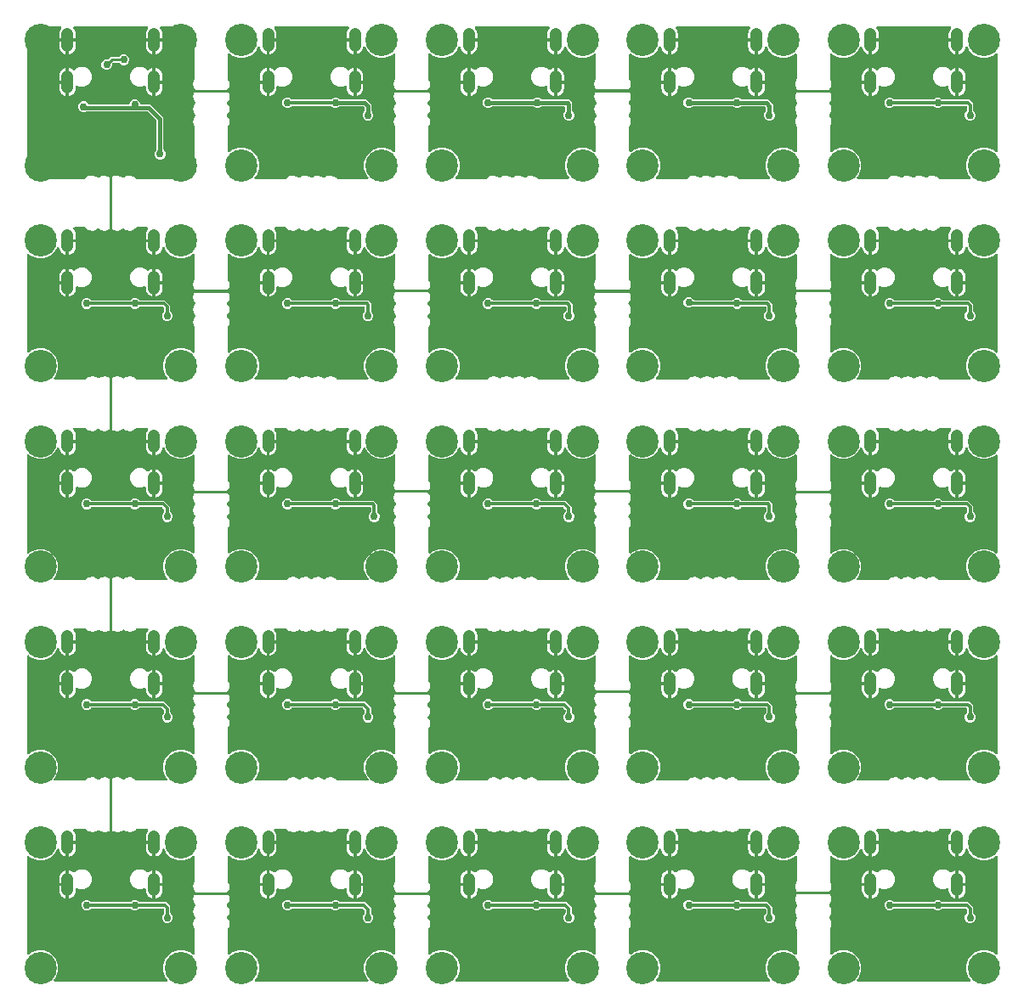
<source format=gbr>
G04 EAGLE Gerber RS-274X export*
G75*
%MOMM*%
%FSLAX34Y34*%
%LPD*%
%INBottom Copper*%
%IPPOS*%
%AMOC8*
5,1,8,0,0,1.08239X$1,22.5*%
G01*
%ADD10C,1.158000*%
%ADD11C,3.216000*%
%ADD12C,0.756400*%
%ADD13C,0.254000*%
%ADD14C,0.152400*%
%ADD15C,0.406400*%
%ADD16C,0.304800*%

G36*
X86397Y1311482D02*
X86397Y1311482D01*
X86451Y1311480D01*
X86555Y1311502D01*
X86660Y1311515D01*
X86710Y1311535D01*
X86762Y1311546D01*
X86857Y1311593D01*
X86955Y1311632D01*
X86999Y1311664D01*
X87047Y1311688D01*
X87175Y1311785D01*
X90075Y1314298D01*
X95009Y1315007D01*
X99758Y1312838D01*
X99764Y1312836D01*
X99770Y1312833D01*
X99916Y1312789D01*
X100061Y1312744D01*
X100068Y1312743D01*
X100075Y1312741D01*
X100227Y1312735D01*
X100379Y1312727D01*
X100385Y1312729D01*
X100392Y1312728D01*
X100542Y1312760D01*
X100691Y1312790D01*
X100697Y1312793D01*
X100703Y1312795D01*
X100840Y1312862D01*
X100977Y1312929D01*
X100982Y1312933D01*
X100988Y1312936D01*
X101116Y1313034D01*
X102575Y1314298D01*
X107509Y1315007D01*
X112258Y1312838D01*
X112264Y1312836D01*
X112270Y1312833D01*
X112416Y1312789D01*
X112561Y1312744D01*
X112568Y1312743D01*
X112575Y1312741D01*
X112727Y1312735D01*
X112879Y1312727D01*
X112885Y1312729D01*
X112892Y1312728D01*
X113042Y1312760D01*
X113191Y1312790D01*
X113197Y1312793D01*
X113203Y1312795D01*
X113340Y1312862D01*
X113477Y1312929D01*
X113482Y1312933D01*
X113488Y1312936D01*
X113616Y1313034D01*
X115075Y1314298D01*
X120009Y1315007D01*
X124758Y1312838D01*
X124764Y1312836D01*
X124770Y1312833D01*
X124916Y1312789D01*
X125061Y1312744D01*
X125068Y1312743D01*
X125075Y1312741D01*
X125227Y1312735D01*
X125379Y1312727D01*
X125385Y1312729D01*
X125392Y1312728D01*
X125542Y1312760D01*
X125691Y1312790D01*
X125697Y1312793D01*
X125703Y1312795D01*
X125840Y1312862D01*
X125977Y1312929D01*
X125982Y1312933D01*
X125988Y1312936D01*
X126116Y1313034D01*
X127575Y1314298D01*
X132509Y1315007D01*
X137044Y1312936D01*
X137608Y1312058D01*
X137656Y1312000D01*
X137697Y1311936D01*
X137758Y1311879D01*
X137812Y1311814D01*
X137873Y1311770D01*
X137929Y1311718D01*
X138002Y1311678D01*
X138070Y1311629D01*
X138141Y1311601D01*
X138207Y1311565D01*
X138288Y1311544D01*
X138367Y1311513D01*
X138442Y1311504D01*
X138515Y1311485D01*
X138676Y1311475D01*
X182107Y1311475D01*
X182126Y1311477D01*
X182236Y1311482D01*
X185084Y1311771D01*
X185130Y1311782D01*
X185177Y1311784D01*
X185334Y1311822D01*
X187608Y1312532D01*
X187648Y1312550D01*
X187691Y1312561D01*
X187837Y1312629D01*
X189910Y1313758D01*
X189944Y1313782D01*
X189981Y1313800D01*
X190111Y1313894D01*
X191931Y1315398D01*
X191959Y1315427D01*
X191991Y1315451D01*
X192101Y1315568D01*
X193605Y1317388D01*
X193627Y1317423D01*
X193655Y1317453D01*
X193741Y1317589D01*
X194871Y1319664D01*
X194887Y1319705D01*
X194910Y1319742D01*
X194968Y1319892D01*
X195678Y1322166D01*
X195686Y1322213D01*
X195703Y1322257D01*
X195729Y1322416D01*
X196018Y1325263D01*
X196018Y1325282D01*
X196025Y1325392D01*
X196025Y1363090D01*
X196007Y1363234D01*
X195992Y1363377D01*
X195987Y1363391D01*
X195985Y1363406D01*
X195932Y1363540D01*
X195882Y1363675D01*
X195874Y1363687D01*
X195868Y1363702D01*
X195783Y1363818D01*
X195702Y1363937D01*
X195687Y1363951D01*
X194278Y1368750D01*
X195682Y1373533D01*
X196268Y1374041D01*
X196302Y1374079D01*
X196342Y1374110D01*
X196408Y1374196D01*
X196480Y1374278D01*
X196504Y1374322D01*
X196534Y1374363D01*
X196577Y1374463D01*
X196627Y1374560D01*
X196639Y1374609D01*
X196659Y1374655D01*
X196675Y1374763D01*
X196699Y1374869D01*
X196698Y1374920D01*
X196706Y1374970D01*
X196695Y1375079D01*
X196692Y1375187D01*
X196679Y1375236D01*
X196674Y1375286D01*
X196636Y1375388D01*
X196606Y1375493D01*
X196581Y1375537D01*
X196564Y1375585D01*
X196502Y1375674D01*
X196447Y1375769D01*
X196412Y1375805D01*
X196383Y1375846D01*
X196268Y1375959D01*
X195682Y1376467D01*
X194278Y1381250D01*
X195682Y1386033D01*
X196268Y1386541D01*
X196302Y1386578D01*
X196342Y1386610D01*
X196408Y1386696D01*
X196480Y1386777D01*
X196504Y1386822D01*
X196534Y1386862D01*
X196577Y1386963D01*
X196627Y1387060D01*
X196639Y1387109D01*
X196659Y1387155D01*
X196675Y1387263D01*
X196699Y1387369D01*
X196698Y1387420D01*
X196706Y1387470D01*
X196695Y1387578D01*
X196692Y1387687D01*
X196679Y1387736D01*
X196674Y1387786D01*
X196636Y1387888D01*
X196606Y1387993D01*
X196581Y1388037D01*
X196564Y1388085D01*
X196502Y1388174D01*
X196447Y1388269D01*
X196412Y1388305D01*
X196383Y1388346D01*
X196268Y1388459D01*
X195682Y1388967D01*
X194278Y1393750D01*
X195682Y1398533D01*
X196268Y1399041D01*
X196302Y1399078D01*
X196342Y1399110D01*
X196408Y1399196D01*
X196480Y1399277D01*
X196504Y1399322D01*
X196534Y1399362D01*
X196577Y1399463D01*
X196627Y1399560D01*
X196639Y1399609D01*
X196659Y1399655D01*
X196675Y1399763D01*
X196699Y1399869D01*
X196698Y1399920D01*
X196706Y1399970D01*
X196695Y1400078D01*
X196692Y1400187D01*
X196679Y1400236D01*
X196674Y1400286D01*
X196636Y1400388D01*
X196606Y1400493D01*
X196581Y1400537D01*
X196564Y1400585D01*
X196502Y1400674D01*
X196447Y1400769D01*
X196412Y1400805D01*
X196383Y1400846D01*
X196268Y1400959D01*
X195682Y1401467D01*
X194278Y1406250D01*
X195692Y1411068D01*
X195782Y1411162D01*
X195789Y1411176D01*
X195799Y1411187D01*
X195866Y1411315D01*
X195935Y1411441D01*
X195939Y1411456D01*
X195946Y1411469D01*
X195979Y1411610D01*
X196015Y1411749D01*
X196016Y1411770D01*
X196018Y1411779D01*
X196018Y1411797D01*
X196025Y1411910D01*
X196025Y1449607D01*
X196023Y1449625D01*
X196018Y1449735D01*
X195729Y1452583D01*
X195718Y1452629D01*
X195716Y1452677D01*
X195678Y1452833D01*
X194968Y1455107D01*
X194950Y1455147D01*
X194939Y1455190D01*
X194871Y1455336D01*
X193742Y1457410D01*
X193718Y1457443D01*
X193700Y1457481D01*
X193606Y1457611D01*
X192102Y1459430D01*
X192073Y1459458D01*
X192050Y1459491D01*
X191932Y1459601D01*
X190112Y1461104D01*
X190077Y1461126D01*
X190047Y1461154D01*
X189911Y1461240D01*
X187837Y1462370D01*
X187796Y1462386D01*
X187759Y1462409D01*
X187608Y1462467D01*
X185335Y1463176D01*
X185288Y1463185D01*
X185244Y1463201D01*
X185085Y1463227D01*
X182236Y1463517D01*
X182217Y1463516D01*
X182107Y1463523D01*
X162812Y1463523D01*
X162674Y1463506D01*
X162536Y1463493D01*
X162517Y1463486D01*
X162497Y1463483D01*
X162368Y1463432D01*
X162237Y1463385D01*
X162220Y1463374D01*
X162201Y1463366D01*
X162089Y1463285D01*
X161974Y1463207D01*
X161960Y1463191D01*
X161944Y1463180D01*
X161855Y1463072D01*
X161763Y1462968D01*
X161754Y1462950D01*
X161741Y1462935D01*
X161682Y1462809D01*
X161619Y1462685D01*
X161614Y1462665D01*
X161605Y1462647D01*
X161579Y1462511D01*
X161549Y1462375D01*
X161550Y1462354D01*
X161546Y1462335D01*
X161554Y1462196D01*
X161559Y1462057D01*
X161564Y1462037D01*
X161565Y1462017D01*
X161608Y1461885D01*
X161647Y1461751D01*
X161657Y1461734D01*
X161663Y1461715D01*
X161738Y1461597D01*
X161809Y1461477D01*
X161827Y1461456D01*
X161834Y1461446D01*
X161849Y1461432D01*
X161915Y1461356D01*
X162171Y1461100D01*
X163083Y1459736D01*
X163711Y1458220D01*
X164031Y1456610D01*
X164031Y1451624D01*
X156055Y1451624D01*
X155937Y1451609D01*
X155818Y1451602D01*
X155780Y1451589D01*
X155740Y1451584D01*
X155701Y1451569D01*
X155621Y1451584D01*
X155505Y1451614D01*
X155445Y1451618D01*
X155425Y1451622D01*
X155405Y1451620D01*
X155345Y1451624D01*
X147369Y1451624D01*
X147369Y1456610D01*
X147689Y1458220D01*
X148317Y1459736D01*
X149229Y1461100D01*
X149485Y1461356D01*
X149570Y1461466D01*
X149659Y1461573D01*
X149668Y1461592D01*
X149680Y1461608D01*
X149735Y1461736D01*
X149795Y1461861D01*
X149798Y1461881D01*
X149806Y1461900D01*
X149828Y1462037D01*
X149854Y1462174D01*
X149853Y1462194D01*
X149856Y1462214D01*
X149843Y1462352D01*
X149835Y1462491D01*
X149828Y1462510D01*
X149826Y1462530D01*
X149779Y1462662D01*
X149737Y1462793D01*
X149726Y1462811D01*
X149719Y1462830D01*
X149641Y1462945D01*
X149566Y1463062D01*
X149552Y1463076D01*
X149540Y1463093D01*
X149436Y1463185D01*
X149335Y1463280D01*
X149317Y1463290D01*
X149302Y1463303D01*
X149178Y1463367D01*
X149056Y1463434D01*
X149037Y1463439D01*
X149019Y1463448D01*
X148882Y1463478D01*
X148748Y1463513D01*
X148720Y1463515D01*
X148708Y1463518D01*
X148688Y1463517D01*
X148588Y1463523D01*
X76412Y1463523D01*
X76274Y1463506D01*
X76136Y1463493D01*
X76117Y1463486D01*
X76097Y1463483D01*
X75968Y1463432D01*
X75837Y1463385D01*
X75820Y1463374D01*
X75801Y1463366D01*
X75689Y1463285D01*
X75574Y1463207D01*
X75560Y1463191D01*
X75544Y1463180D01*
X75455Y1463072D01*
X75363Y1462968D01*
X75354Y1462950D01*
X75341Y1462935D01*
X75282Y1462809D01*
X75219Y1462685D01*
X75214Y1462665D01*
X75205Y1462647D01*
X75179Y1462511D01*
X75149Y1462375D01*
X75150Y1462354D01*
X75146Y1462335D01*
X75154Y1462196D01*
X75159Y1462057D01*
X75164Y1462037D01*
X75165Y1462017D01*
X75208Y1461885D01*
X75247Y1461751D01*
X75257Y1461734D01*
X75263Y1461715D01*
X75338Y1461597D01*
X75409Y1461477D01*
X75427Y1461456D01*
X75434Y1461446D01*
X75449Y1461432D01*
X75515Y1461356D01*
X75771Y1461100D01*
X76683Y1459736D01*
X77311Y1458220D01*
X77631Y1456610D01*
X77631Y1451624D01*
X69655Y1451624D01*
X69537Y1451609D01*
X69418Y1451602D01*
X69380Y1451589D01*
X69340Y1451584D01*
X69301Y1451569D01*
X69221Y1451584D01*
X69105Y1451614D01*
X69045Y1451618D01*
X69025Y1451622D01*
X69005Y1451620D01*
X68945Y1451624D01*
X60969Y1451624D01*
X60969Y1456610D01*
X61289Y1458220D01*
X61917Y1459736D01*
X62829Y1461100D01*
X63085Y1461356D01*
X63170Y1461466D01*
X63259Y1461573D01*
X63268Y1461592D01*
X63280Y1461608D01*
X63335Y1461736D01*
X63395Y1461861D01*
X63398Y1461881D01*
X63406Y1461900D01*
X63428Y1462037D01*
X63454Y1462174D01*
X63453Y1462194D01*
X63456Y1462214D01*
X63443Y1462352D01*
X63435Y1462491D01*
X63428Y1462510D01*
X63426Y1462530D01*
X63379Y1462662D01*
X63337Y1462793D01*
X63326Y1462811D01*
X63319Y1462830D01*
X63241Y1462945D01*
X63166Y1463062D01*
X63152Y1463076D01*
X63140Y1463093D01*
X63036Y1463185D01*
X62935Y1463280D01*
X62917Y1463290D01*
X62902Y1463303D01*
X62778Y1463367D01*
X62656Y1463434D01*
X62637Y1463439D01*
X62619Y1463448D01*
X62482Y1463478D01*
X62348Y1463513D01*
X62320Y1463515D01*
X62308Y1463518D01*
X62288Y1463517D01*
X62188Y1463523D01*
X42893Y1463523D01*
X42875Y1463521D01*
X42765Y1463517D01*
X39916Y1463227D01*
X39870Y1463217D01*
X39822Y1463214D01*
X39666Y1463176D01*
X37392Y1462467D01*
X37352Y1462448D01*
X37309Y1462438D01*
X37163Y1462370D01*
X35090Y1461240D01*
X35057Y1461216D01*
X35019Y1461199D01*
X34889Y1461104D01*
X33069Y1459601D01*
X33042Y1459572D01*
X33009Y1459548D01*
X32899Y1459431D01*
X31396Y1457611D01*
X31374Y1457576D01*
X31346Y1457546D01*
X31260Y1457410D01*
X30130Y1455337D01*
X30114Y1455296D01*
X30091Y1455258D01*
X30033Y1455108D01*
X29324Y1452834D01*
X29315Y1452788D01*
X29299Y1452743D01*
X29273Y1452584D01*
X28983Y1449735D01*
X28984Y1449716D01*
X28977Y1449607D01*
X28977Y1325392D01*
X28979Y1325373D01*
X28983Y1325263D01*
X29273Y1322414D01*
X29283Y1322368D01*
X29286Y1322321D01*
X29324Y1322164D01*
X30033Y1319891D01*
X30052Y1319851D01*
X30062Y1319808D01*
X30130Y1319662D01*
X31260Y1317588D01*
X31284Y1317555D01*
X31301Y1317518D01*
X31396Y1317387D01*
X32899Y1315568D01*
X32928Y1315540D01*
X32952Y1315507D01*
X33069Y1315397D01*
X34889Y1313894D01*
X34924Y1313872D01*
X34954Y1313844D01*
X35090Y1313758D01*
X37164Y1312629D01*
X37205Y1312613D01*
X37243Y1312590D01*
X37393Y1312532D01*
X39667Y1311822D01*
X39714Y1311814D01*
X39758Y1311797D01*
X39917Y1311771D01*
X42765Y1311482D01*
X42784Y1311482D01*
X42893Y1311475D01*
X86344Y1311475D01*
X86397Y1311482D01*
G37*
G36*
X886397Y1311482D02*
X886397Y1311482D01*
X886451Y1311480D01*
X886555Y1311502D01*
X886660Y1311515D01*
X886710Y1311535D01*
X886762Y1311546D01*
X886857Y1311593D01*
X886955Y1311632D01*
X886999Y1311664D01*
X887047Y1311688D01*
X887175Y1311785D01*
X890075Y1314298D01*
X895009Y1315007D01*
X899758Y1312838D01*
X899764Y1312836D01*
X899770Y1312833D01*
X899916Y1312789D01*
X900061Y1312744D01*
X900068Y1312743D01*
X900075Y1312741D01*
X900227Y1312735D01*
X900379Y1312727D01*
X900385Y1312729D01*
X900392Y1312728D01*
X900542Y1312760D01*
X900691Y1312790D01*
X900697Y1312793D01*
X900703Y1312795D01*
X900840Y1312862D01*
X900977Y1312929D01*
X900982Y1312933D01*
X900988Y1312936D01*
X901116Y1313034D01*
X902575Y1314298D01*
X907509Y1315007D01*
X912258Y1312838D01*
X912264Y1312836D01*
X912270Y1312833D01*
X912416Y1312789D01*
X912561Y1312744D01*
X912568Y1312743D01*
X912575Y1312741D01*
X912727Y1312735D01*
X912879Y1312727D01*
X912885Y1312729D01*
X912892Y1312728D01*
X913042Y1312760D01*
X913191Y1312790D01*
X913197Y1312793D01*
X913203Y1312795D01*
X913340Y1312862D01*
X913477Y1312929D01*
X913482Y1312933D01*
X913488Y1312936D01*
X913616Y1313034D01*
X915075Y1314298D01*
X920009Y1315007D01*
X924758Y1312838D01*
X924764Y1312836D01*
X924770Y1312833D01*
X924916Y1312789D01*
X925061Y1312744D01*
X925068Y1312743D01*
X925075Y1312741D01*
X925227Y1312735D01*
X925379Y1312727D01*
X925385Y1312729D01*
X925392Y1312728D01*
X925542Y1312760D01*
X925691Y1312790D01*
X925697Y1312793D01*
X925703Y1312795D01*
X925840Y1312862D01*
X925977Y1312929D01*
X925982Y1312933D01*
X925988Y1312936D01*
X926116Y1313034D01*
X927575Y1314298D01*
X932509Y1315007D01*
X937044Y1312936D01*
X937608Y1312058D01*
X937656Y1312000D01*
X937697Y1311936D01*
X937758Y1311879D01*
X937812Y1311814D01*
X937873Y1311770D01*
X937929Y1311718D01*
X938002Y1311678D01*
X938070Y1311629D01*
X938141Y1311601D01*
X938207Y1311565D01*
X938288Y1311544D01*
X938367Y1311513D01*
X938442Y1311504D01*
X938515Y1311485D01*
X938676Y1311475D01*
X968064Y1311475D01*
X968202Y1311493D01*
X968340Y1311506D01*
X968359Y1311512D01*
X968379Y1311515D01*
X968509Y1311566D01*
X968639Y1311613D01*
X968656Y1311625D01*
X968675Y1311632D01*
X968787Y1311714D01*
X968903Y1311792D01*
X968916Y1311807D01*
X968932Y1311819D01*
X969021Y1311926D01*
X969113Y1312030D01*
X969122Y1312048D01*
X969135Y1312064D01*
X969194Y1312190D01*
X969258Y1312313D01*
X969262Y1312333D01*
X969271Y1312352D01*
X969297Y1312488D01*
X969327Y1312624D01*
X969327Y1312644D01*
X969330Y1312664D01*
X969322Y1312802D01*
X969318Y1312942D01*
X969312Y1312961D01*
X969311Y1312981D01*
X969268Y1313113D01*
X969229Y1313247D01*
X969219Y1313265D01*
X969213Y1313284D01*
X969138Y1313401D01*
X969068Y1313521D01*
X969049Y1313542D01*
X969043Y1313553D01*
X969028Y1313567D01*
X968961Y1313642D01*
X967575Y1315028D01*
X964895Y1321498D01*
X964895Y1328502D01*
X967575Y1334972D01*
X972528Y1339925D01*
X978998Y1342605D01*
X986002Y1342605D01*
X992472Y1339925D01*
X993857Y1338540D01*
X993966Y1338455D01*
X994073Y1338366D01*
X994092Y1338358D01*
X994108Y1338345D01*
X994236Y1338290D01*
X994361Y1338231D01*
X994381Y1338227D01*
X994400Y1338219D01*
X994538Y1338197D01*
X994674Y1338171D01*
X994694Y1338172D01*
X994714Y1338169D01*
X994853Y1338182D01*
X994991Y1338191D01*
X995010Y1338197D01*
X995030Y1338199D01*
X995162Y1338246D01*
X995293Y1338289D01*
X995311Y1338300D01*
X995330Y1338307D01*
X995445Y1338385D01*
X995562Y1338459D01*
X995576Y1338474D01*
X995593Y1338485D01*
X995685Y1338589D01*
X995780Y1338691D01*
X995790Y1338708D01*
X995803Y1338724D01*
X995867Y1338848D01*
X995934Y1338969D01*
X995939Y1338989D01*
X995948Y1339007D01*
X995978Y1339143D01*
X996013Y1339277D01*
X996015Y1339305D01*
X996018Y1339317D01*
X996017Y1339338D01*
X996023Y1339438D01*
X996023Y1435562D01*
X996006Y1435700D01*
X995993Y1435839D01*
X995986Y1435858D01*
X995983Y1435878D01*
X995932Y1436007D01*
X995885Y1436138D01*
X995874Y1436155D01*
X995866Y1436173D01*
X995785Y1436286D01*
X995707Y1436401D01*
X995691Y1436414D01*
X995680Y1436431D01*
X995572Y1436520D01*
X995468Y1436611D01*
X995450Y1436621D01*
X995435Y1436634D01*
X995309Y1436693D01*
X995185Y1436756D01*
X995165Y1436760D01*
X995147Y1436769D01*
X995010Y1436795D01*
X994875Y1436826D01*
X994854Y1436825D01*
X994835Y1436829D01*
X994696Y1436820D01*
X994557Y1436816D01*
X994537Y1436810D01*
X994517Y1436809D01*
X994385Y1436766D01*
X994251Y1436728D01*
X994234Y1436717D01*
X994215Y1436711D01*
X994097Y1436637D01*
X993977Y1436566D01*
X993956Y1436548D01*
X993946Y1436541D01*
X993932Y1436526D01*
X993857Y1436460D01*
X992472Y1435075D01*
X986002Y1432395D01*
X978998Y1432395D01*
X972528Y1435075D01*
X967575Y1440028D01*
X966330Y1443034D01*
X966278Y1443125D01*
X966235Y1443220D01*
X966200Y1443262D01*
X966173Y1443310D01*
X966100Y1443385D01*
X966034Y1443466D01*
X965990Y1443499D01*
X965951Y1443539D01*
X965862Y1443593D01*
X965778Y1443655D01*
X965727Y1443676D01*
X965680Y1443705D01*
X965580Y1443736D01*
X965484Y1443775D01*
X965429Y1443782D01*
X965376Y1443799D01*
X965272Y1443804D01*
X965168Y1443818D01*
X965113Y1443811D01*
X965059Y1443814D01*
X964956Y1443793D01*
X964853Y1443780D01*
X964801Y1443761D01*
X964747Y1443749D01*
X964653Y1443703D01*
X964556Y1443666D01*
X964511Y1443634D01*
X964461Y1443610D01*
X964382Y1443542D01*
X964297Y1443481D01*
X964261Y1443439D01*
X964219Y1443403D01*
X964159Y1443318D01*
X964092Y1443238D01*
X964068Y1443189D01*
X964036Y1443143D01*
X963999Y1443045D01*
X963954Y1442952D01*
X963931Y1442866D01*
X963924Y1442846D01*
X963922Y1442831D01*
X963913Y1442796D01*
X963711Y1441780D01*
X963083Y1440264D01*
X962171Y1438899D01*
X961011Y1437739D01*
X959646Y1436827D01*
X958130Y1436199D01*
X957324Y1436039D01*
X957324Y1449645D01*
X957309Y1449763D01*
X957302Y1449882D01*
X957289Y1449920D01*
X957284Y1449960D01*
X957241Y1450071D01*
X957204Y1450184D01*
X957182Y1450218D01*
X957167Y1450256D01*
X957098Y1450352D01*
X957034Y1450453D01*
X957004Y1450481D01*
X956981Y1450513D01*
X956889Y1450589D01*
X956802Y1450671D01*
X956767Y1450690D01*
X956736Y1450716D01*
X956628Y1450767D01*
X956524Y1450824D01*
X956516Y1450826D01*
X956494Y1450894D01*
X956472Y1450929D01*
X956457Y1450966D01*
X956387Y1451062D01*
X956324Y1451163D01*
X956294Y1451191D01*
X956270Y1451224D01*
X956179Y1451300D01*
X956092Y1451381D01*
X956057Y1451401D01*
X956025Y1451426D01*
X955918Y1451477D01*
X955813Y1451535D01*
X955774Y1451545D01*
X955738Y1451562D01*
X955621Y1451584D01*
X955505Y1451614D01*
X955445Y1451618D01*
X955425Y1451622D01*
X955405Y1451620D01*
X955345Y1451624D01*
X947369Y1451624D01*
X947369Y1456610D01*
X947689Y1458220D01*
X948317Y1459736D01*
X949229Y1461100D01*
X949485Y1461356D01*
X949570Y1461466D01*
X949659Y1461573D01*
X949668Y1461592D01*
X949680Y1461608D01*
X949735Y1461736D01*
X949795Y1461861D01*
X949798Y1461881D01*
X949806Y1461900D01*
X949828Y1462037D01*
X949854Y1462174D01*
X949853Y1462194D01*
X949856Y1462214D01*
X949843Y1462352D01*
X949835Y1462491D01*
X949828Y1462510D01*
X949826Y1462530D01*
X949779Y1462662D01*
X949737Y1462793D01*
X949726Y1462811D01*
X949719Y1462830D01*
X949641Y1462945D01*
X949566Y1463062D01*
X949552Y1463076D01*
X949540Y1463093D01*
X949436Y1463185D01*
X949335Y1463280D01*
X949317Y1463290D01*
X949302Y1463303D01*
X949178Y1463367D01*
X949056Y1463434D01*
X949037Y1463439D01*
X949019Y1463448D01*
X948882Y1463478D01*
X948748Y1463513D01*
X948720Y1463515D01*
X948708Y1463518D01*
X948688Y1463517D01*
X948588Y1463523D01*
X876412Y1463523D01*
X876274Y1463506D01*
X876136Y1463493D01*
X876117Y1463486D01*
X876097Y1463483D01*
X875968Y1463432D01*
X875837Y1463385D01*
X875820Y1463374D01*
X875801Y1463366D01*
X875689Y1463285D01*
X875574Y1463207D01*
X875560Y1463191D01*
X875544Y1463180D01*
X875455Y1463072D01*
X875363Y1462968D01*
X875354Y1462950D01*
X875341Y1462935D01*
X875282Y1462809D01*
X875219Y1462685D01*
X875214Y1462665D01*
X875205Y1462647D01*
X875179Y1462511D01*
X875149Y1462375D01*
X875150Y1462354D01*
X875146Y1462335D01*
X875154Y1462196D01*
X875159Y1462057D01*
X875164Y1462037D01*
X875165Y1462017D01*
X875208Y1461885D01*
X875247Y1461751D01*
X875257Y1461734D01*
X875263Y1461715D01*
X875338Y1461597D01*
X875409Y1461477D01*
X875427Y1461456D01*
X875434Y1461446D01*
X875449Y1461432D01*
X875515Y1461356D01*
X875771Y1461100D01*
X876683Y1459736D01*
X877311Y1458220D01*
X877631Y1456610D01*
X877631Y1451624D01*
X869655Y1451624D01*
X869537Y1451609D01*
X869418Y1451602D01*
X869380Y1451589D01*
X869340Y1451584D01*
X869229Y1451541D01*
X869116Y1451504D01*
X869082Y1451482D01*
X869044Y1451467D01*
X868948Y1451398D01*
X868847Y1451334D01*
X868819Y1451304D01*
X868787Y1451281D01*
X868711Y1451189D01*
X868629Y1451102D01*
X868610Y1451067D01*
X868584Y1451036D01*
X868533Y1450928D01*
X868476Y1450824D01*
X868474Y1450816D01*
X868406Y1450794D01*
X868371Y1450772D01*
X868334Y1450757D01*
X868237Y1450687D01*
X868137Y1450624D01*
X868109Y1450594D01*
X868076Y1450570D01*
X868000Y1450479D01*
X867919Y1450392D01*
X867899Y1450357D01*
X867874Y1450325D01*
X867823Y1450218D01*
X867765Y1450113D01*
X867755Y1450074D01*
X867738Y1450038D01*
X867716Y1449921D01*
X867686Y1449805D01*
X867682Y1449745D01*
X867678Y1449725D01*
X867680Y1449705D01*
X867676Y1449645D01*
X867676Y1436039D01*
X866870Y1436199D01*
X865354Y1436827D01*
X863989Y1437739D01*
X862829Y1438899D01*
X861917Y1440264D01*
X861289Y1441780D01*
X861087Y1442796D01*
X861054Y1442895D01*
X861030Y1442997D01*
X861004Y1443045D01*
X860987Y1443098D01*
X860930Y1443185D01*
X860881Y1443278D01*
X860844Y1443319D01*
X860814Y1443365D01*
X860738Y1443436D01*
X860667Y1443513D01*
X860621Y1443543D01*
X860581Y1443581D01*
X860489Y1443630D01*
X860402Y1443688D01*
X860349Y1443706D01*
X860301Y1443732D01*
X860200Y1443757D01*
X860101Y1443791D01*
X860046Y1443795D01*
X859992Y1443809D01*
X859888Y1443808D01*
X859784Y1443816D01*
X859729Y1443807D01*
X859674Y1443806D01*
X859573Y1443780D01*
X859470Y1443762D01*
X859420Y1443739D01*
X859367Y1443725D01*
X859276Y1443674D01*
X859180Y1443631D01*
X859137Y1443597D01*
X859089Y1443570D01*
X859014Y1443498D01*
X858932Y1443433D01*
X858899Y1443389D01*
X858859Y1443351D01*
X858804Y1443262D01*
X858741Y1443179D01*
X858702Y1443100D01*
X858690Y1443081D01*
X858686Y1443067D01*
X858670Y1443034D01*
X857425Y1440028D01*
X852472Y1435075D01*
X846002Y1432395D01*
X838998Y1432395D01*
X832528Y1435075D01*
X831142Y1436461D01*
X831032Y1436547D01*
X830925Y1436635D01*
X830907Y1436644D01*
X830891Y1436656D01*
X830763Y1436712D01*
X830637Y1436771D01*
X830617Y1436774D01*
X830599Y1436783D01*
X830461Y1436804D01*
X830325Y1436830D01*
X830305Y1436829D01*
X830285Y1436832D01*
X830146Y1436819D01*
X830007Y1436811D01*
X829988Y1436805D01*
X829968Y1436803D01*
X829837Y1436755D01*
X829705Y1436713D01*
X829688Y1436702D01*
X829669Y1436695D01*
X829554Y1436617D01*
X829436Y1436543D01*
X829422Y1436528D01*
X829406Y1436516D01*
X829314Y1436412D01*
X829218Y1436311D01*
X829209Y1436293D01*
X829195Y1436278D01*
X829132Y1436154D01*
X829065Y1436032D01*
X829060Y1436013D01*
X829051Y1435995D01*
X829020Y1435859D01*
X828985Y1435724D01*
X828984Y1435696D01*
X828981Y1435684D01*
X828982Y1435664D01*
X828975Y1435564D01*
X828975Y1411276D01*
X828990Y1411155D01*
X828999Y1411032D01*
X829010Y1410997D01*
X829015Y1410960D01*
X829060Y1410847D01*
X829098Y1410730D01*
X829125Y1410683D01*
X829132Y1410665D01*
X829144Y1410648D01*
X829177Y1410590D01*
X830364Y1408743D01*
X830364Y1403757D01*
X828390Y1400686D01*
X828387Y1400680D01*
X828383Y1400675D01*
X828318Y1400535D01*
X828253Y1400399D01*
X828252Y1400393D01*
X828249Y1400386D01*
X828221Y1400236D01*
X828191Y1400087D01*
X828192Y1400080D01*
X828191Y1400074D01*
X828201Y1399923D01*
X828210Y1399770D01*
X828212Y1399763D01*
X828212Y1399756D01*
X828259Y1399613D01*
X828306Y1399467D01*
X828310Y1399461D01*
X828312Y1399454D01*
X828390Y1399314D01*
X830364Y1396243D01*
X830364Y1391257D01*
X829863Y1390478D01*
X828390Y1388186D01*
X828387Y1388180D01*
X828383Y1388175D01*
X828318Y1388035D01*
X828253Y1387899D01*
X828252Y1387893D01*
X828249Y1387886D01*
X828221Y1387736D01*
X828191Y1387587D01*
X828192Y1387580D01*
X828191Y1387574D01*
X828201Y1387423D01*
X828210Y1387270D01*
X828212Y1387263D01*
X828212Y1387256D01*
X828259Y1387113D01*
X828306Y1386967D01*
X828310Y1386961D01*
X828312Y1386954D01*
X828390Y1386814D01*
X830364Y1383743D01*
X830364Y1378757D01*
X828390Y1375686D01*
X828387Y1375680D01*
X828383Y1375675D01*
X828318Y1375535D01*
X828253Y1375399D01*
X828252Y1375393D01*
X828249Y1375386D01*
X828221Y1375236D01*
X828191Y1375087D01*
X828192Y1375080D01*
X828191Y1375074D01*
X828201Y1374923D01*
X828210Y1374770D01*
X828212Y1374763D01*
X828212Y1374756D01*
X828259Y1374613D01*
X828306Y1374467D01*
X828310Y1374461D01*
X828312Y1374454D01*
X828390Y1374314D01*
X830364Y1371243D01*
X830364Y1366257D01*
X829177Y1364410D01*
X829124Y1364300D01*
X829065Y1364193D01*
X829056Y1364157D01*
X829040Y1364123D01*
X829016Y1364003D01*
X828985Y1363885D01*
X828982Y1363830D01*
X828978Y1363811D01*
X828979Y1363790D01*
X828975Y1363724D01*
X828975Y1339436D01*
X828993Y1339298D01*
X829006Y1339160D01*
X829012Y1339141D01*
X829015Y1339121D01*
X829066Y1338991D01*
X829113Y1338861D01*
X829125Y1338844D01*
X829132Y1338825D01*
X829214Y1338713D01*
X829292Y1338597D01*
X829307Y1338584D01*
X829319Y1338568D01*
X829426Y1338479D01*
X829530Y1338387D01*
X829548Y1338378D01*
X829564Y1338365D01*
X829690Y1338306D01*
X829813Y1338242D01*
X829833Y1338238D01*
X829852Y1338229D01*
X829988Y1338203D01*
X830124Y1338173D01*
X830144Y1338173D01*
X830164Y1338170D01*
X830302Y1338178D01*
X830442Y1338182D01*
X830461Y1338188D01*
X830481Y1338189D01*
X830613Y1338232D01*
X830747Y1338271D01*
X830765Y1338281D01*
X830784Y1338287D01*
X830901Y1338362D01*
X831021Y1338432D01*
X831042Y1338451D01*
X831053Y1338457D01*
X831067Y1338472D01*
X831142Y1338539D01*
X832528Y1339925D01*
X838998Y1342605D01*
X846002Y1342605D01*
X852472Y1339925D01*
X857425Y1334972D01*
X860105Y1328502D01*
X860105Y1321498D01*
X857425Y1315028D01*
X856039Y1313642D01*
X855953Y1313532D01*
X855865Y1313425D01*
X855856Y1313407D01*
X855844Y1313391D01*
X855788Y1313263D01*
X855729Y1313137D01*
X855726Y1313117D01*
X855717Y1313099D01*
X855696Y1312961D01*
X855670Y1312825D01*
X855671Y1312805D01*
X855668Y1312785D01*
X855681Y1312646D01*
X855689Y1312507D01*
X855695Y1312488D01*
X855697Y1312468D01*
X855745Y1312337D01*
X855787Y1312205D01*
X855798Y1312188D01*
X855805Y1312169D01*
X855883Y1312054D01*
X855957Y1311936D01*
X855972Y1311922D01*
X855984Y1311906D01*
X856088Y1311814D01*
X856189Y1311718D01*
X856207Y1311709D01*
X856222Y1311695D01*
X856346Y1311632D01*
X856468Y1311565D01*
X856487Y1311560D01*
X856505Y1311551D01*
X856641Y1311520D01*
X856776Y1311485D01*
X856804Y1311484D01*
X856816Y1311481D01*
X856836Y1311482D01*
X856936Y1311475D01*
X886344Y1311475D01*
X886397Y1311482D01*
G37*
G36*
X968200Y511494D02*
X968200Y511494D01*
X968339Y511507D01*
X968358Y511514D01*
X968378Y511517D01*
X968507Y511568D01*
X968638Y511615D01*
X968655Y511626D01*
X968673Y511634D01*
X968786Y511715D01*
X968901Y511793D01*
X968914Y511809D01*
X968931Y511820D01*
X969020Y511928D01*
X969111Y512032D01*
X969121Y512050D01*
X969134Y512065D01*
X969193Y512191D01*
X969256Y512315D01*
X969260Y512335D01*
X969269Y512353D01*
X969295Y512490D01*
X969326Y512625D01*
X969325Y512646D01*
X969329Y512665D01*
X969320Y512804D01*
X969316Y512943D01*
X969310Y512963D01*
X969309Y512983D01*
X969266Y513115D01*
X969228Y513249D01*
X969217Y513266D01*
X969211Y513285D01*
X969137Y513403D01*
X969066Y513523D01*
X969048Y513544D01*
X969041Y513554D01*
X969026Y513568D01*
X968960Y513643D01*
X967575Y515028D01*
X964895Y521498D01*
X964895Y528502D01*
X967575Y534972D01*
X972528Y539925D01*
X978998Y542605D01*
X986002Y542605D01*
X992472Y539925D01*
X993857Y538540D01*
X993966Y538455D01*
X994073Y538366D01*
X994092Y538358D01*
X994108Y538345D01*
X994236Y538290D01*
X994361Y538231D01*
X994381Y538227D01*
X994400Y538219D01*
X994538Y538197D01*
X994674Y538171D01*
X994694Y538172D01*
X994714Y538169D01*
X994853Y538182D01*
X994991Y538191D01*
X995010Y538197D01*
X995030Y538199D01*
X995162Y538246D01*
X995293Y538289D01*
X995311Y538300D01*
X995330Y538307D01*
X995445Y538385D01*
X995562Y538459D01*
X995576Y538474D01*
X995593Y538485D01*
X995685Y538589D01*
X995780Y538691D01*
X995790Y538708D01*
X995803Y538724D01*
X995867Y538848D01*
X995934Y538969D01*
X995939Y538989D01*
X995948Y539007D01*
X995978Y539143D01*
X996013Y539277D01*
X996015Y539305D01*
X996018Y539317D01*
X996017Y539338D01*
X996023Y539438D01*
X996023Y635562D01*
X996006Y635700D01*
X995993Y635839D01*
X995986Y635858D01*
X995983Y635878D01*
X995932Y636007D01*
X995885Y636138D01*
X995874Y636155D01*
X995866Y636173D01*
X995785Y636286D01*
X995707Y636401D01*
X995691Y636414D01*
X995680Y636431D01*
X995572Y636520D01*
X995468Y636611D01*
X995450Y636621D01*
X995435Y636634D01*
X995309Y636693D01*
X995185Y636756D01*
X995165Y636760D01*
X995147Y636769D01*
X995010Y636795D01*
X994875Y636826D01*
X994854Y636825D01*
X994835Y636829D01*
X994696Y636820D01*
X994557Y636816D01*
X994537Y636810D01*
X994517Y636809D01*
X994385Y636766D01*
X994251Y636728D01*
X994234Y636717D01*
X994215Y636711D01*
X994097Y636637D01*
X993977Y636566D01*
X993956Y636548D01*
X993946Y636541D01*
X993932Y636526D01*
X993857Y636460D01*
X992472Y635075D01*
X986002Y632395D01*
X978998Y632395D01*
X972528Y635075D01*
X967575Y640028D01*
X966330Y643034D01*
X966278Y643125D01*
X966235Y643220D01*
X966200Y643262D01*
X966173Y643310D01*
X966100Y643385D01*
X966034Y643466D01*
X965990Y643499D01*
X965951Y643539D01*
X965862Y643593D01*
X965778Y643655D01*
X965727Y643676D01*
X965680Y643705D01*
X965580Y643736D01*
X965484Y643775D01*
X965429Y643782D01*
X965376Y643799D01*
X965272Y643804D01*
X965168Y643818D01*
X965114Y643811D01*
X965059Y643814D01*
X964956Y643793D01*
X964853Y643780D01*
X964801Y643761D01*
X964747Y643749D01*
X964653Y643704D01*
X964556Y643666D01*
X964511Y643634D01*
X964461Y643610D01*
X964382Y643542D01*
X964297Y643481D01*
X964262Y643439D01*
X964219Y643403D01*
X964159Y643318D01*
X964092Y643238D01*
X964068Y643188D01*
X964036Y643143D01*
X963999Y643046D01*
X963954Y642952D01*
X963931Y642866D01*
X963924Y642846D01*
X963922Y642831D01*
X963913Y642796D01*
X963711Y641780D01*
X963083Y640264D01*
X962171Y638899D01*
X961011Y637739D01*
X959646Y636827D01*
X958130Y636199D01*
X957324Y636039D01*
X957324Y649645D01*
X957309Y649763D01*
X957302Y649882D01*
X957289Y649920D01*
X957284Y649960D01*
X957241Y650071D01*
X957204Y650184D01*
X957182Y650218D01*
X957167Y650256D01*
X957098Y650352D01*
X957034Y650453D01*
X957004Y650481D01*
X956981Y650513D01*
X956889Y650589D01*
X956802Y650671D01*
X956767Y650690D01*
X956736Y650716D01*
X956628Y650767D01*
X956524Y650824D01*
X956516Y650826D01*
X956494Y650894D01*
X956472Y650929D01*
X956457Y650966D01*
X956387Y651062D01*
X956324Y651163D01*
X956294Y651191D01*
X956270Y651224D01*
X956179Y651300D01*
X956092Y651381D01*
X956057Y651401D01*
X956025Y651426D01*
X955918Y651477D01*
X955813Y651535D01*
X955774Y651545D01*
X955738Y651562D01*
X955621Y651584D01*
X955505Y651614D01*
X955445Y651618D01*
X955425Y651622D01*
X955405Y651620D01*
X955345Y651624D01*
X947369Y651624D01*
X947369Y656610D01*
X947689Y658220D01*
X948317Y659736D01*
X949229Y661100D01*
X949487Y661358D01*
X949572Y661468D01*
X949661Y661575D01*
X949669Y661593D01*
X949682Y661609D01*
X949737Y661737D01*
X949796Y661863D01*
X949800Y661883D01*
X949808Y661901D01*
X949830Y662039D01*
X949856Y662175D01*
X949855Y662195D01*
X949858Y662215D01*
X949845Y662354D01*
X949836Y662493D01*
X949830Y662512D01*
X949828Y662532D01*
X949781Y662663D01*
X949738Y662795D01*
X949727Y662812D01*
X949720Y662831D01*
X949642Y662946D01*
X949568Y663064D01*
X949553Y663078D01*
X949542Y663094D01*
X949438Y663186D01*
X949336Y663282D01*
X949319Y663291D01*
X949303Y663305D01*
X949179Y663368D01*
X949058Y663435D01*
X949038Y663440D01*
X949020Y663449D01*
X948884Y663480D01*
X948750Y663515D01*
X948722Y663516D01*
X948710Y663519D01*
X948689Y663518D01*
X948589Y663525D01*
X938676Y663525D01*
X938601Y663515D01*
X938525Y663516D01*
X938443Y663496D01*
X938360Y663485D01*
X938290Y663457D01*
X938216Y663439D01*
X938143Y663399D01*
X938064Y663368D01*
X938003Y663324D01*
X937937Y663288D01*
X937875Y663231D01*
X937807Y663181D01*
X937759Y663123D01*
X937703Y663071D01*
X937608Y662942D01*
X937044Y662064D01*
X932509Y659993D01*
X927575Y660702D01*
X926116Y661966D01*
X926111Y661970D01*
X926106Y661975D01*
X925978Y662058D01*
X925852Y662143D01*
X925845Y662145D01*
X925840Y662149D01*
X925694Y662198D01*
X925552Y662248D01*
X925545Y662248D01*
X925538Y662251D01*
X925385Y662262D01*
X925235Y662275D01*
X925228Y662274D01*
X925221Y662275D01*
X925072Y662248D01*
X924921Y662223D01*
X924915Y662220D01*
X924908Y662219D01*
X924758Y662162D01*
X920009Y659993D01*
X915075Y660702D01*
X913616Y661966D01*
X913611Y661970D01*
X913606Y661975D01*
X913478Y662058D01*
X913352Y662143D01*
X913345Y662145D01*
X913340Y662149D01*
X913194Y662198D01*
X913052Y662248D01*
X913045Y662248D01*
X913038Y662251D01*
X912885Y662262D01*
X912735Y662275D01*
X912728Y662274D01*
X912721Y662275D01*
X912572Y662248D01*
X912421Y662223D01*
X912415Y662220D01*
X912408Y662219D01*
X912258Y662162D01*
X907509Y659993D01*
X902575Y660702D01*
X901116Y661966D01*
X901111Y661970D01*
X901106Y661975D01*
X900978Y662058D01*
X900852Y662143D01*
X900845Y662145D01*
X900840Y662149D01*
X900694Y662198D01*
X900552Y662248D01*
X900545Y662248D01*
X900538Y662251D01*
X900385Y662262D01*
X900235Y662275D01*
X900228Y662274D01*
X900221Y662275D01*
X900072Y662248D01*
X899921Y662223D01*
X899915Y662220D01*
X899908Y662219D01*
X899758Y662162D01*
X895009Y659993D01*
X890075Y660702D01*
X887175Y663215D01*
X887130Y663245D01*
X887091Y663282D01*
X886999Y663333D01*
X886911Y663391D01*
X886860Y663409D01*
X886813Y663435D01*
X886710Y663462D01*
X886611Y663497D01*
X886557Y663501D01*
X886505Y663515D01*
X886344Y663525D01*
X876411Y663525D01*
X876273Y663507D01*
X876134Y663494D01*
X876115Y663488D01*
X876095Y663485D01*
X875966Y663434D01*
X875835Y663387D01*
X875818Y663375D01*
X875800Y663368D01*
X875687Y663286D01*
X875572Y663208D01*
X875559Y663193D01*
X875542Y663181D01*
X875453Y663074D01*
X875362Y662970D01*
X875352Y662952D01*
X875339Y662936D01*
X875280Y662811D01*
X875217Y662687D01*
X875212Y662667D01*
X875204Y662648D01*
X875178Y662512D01*
X875147Y662376D01*
X875148Y662356D01*
X875144Y662336D01*
X875153Y662197D01*
X875157Y662058D01*
X875163Y662039D01*
X875164Y662019D01*
X875207Y661887D01*
X875245Y661753D01*
X875256Y661735D01*
X875262Y661716D01*
X875336Y661599D01*
X875407Y661479D01*
X875425Y661458D01*
X875432Y661447D01*
X875447Y661433D01*
X875513Y661358D01*
X875771Y661100D01*
X876683Y659736D01*
X877311Y658220D01*
X877631Y656610D01*
X877631Y651624D01*
X869655Y651624D01*
X869537Y651609D01*
X869418Y651602D01*
X869380Y651589D01*
X869340Y651584D01*
X869229Y651541D01*
X869116Y651504D01*
X869082Y651482D01*
X869044Y651467D01*
X868948Y651398D01*
X868847Y651334D01*
X868819Y651304D01*
X868787Y651281D01*
X868711Y651189D01*
X868629Y651102D01*
X868610Y651067D01*
X868584Y651036D01*
X868533Y650928D01*
X868476Y650824D01*
X868474Y650816D01*
X868406Y650794D01*
X868371Y650772D01*
X868334Y650757D01*
X868237Y650687D01*
X868137Y650624D01*
X868109Y650594D01*
X868076Y650570D01*
X868000Y650479D01*
X867919Y650392D01*
X867899Y650357D01*
X867874Y650325D01*
X867823Y650218D01*
X867765Y650113D01*
X867755Y650074D01*
X867738Y650038D01*
X867716Y649921D01*
X867686Y649805D01*
X867682Y649745D01*
X867678Y649725D01*
X867680Y649705D01*
X867676Y649645D01*
X867676Y636039D01*
X866870Y636199D01*
X865354Y636827D01*
X863989Y637739D01*
X862829Y638899D01*
X861917Y640264D01*
X861289Y641780D01*
X861087Y642796D01*
X861054Y642895D01*
X861030Y642997D01*
X861004Y643045D01*
X860987Y643098D01*
X860930Y643185D01*
X860881Y643278D01*
X860844Y643319D01*
X860814Y643365D01*
X860738Y643436D01*
X860667Y643513D01*
X860621Y643543D01*
X860581Y643581D01*
X860489Y643630D01*
X860402Y643688D01*
X860349Y643706D01*
X860301Y643732D01*
X860200Y643757D01*
X860101Y643791D01*
X860046Y643795D01*
X859992Y643809D01*
X859888Y643808D01*
X859784Y643816D01*
X859729Y643807D01*
X859674Y643806D01*
X859573Y643780D01*
X859470Y643762D01*
X859420Y643739D01*
X859367Y643725D01*
X859276Y643674D01*
X859180Y643631D01*
X859137Y643597D01*
X859089Y643570D01*
X859014Y643498D01*
X858932Y643433D01*
X858899Y643389D01*
X858859Y643351D01*
X858804Y643262D01*
X858741Y643179D01*
X858702Y643099D01*
X858690Y643081D01*
X858686Y643067D01*
X858670Y643034D01*
X857425Y640028D01*
X852472Y635075D01*
X846002Y632395D01*
X838998Y632395D01*
X832528Y635075D01*
X831142Y636461D01*
X831032Y636547D01*
X830925Y636635D01*
X830907Y636644D01*
X830891Y636656D01*
X830763Y636712D01*
X830637Y636771D01*
X830617Y636774D01*
X830599Y636783D01*
X830461Y636804D01*
X830325Y636830D01*
X830305Y636829D01*
X830285Y636832D01*
X830146Y636819D01*
X830007Y636811D01*
X829988Y636805D01*
X829968Y636803D01*
X829837Y636755D01*
X829705Y636713D01*
X829688Y636702D01*
X829669Y636695D01*
X829554Y636617D01*
X829436Y636543D01*
X829422Y636528D01*
X829406Y636516D01*
X829314Y636412D01*
X829218Y636311D01*
X829209Y636293D01*
X829195Y636278D01*
X829132Y636154D01*
X829065Y636032D01*
X829060Y636013D01*
X829051Y635995D01*
X829020Y635859D01*
X828985Y635724D01*
X828984Y635696D01*
X828981Y635684D01*
X828982Y635664D01*
X828975Y635564D01*
X828975Y611276D01*
X828990Y611155D01*
X828999Y611032D01*
X829010Y610997D01*
X829015Y610960D01*
X829060Y610847D01*
X829098Y610730D01*
X829125Y610683D01*
X829132Y610665D01*
X829144Y610648D01*
X829177Y610590D01*
X830364Y608743D01*
X830364Y603757D01*
X828390Y600686D01*
X828387Y600680D01*
X828383Y600675D01*
X828318Y600535D01*
X828253Y600399D01*
X828252Y600393D01*
X828249Y600386D01*
X828221Y600236D01*
X828191Y600087D01*
X828192Y600080D01*
X828191Y600074D01*
X828201Y599923D01*
X828210Y599770D01*
X828212Y599763D01*
X828212Y599756D01*
X828259Y599613D01*
X828306Y599467D01*
X828310Y599461D01*
X828312Y599454D01*
X828390Y599314D01*
X830364Y596243D01*
X830364Y591257D01*
X829287Y589582D01*
X829287Y589581D01*
X828390Y588186D01*
X828387Y588180D01*
X828383Y588175D01*
X828318Y588035D01*
X828253Y587899D01*
X828252Y587893D01*
X828249Y587886D01*
X828221Y587736D01*
X828191Y587587D01*
X828192Y587580D01*
X828191Y587574D01*
X828201Y587423D01*
X828210Y587270D01*
X828212Y587263D01*
X828212Y587256D01*
X828259Y587113D01*
X828306Y586967D01*
X828310Y586961D01*
X828312Y586954D01*
X828390Y586814D01*
X830364Y583743D01*
X830364Y578757D01*
X828390Y575686D01*
X828387Y575680D01*
X828383Y575675D01*
X828318Y575535D01*
X828253Y575399D01*
X828252Y575393D01*
X828249Y575386D01*
X828221Y575236D01*
X828191Y575087D01*
X828192Y575080D01*
X828191Y575074D01*
X828201Y574923D01*
X828210Y574770D01*
X828212Y574763D01*
X828212Y574756D01*
X828259Y574613D01*
X828306Y574467D01*
X828310Y574461D01*
X828312Y574454D01*
X828390Y574314D01*
X830364Y571243D01*
X830364Y566257D01*
X829177Y564410D01*
X829124Y564300D01*
X829065Y564193D01*
X829056Y564157D01*
X829040Y564123D01*
X829016Y564003D01*
X828985Y563885D01*
X828982Y563830D01*
X828978Y563811D01*
X828979Y563790D01*
X828975Y563724D01*
X828975Y539436D01*
X828993Y539298D01*
X829006Y539160D01*
X829012Y539141D01*
X829015Y539121D01*
X829066Y538991D01*
X829113Y538861D01*
X829125Y538844D01*
X829132Y538825D01*
X829214Y538713D01*
X829292Y538597D01*
X829307Y538584D01*
X829319Y538568D01*
X829426Y538479D01*
X829530Y538387D01*
X829548Y538378D01*
X829564Y538365D01*
X829690Y538306D01*
X829813Y538242D01*
X829833Y538238D01*
X829852Y538229D01*
X829988Y538203D01*
X830124Y538173D01*
X830144Y538173D01*
X830164Y538170D01*
X830302Y538178D01*
X830442Y538182D01*
X830461Y538188D01*
X830481Y538189D01*
X830613Y538232D01*
X830747Y538271D01*
X830765Y538281D01*
X830784Y538287D01*
X830901Y538362D01*
X831021Y538432D01*
X831042Y538451D01*
X831053Y538457D01*
X831067Y538472D01*
X831142Y538539D01*
X832528Y539925D01*
X838998Y542605D01*
X846002Y542605D01*
X852472Y539925D01*
X857425Y534972D01*
X860105Y528502D01*
X860105Y521498D01*
X857425Y515028D01*
X856040Y513643D01*
X855955Y513534D01*
X855866Y513427D01*
X855858Y513408D01*
X855845Y513392D01*
X855790Y513264D01*
X855731Y513139D01*
X855727Y513119D01*
X855719Y513100D01*
X855697Y512962D01*
X855671Y512826D01*
X855672Y512806D01*
X855669Y512786D01*
X855682Y512647D01*
X855691Y512509D01*
X855697Y512490D01*
X855699Y512470D01*
X855746Y512338D01*
X855789Y512207D01*
X855800Y512189D01*
X855807Y512170D01*
X855885Y512055D01*
X855959Y511938D01*
X855974Y511924D01*
X855985Y511907D01*
X856089Y511815D01*
X856191Y511720D01*
X856208Y511710D01*
X856224Y511697D01*
X856348Y511633D01*
X856469Y511566D01*
X856489Y511561D01*
X856507Y511552D01*
X856643Y511522D01*
X856777Y511487D01*
X856805Y511485D01*
X856817Y511482D01*
X856838Y511483D01*
X856938Y511477D01*
X968062Y511477D01*
X968200Y511494D01*
G37*
G36*
X168200Y511494D02*
X168200Y511494D01*
X168339Y511507D01*
X168358Y511514D01*
X168378Y511517D01*
X168507Y511568D01*
X168638Y511615D01*
X168655Y511626D01*
X168673Y511634D01*
X168786Y511715D01*
X168901Y511793D01*
X168914Y511809D01*
X168931Y511820D01*
X169020Y511928D01*
X169111Y512032D01*
X169121Y512050D01*
X169134Y512065D01*
X169193Y512191D01*
X169256Y512315D01*
X169260Y512335D01*
X169269Y512353D01*
X169295Y512490D01*
X169326Y512625D01*
X169325Y512646D01*
X169329Y512665D01*
X169320Y512804D01*
X169316Y512943D01*
X169310Y512963D01*
X169309Y512983D01*
X169266Y513115D01*
X169228Y513249D01*
X169217Y513266D01*
X169211Y513285D01*
X169137Y513403D01*
X169066Y513523D01*
X169048Y513544D01*
X169041Y513554D01*
X169026Y513568D01*
X168960Y513643D01*
X167575Y515028D01*
X164895Y521498D01*
X164895Y528502D01*
X167575Y534972D01*
X172528Y539925D01*
X178998Y542605D01*
X186002Y542605D01*
X192472Y539925D01*
X193858Y538539D01*
X193968Y538453D01*
X194075Y538365D01*
X194093Y538356D01*
X194109Y538344D01*
X194237Y538288D01*
X194363Y538229D01*
X194383Y538226D01*
X194401Y538217D01*
X194539Y538196D01*
X194675Y538170D01*
X194695Y538171D01*
X194715Y538168D01*
X194854Y538181D01*
X194993Y538189D01*
X195012Y538195D01*
X195032Y538197D01*
X195163Y538245D01*
X195295Y538287D01*
X195312Y538298D01*
X195331Y538305D01*
X195446Y538383D01*
X195564Y538457D01*
X195578Y538472D01*
X195594Y538484D01*
X195686Y538588D01*
X195782Y538689D01*
X195791Y538707D01*
X195805Y538722D01*
X195868Y538846D01*
X195935Y538968D01*
X195940Y538987D01*
X195949Y539005D01*
X195980Y539141D01*
X196015Y539276D01*
X196016Y539304D01*
X196019Y539316D01*
X196018Y539336D01*
X196025Y539436D01*
X196025Y563090D01*
X196007Y563233D01*
X195992Y563377D01*
X195987Y563391D01*
X195985Y563406D01*
X195932Y563540D01*
X195882Y563675D01*
X195874Y563688D01*
X195868Y563702D01*
X195783Y563818D01*
X195701Y563937D01*
X195687Y563951D01*
X194278Y568750D01*
X195682Y573533D01*
X196268Y574041D01*
X196302Y574078D01*
X196342Y574110D01*
X196408Y574196D01*
X196480Y574277D01*
X196504Y574322D01*
X196534Y574362D01*
X196577Y574463D01*
X196627Y574560D01*
X196639Y574609D01*
X196659Y574655D01*
X196675Y574763D01*
X196699Y574869D01*
X196698Y574920D01*
X196706Y574970D01*
X196695Y575078D01*
X196692Y575187D01*
X196679Y575236D01*
X196674Y575286D01*
X196636Y575388D01*
X196606Y575493D01*
X196581Y575537D01*
X196564Y575585D01*
X196502Y575674D01*
X196447Y575769D01*
X196412Y575805D01*
X196383Y575846D01*
X196268Y575959D01*
X195682Y576467D01*
X194278Y581250D01*
X195682Y586033D01*
X196268Y586541D01*
X196302Y586578D01*
X196342Y586610D01*
X196408Y586696D01*
X196480Y586777D01*
X196504Y586822D01*
X196534Y586862D01*
X196577Y586963D01*
X196627Y587060D01*
X196639Y587109D01*
X196659Y587155D01*
X196675Y587263D01*
X196699Y587369D01*
X196698Y587420D01*
X196706Y587470D01*
X196695Y587578D01*
X196692Y587687D01*
X196679Y587736D01*
X196674Y587786D01*
X196636Y587888D01*
X196606Y587993D01*
X196581Y588037D01*
X196564Y588085D01*
X196502Y588174D01*
X196447Y588269D01*
X196412Y588305D01*
X196383Y588346D01*
X196268Y588459D01*
X195682Y588967D01*
X194278Y593750D01*
X195682Y598533D01*
X196268Y599041D01*
X196302Y599078D01*
X196342Y599110D01*
X196408Y599196D01*
X196480Y599277D01*
X196504Y599322D01*
X196534Y599362D01*
X196577Y599463D01*
X196627Y599560D01*
X196639Y599609D01*
X196659Y599655D01*
X196675Y599763D01*
X196699Y599869D01*
X196698Y599920D01*
X196706Y599970D01*
X196695Y600078D01*
X196692Y600187D01*
X196679Y600236D01*
X196674Y600286D01*
X196636Y600388D01*
X196606Y600493D01*
X196581Y600537D01*
X196564Y600585D01*
X196502Y600674D01*
X196447Y600769D01*
X196412Y600805D01*
X196383Y600846D01*
X196268Y600959D01*
X195682Y601467D01*
X194278Y606250D01*
X195692Y611068D01*
X195782Y611162D01*
X195789Y611176D01*
X195799Y611187D01*
X195866Y611315D01*
X195935Y611441D01*
X195939Y611456D01*
X195946Y611469D01*
X195979Y611610D01*
X196015Y611749D01*
X196016Y611770D01*
X196018Y611779D01*
X196018Y611797D01*
X196025Y611910D01*
X196025Y635564D01*
X196007Y635702D01*
X195994Y635840D01*
X195988Y635859D01*
X195985Y635879D01*
X195934Y636009D01*
X195887Y636139D01*
X195875Y636156D01*
X195868Y636175D01*
X195786Y636287D01*
X195708Y636403D01*
X195693Y636416D01*
X195681Y636432D01*
X195574Y636521D01*
X195470Y636613D01*
X195452Y636622D01*
X195436Y636635D01*
X195310Y636694D01*
X195187Y636758D01*
X195167Y636762D01*
X195148Y636771D01*
X195012Y636797D01*
X194876Y636827D01*
X194856Y636827D01*
X194836Y636830D01*
X194698Y636822D01*
X194558Y636818D01*
X194539Y636812D01*
X194519Y636811D01*
X194387Y636768D01*
X194253Y636729D01*
X194235Y636719D01*
X194216Y636713D01*
X194099Y636638D01*
X193979Y636568D01*
X193958Y636549D01*
X193947Y636543D01*
X193933Y636528D01*
X193858Y636461D01*
X192472Y635075D01*
X186002Y632395D01*
X178998Y632395D01*
X172528Y635075D01*
X167575Y640028D01*
X166330Y643034D01*
X166278Y643125D01*
X166235Y643220D01*
X166200Y643262D01*
X166173Y643310D01*
X166100Y643385D01*
X166034Y643466D01*
X165990Y643499D01*
X165951Y643539D01*
X165862Y643593D01*
X165778Y643655D01*
X165727Y643676D01*
X165680Y643705D01*
X165580Y643736D01*
X165484Y643775D01*
X165429Y643782D01*
X165376Y643799D01*
X165272Y643804D01*
X165168Y643818D01*
X165114Y643811D01*
X165059Y643814D01*
X164956Y643793D01*
X164853Y643780D01*
X164801Y643761D01*
X164747Y643749D01*
X164653Y643703D01*
X164556Y643666D01*
X164511Y643634D01*
X164461Y643610D01*
X164382Y643542D01*
X164297Y643481D01*
X164262Y643439D01*
X164219Y643403D01*
X164159Y643318D01*
X164092Y643238D01*
X164068Y643188D01*
X164036Y643143D01*
X163999Y643046D01*
X163954Y642952D01*
X163931Y642866D01*
X163924Y642846D01*
X163922Y642831D01*
X163913Y642796D01*
X163711Y641780D01*
X163083Y640264D01*
X162171Y638899D01*
X161011Y637739D01*
X159646Y636827D01*
X158130Y636199D01*
X157324Y636039D01*
X157324Y649645D01*
X157309Y649763D01*
X157302Y649882D01*
X157289Y649920D01*
X157284Y649960D01*
X157241Y650071D01*
X157204Y650184D01*
X157182Y650218D01*
X157167Y650256D01*
X157098Y650352D01*
X157034Y650453D01*
X157004Y650481D01*
X156981Y650513D01*
X156889Y650589D01*
X156802Y650671D01*
X156767Y650690D01*
X156736Y650716D01*
X156628Y650767D01*
X156524Y650824D01*
X156516Y650826D01*
X156494Y650894D01*
X156472Y650929D01*
X156457Y650966D01*
X156387Y651062D01*
X156324Y651163D01*
X156294Y651191D01*
X156270Y651224D01*
X156179Y651300D01*
X156092Y651381D01*
X156057Y651401D01*
X156025Y651426D01*
X155918Y651477D01*
X155813Y651535D01*
X155774Y651545D01*
X155738Y651562D01*
X155621Y651584D01*
X155505Y651614D01*
X155445Y651618D01*
X155425Y651622D01*
X155405Y651620D01*
X155345Y651624D01*
X147369Y651624D01*
X147369Y656610D01*
X147689Y658220D01*
X148317Y659736D01*
X149229Y661100D01*
X149487Y661358D01*
X149572Y661468D01*
X149661Y661575D01*
X149669Y661593D01*
X149682Y661609D01*
X149737Y661737D01*
X149796Y661863D01*
X149800Y661883D01*
X149808Y661901D01*
X149830Y662039D01*
X149856Y662175D01*
X149855Y662195D01*
X149858Y662215D01*
X149845Y662354D01*
X149836Y662493D01*
X149830Y662512D01*
X149828Y662532D01*
X149781Y662663D01*
X149738Y662795D01*
X149727Y662812D01*
X149720Y662831D01*
X149642Y662946D01*
X149568Y663064D01*
X149553Y663078D01*
X149542Y663094D01*
X149438Y663186D01*
X149336Y663282D01*
X149319Y663291D01*
X149303Y663305D01*
X149179Y663368D01*
X149058Y663435D01*
X149038Y663440D01*
X149020Y663449D01*
X148884Y663480D01*
X148750Y663515D01*
X148722Y663516D01*
X148710Y663519D01*
X148689Y663518D01*
X148589Y663525D01*
X138676Y663525D01*
X138601Y663515D01*
X138525Y663516D01*
X138443Y663496D01*
X138360Y663485D01*
X138290Y663457D01*
X138216Y663439D01*
X138143Y663399D01*
X138064Y663368D01*
X138003Y663324D01*
X137937Y663288D01*
X137875Y663231D01*
X137807Y663181D01*
X137759Y663123D01*
X137703Y663071D01*
X137608Y662942D01*
X137044Y662064D01*
X132509Y659993D01*
X127575Y660702D01*
X126116Y661966D01*
X126111Y661970D01*
X126106Y661975D01*
X125979Y662058D01*
X125852Y662143D01*
X125845Y662145D01*
X125840Y662149D01*
X125694Y662198D01*
X125552Y662248D01*
X125545Y662249D01*
X125538Y662251D01*
X125385Y662262D01*
X125235Y662275D01*
X125228Y662274D01*
X125221Y662275D01*
X125071Y662248D01*
X124921Y662223D01*
X124915Y662220D01*
X124908Y662219D01*
X124758Y662162D01*
X120009Y659993D01*
X115075Y660702D01*
X113616Y661966D01*
X113611Y661970D01*
X113606Y661975D01*
X113479Y662058D01*
X113352Y662143D01*
X113345Y662145D01*
X113340Y662149D01*
X113194Y662198D01*
X113052Y662248D01*
X113045Y662249D01*
X113038Y662251D01*
X112885Y662262D01*
X112735Y662275D01*
X112728Y662274D01*
X112721Y662275D01*
X112571Y662248D01*
X112421Y662223D01*
X112415Y662220D01*
X112408Y662219D01*
X112258Y662162D01*
X107509Y659993D01*
X102575Y660702D01*
X101116Y661966D01*
X101111Y661970D01*
X101106Y661975D01*
X100979Y662058D01*
X100852Y662143D01*
X100845Y662145D01*
X100840Y662149D01*
X100694Y662198D01*
X100552Y662248D01*
X100545Y662249D01*
X100538Y662251D01*
X100385Y662262D01*
X100235Y662275D01*
X100228Y662274D01*
X100221Y662275D01*
X100071Y662248D01*
X99921Y662223D01*
X99915Y662220D01*
X99908Y662219D01*
X99758Y662162D01*
X95009Y659993D01*
X90075Y660702D01*
X87175Y663215D01*
X87130Y663245D01*
X87091Y663282D01*
X86999Y663333D01*
X86911Y663391D01*
X86860Y663409D01*
X86813Y663435D01*
X86710Y663462D01*
X86611Y663497D01*
X86557Y663501D01*
X86505Y663515D01*
X86344Y663525D01*
X76411Y663525D01*
X76273Y663507D01*
X76134Y663494D01*
X76115Y663488D01*
X76095Y663485D01*
X75966Y663434D01*
X75835Y663387D01*
X75818Y663375D01*
X75800Y663368D01*
X75687Y663286D01*
X75572Y663208D01*
X75559Y663193D01*
X75542Y663181D01*
X75453Y663074D01*
X75362Y662970D01*
X75352Y662952D01*
X75339Y662936D01*
X75280Y662811D01*
X75217Y662687D01*
X75212Y662667D01*
X75204Y662648D01*
X75178Y662512D01*
X75147Y662376D01*
X75148Y662356D01*
X75144Y662336D01*
X75153Y662197D01*
X75157Y662058D01*
X75163Y662039D01*
X75164Y662019D01*
X75207Y661887D01*
X75245Y661753D01*
X75256Y661735D01*
X75262Y661716D01*
X75336Y661599D01*
X75407Y661479D01*
X75425Y661458D01*
X75432Y661447D01*
X75447Y661433D01*
X75513Y661358D01*
X75771Y661100D01*
X76683Y659736D01*
X77311Y658220D01*
X77631Y656610D01*
X77631Y651624D01*
X69655Y651624D01*
X69537Y651609D01*
X69418Y651602D01*
X69380Y651589D01*
X69340Y651584D01*
X69229Y651541D01*
X69116Y651504D01*
X69082Y651482D01*
X69044Y651467D01*
X68948Y651398D01*
X68847Y651334D01*
X68819Y651304D01*
X68787Y651281D01*
X68711Y651189D01*
X68629Y651102D01*
X68610Y651067D01*
X68584Y651036D01*
X68533Y650928D01*
X68476Y650824D01*
X68474Y650816D01*
X68406Y650794D01*
X68371Y650772D01*
X68334Y650757D01*
X68237Y650687D01*
X68137Y650624D01*
X68109Y650594D01*
X68076Y650570D01*
X68000Y650479D01*
X67919Y650392D01*
X67899Y650357D01*
X67874Y650325D01*
X67823Y650218D01*
X67765Y650113D01*
X67755Y650074D01*
X67738Y650038D01*
X67716Y649921D01*
X67686Y649805D01*
X67682Y649745D01*
X67678Y649725D01*
X67680Y649705D01*
X67676Y649645D01*
X67676Y636039D01*
X66870Y636199D01*
X65354Y636827D01*
X63989Y637739D01*
X62829Y638899D01*
X61917Y640264D01*
X61289Y641780D01*
X61087Y642796D01*
X61054Y642895D01*
X61030Y642997D01*
X61004Y643045D01*
X60987Y643098D01*
X60930Y643185D01*
X60881Y643278D01*
X60844Y643319D01*
X60814Y643365D01*
X60738Y643436D01*
X60667Y643513D01*
X60621Y643543D01*
X60581Y643581D01*
X60489Y643630D01*
X60402Y643688D01*
X60349Y643706D01*
X60301Y643732D01*
X60200Y643757D01*
X60101Y643791D01*
X60046Y643795D01*
X59992Y643809D01*
X59888Y643808D01*
X59784Y643816D01*
X59729Y643807D01*
X59674Y643806D01*
X59573Y643780D01*
X59470Y643762D01*
X59420Y643739D01*
X59367Y643725D01*
X59276Y643674D01*
X59180Y643631D01*
X59137Y643597D01*
X59089Y643570D01*
X59014Y643498D01*
X58932Y643433D01*
X58899Y643389D01*
X58859Y643351D01*
X58804Y643262D01*
X58741Y643179D01*
X58702Y643100D01*
X58690Y643081D01*
X58686Y643067D01*
X58670Y643034D01*
X57425Y640028D01*
X52472Y635075D01*
X46002Y632395D01*
X38998Y632395D01*
X32528Y635075D01*
X31143Y636460D01*
X31034Y636545D01*
X30927Y636634D01*
X30908Y636642D01*
X30892Y636655D01*
X30764Y636710D01*
X30639Y636769D01*
X30619Y636773D01*
X30600Y636781D01*
X30462Y636803D01*
X30326Y636829D01*
X30306Y636828D01*
X30286Y636831D01*
X30147Y636818D01*
X30009Y636809D01*
X29990Y636803D01*
X29970Y636801D01*
X29838Y636754D01*
X29707Y636711D01*
X29689Y636700D01*
X29670Y636693D01*
X29555Y636615D01*
X29438Y636541D01*
X29424Y636526D01*
X29407Y636515D01*
X29315Y636411D01*
X29220Y636309D01*
X29210Y636292D01*
X29197Y636276D01*
X29133Y636152D01*
X29066Y636031D01*
X29061Y636011D01*
X29052Y635993D01*
X29022Y635857D01*
X28987Y635723D01*
X28985Y635695D01*
X28982Y635683D01*
X28983Y635662D01*
X28977Y635562D01*
X28977Y539438D01*
X28994Y539300D01*
X29007Y539161D01*
X29014Y539142D01*
X29017Y539122D01*
X29068Y538993D01*
X29115Y538862D01*
X29126Y538845D01*
X29134Y538827D01*
X29215Y538714D01*
X29293Y538599D01*
X29309Y538586D01*
X29320Y538569D01*
X29428Y538480D01*
X29532Y538389D01*
X29550Y538379D01*
X29565Y538366D01*
X29691Y538307D01*
X29815Y538244D01*
X29835Y538240D01*
X29853Y538231D01*
X29990Y538205D01*
X30125Y538174D01*
X30146Y538175D01*
X30165Y538171D01*
X30304Y538180D01*
X30443Y538184D01*
X30463Y538190D01*
X30483Y538191D01*
X30615Y538234D01*
X30749Y538272D01*
X30766Y538283D01*
X30785Y538289D01*
X30903Y538363D01*
X31023Y538434D01*
X31044Y538452D01*
X31054Y538459D01*
X31068Y538474D01*
X31143Y538540D01*
X32528Y539925D01*
X38998Y542605D01*
X46002Y542605D01*
X52472Y539925D01*
X57425Y534972D01*
X60105Y528502D01*
X60105Y521498D01*
X57425Y515028D01*
X56040Y513643D01*
X55955Y513534D01*
X55866Y513427D01*
X55858Y513408D01*
X55845Y513392D01*
X55790Y513264D01*
X55731Y513139D01*
X55727Y513119D01*
X55719Y513100D01*
X55697Y512962D01*
X55671Y512826D01*
X55672Y512806D01*
X55669Y512786D01*
X55682Y512647D01*
X55691Y512509D01*
X55697Y512490D01*
X55699Y512470D01*
X55746Y512338D01*
X55789Y512207D01*
X55800Y512189D01*
X55807Y512170D01*
X55885Y512055D01*
X55959Y511938D01*
X55974Y511924D01*
X55985Y511907D01*
X56089Y511815D01*
X56191Y511720D01*
X56208Y511710D01*
X56224Y511697D01*
X56348Y511633D01*
X56469Y511566D01*
X56489Y511561D01*
X56507Y511552D01*
X56643Y511522D01*
X56777Y511487D01*
X56805Y511485D01*
X56817Y511482D01*
X56838Y511483D01*
X56938Y511477D01*
X168062Y511477D01*
X168200Y511494D01*
G37*
G36*
X486397Y1311482D02*
X486397Y1311482D01*
X486451Y1311480D01*
X486555Y1311502D01*
X486660Y1311515D01*
X486710Y1311535D01*
X486762Y1311546D01*
X486857Y1311593D01*
X486955Y1311632D01*
X486999Y1311664D01*
X487047Y1311688D01*
X487175Y1311785D01*
X490075Y1314298D01*
X495009Y1315007D01*
X499758Y1312838D01*
X499764Y1312836D01*
X499770Y1312833D01*
X499916Y1312789D01*
X500061Y1312744D01*
X500068Y1312743D01*
X500075Y1312741D01*
X500227Y1312735D01*
X500379Y1312727D01*
X500385Y1312729D01*
X500392Y1312728D01*
X500542Y1312760D01*
X500691Y1312790D01*
X500697Y1312793D01*
X500703Y1312795D01*
X500840Y1312862D01*
X500977Y1312929D01*
X500982Y1312933D01*
X500988Y1312936D01*
X501116Y1313034D01*
X502575Y1314298D01*
X507509Y1315007D01*
X512258Y1312838D01*
X512264Y1312836D01*
X512270Y1312833D01*
X512416Y1312789D01*
X512561Y1312744D01*
X512568Y1312743D01*
X512575Y1312741D01*
X512727Y1312735D01*
X512879Y1312727D01*
X512885Y1312729D01*
X512892Y1312728D01*
X513042Y1312760D01*
X513191Y1312790D01*
X513197Y1312793D01*
X513203Y1312795D01*
X513340Y1312862D01*
X513477Y1312929D01*
X513482Y1312933D01*
X513488Y1312936D01*
X513616Y1313034D01*
X515075Y1314298D01*
X520009Y1315007D01*
X524758Y1312838D01*
X524764Y1312836D01*
X524770Y1312833D01*
X524916Y1312789D01*
X525061Y1312744D01*
X525068Y1312743D01*
X525075Y1312741D01*
X525227Y1312735D01*
X525379Y1312727D01*
X525385Y1312729D01*
X525392Y1312728D01*
X525542Y1312760D01*
X525691Y1312790D01*
X525697Y1312793D01*
X525703Y1312795D01*
X525840Y1312862D01*
X525977Y1312929D01*
X525982Y1312933D01*
X525988Y1312936D01*
X526116Y1313034D01*
X527575Y1314298D01*
X532509Y1315007D01*
X537044Y1312936D01*
X537608Y1312058D01*
X537656Y1312000D01*
X537697Y1311936D01*
X537758Y1311879D01*
X537812Y1311814D01*
X537873Y1311770D01*
X537929Y1311718D01*
X538002Y1311678D01*
X538070Y1311629D01*
X538141Y1311601D01*
X538207Y1311565D01*
X538288Y1311544D01*
X538367Y1311513D01*
X538442Y1311504D01*
X538515Y1311485D01*
X538676Y1311475D01*
X568064Y1311475D01*
X568202Y1311493D01*
X568340Y1311506D01*
X568359Y1311512D01*
X568379Y1311515D01*
X568509Y1311566D01*
X568639Y1311613D01*
X568656Y1311625D01*
X568675Y1311632D01*
X568787Y1311714D01*
X568903Y1311792D01*
X568916Y1311807D01*
X568932Y1311819D01*
X569021Y1311926D01*
X569113Y1312030D01*
X569122Y1312048D01*
X569135Y1312064D01*
X569194Y1312190D01*
X569258Y1312313D01*
X569262Y1312333D01*
X569271Y1312352D01*
X569297Y1312488D01*
X569327Y1312624D01*
X569327Y1312644D01*
X569330Y1312664D01*
X569322Y1312802D01*
X569318Y1312942D01*
X569312Y1312961D01*
X569311Y1312981D01*
X569268Y1313113D01*
X569229Y1313247D01*
X569219Y1313265D01*
X569213Y1313284D01*
X569138Y1313401D01*
X569068Y1313521D01*
X569049Y1313542D01*
X569043Y1313553D01*
X569028Y1313567D01*
X568961Y1313642D01*
X567575Y1315028D01*
X564895Y1321498D01*
X564895Y1328502D01*
X567575Y1334972D01*
X572528Y1339925D01*
X578998Y1342605D01*
X586002Y1342605D01*
X592472Y1339925D01*
X593857Y1338539D01*
X593967Y1338454D01*
X594074Y1338366D01*
X594093Y1338357D01*
X594109Y1338345D01*
X594237Y1338289D01*
X594362Y1338230D01*
X594382Y1338226D01*
X594400Y1338218D01*
X594538Y1338196D01*
X594674Y1338170D01*
X594694Y1338172D01*
X594715Y1338168D01*
X594854Y1338181D01*
X594992Y1338190D01*
X595011Y1338196D01*
X595031Y1338198D01*
X595162Y1338245D01*
X595294Y1338288D01*
X595311Y1338299D01*
X595330Y1338306D01*
X595446Y1338384D01*
X595563Y1338458D01*
X595577Y1338473D01*
X595594Y1338484D01*
X595686Y1338589D01*
X595781Y1338690D01*
X595791Y1338708D01*
X595804Y1338723D01*
X595867Y1338847D01*
X595934Y1338968D01*
X595939Y1338988D01*
X595949Y1339006D01*
X595979Y1339142D01*
X596014Y1339276D01*
X596016Y1339304D01*
X596018Y1339316D01*
X596018Y1339337D01*
X596024Y1339437D01*
X596024Y1363091D01*
X596006Y1363234D01*
X595991Y1363377D01*
X595986Y1363391D01*
X595984Y1363407D01*
X595931Y1363541D01*
X595881Y1363676D01*
X595873Y1363688D01*
X595867Y1363702D01*
X595782Y1363819D01*
X595701Y1363937D01*
X595687Y1363951D01*
X594278Y1368750D01*
X595682Y1373533D01*
X596268Y1374041D01*
X596302Y1374078D01*
X596342Y1374110D01*
X596408Y1374196D01*
X596480Y1374277D01*
X596504Y1374322D01*
X596534Y1374362D01*
X596577Y1374463D01*
X596627Y1374560D01*
X596639Y1374609D01*
X596659Y1374655D01*
X596675Y1374763D01*
X596699Y1374869D01*
X596698Y1374920D01*
X596706Y1374970D01*
X596695Y1375078D01*
X596692Y1375187D01*
X596679Y1375236D01*
X596674Y1375286D01*
X596636Y1375388D01*
X596606Y1375493D01*
X596581Y1375537D01*
X596564Y1375585D01*
X596502Y1375674D01*
X596447Y1375769D01*
X596412Y1375805D01*
X596383Y1375846D01*
X596268Y1375959D01*
X595682Y1376467D01*
X594278Y1381250D01*
X595682Y1386033D01*
X596268Y1386541D01*
X596302Y1386578D01*
X596342Y1386610D01*
X596408Y1386696D01*
X596480Y1386777D01*
X596504Y1386822D01*
X596534Y1386862D01*
X596577Y1386963D01*
X596627Y1387060D01*
X596639Y1387109D01*
X596659Y1387155D01*
X596675Y1387263D01*
X596699Y1387369D01*
X596698Y1387420D01*
X596706Y1387470D01*
X596695Y1387578D01*
X596692Y1387687D01*
X596679Y1387736D01*
X596674Y1387786D01*
X596636Y1387888D01*
X596606Y1387993D01*
X596581Y1388037D01*
X596564Y1388085D01*
X596502Y1388174D01*
X596447Y1388269D01*
X596412Y1388305D01*
X596383Y1388346D01*
X596268Y1388459D01*
X595682Y1388967D01*
X594278Y1393750D01*
X595682Y1398533D01*
X596268Y1399041D01*
X596302Y1399078D01*
X596342Y1399110D01*
X596408Y1399196D01*
X596480Y1399277D01*
X596504Y1399322D01*
X596534Y1399362D01*
X596577Y1399463D01*
X596627Y1399560D01*
X596639Y1399609D01*
X596659Y1399655D01*
X596675Y1399763D01*
X596699Y1399869D01*
X596698Y1399920D01*
X596706Y1399970D01*
X596695Y1400078D01*
X596692Y1400187D01*
X596679Y1400236D01*
X596674Y1400286D01*
X596636Y1400388D01*
X596606Y1400493D01*
X596581Y1400537D01*
X596564Y1400585D01*
X596502Y1400674D01*
X596447Y1400769D01*
X596412Y1400805D01*
X596383Y1400846D01*
X596268Y1400959D01*
X595682Y1401467D01*
X594278Y1406250D01*
X595693Y1411068D01*
X595781Y1411162D01*
X595788Y1411175D01*
X595798Y1411186D01*
X595865Y1411314D01*
X595934Y1411440D01*
X595938Y1411455D01*
X595945Y1411469D01*
X595978Y1411609D01*
X596014Y1411748D01*
X596015Y1411769D01*
X596017Y1411778D01*
X596017Y1411796D01*
X596024Y1411909D01*
X596024Y1435563D01*
X596007Y1435701D01*
X595994Y1435839D01*
X595987Y1435858D01*
X595984Y1435879D01*
X595933Y1436008D01*
X595886Y1436139D01*
X595875Y1436155D01*
X595867Y1436174D01*
X595786Y1436287D01*
X595707Y1436402D01*
X595692Y1436415D01*
X595680Y1436432D01*
X595573Y1436520D01*
X595469Y1436612D01*
X595451Y1436621D01*
X595435Y1436634D01*
X595310Y1436694D01*
X595186Y1436757D01*
X595166Y1436761D01*
X595148Y1436770D01*
X595011Y1436796D01*
X594875Y1436827D01*
X594855Y1436826D01*
X594835Y1436830D01*
X594697Y1436821D01*
X594558Y1436817D01*
X594538Y1436811D01*
X594518Y1436810D01*
X594386Y1436767D01*
X594252Y1436728D01*
X594235Y1436718D01*
X594215Y1436712D01*
X594098Y1436637D01*
X593978Y1436567D01*
X593957Y1436548D01*
X593947Y1436542D01*
X593933Y1436527D01*
X593857Y1436461D01*
X592472Y1435075D01*
X586002Y1432395D01*
X578998Y1432395D01*
X572528Y1435075D01*
X567575Y1440028D01*
X566330Y1443034D01*
X566278Y1443125D01*
X566235Y1443220D01*
X566200Y1443262D01*
X566173Y1443310D01*
X566100Y1443385D01*
X566034Y1443466D01*
X565990Y1443499D01*
X565951Y1443539D01*
X565862Y1443593D01*
X565778Y1443655D01*
X565727Y1443676D01*
X565680Y1443705D01*
X565580Y1443736D01*
X565484Y1443775D01*
X565429Y1443782D01*
X565376Y1443799D01*
X565272Y1443804D01*
X565168Y1443818D01*
X565114Y1443811D01*
X565059Y1443814D01*
X564956Y1443793D01*
X564853Y1443780D01*
X564801Y1443761D01*
X564747Y1443749D01*
X564653Y1443704D01*
X564556Y1443666D01*
X564511Y1443634D01*
X564461Y1443610D01*
X564382Y1443542D01*
X564297Y1443481D01*
X564262Y1443439D01*
X564219Y1443403D01*
X564159Y1443318D01*
X564092Y1443238D01*
X564068Y1443188D01*
X564036Y1443143D01*
X563999Y1443046D01*
X563954Y1442952D01*
X563931Y1442866D01*
X563924Y1442846D01*
X563922Y1442831D01*
X563913Y1442796D01*
X563711Y1441780D01*
X563083Y1440264D01*
X562171Y1438899D01*
X561011Y1437739D01*
X559646Y1436827D01*
X558130Y1436199D01*
X557324Y1436039D01*
X557324Y1449645D01*
X557309Y1449763D01*
X557302Y1449882D01*
X557289Y1449920D01*
X557284Y1449960D01*
X557241Y1450071D01*
X557204Y1450184D01*
X557182Y1450218D01*
X557167Y1450256D01*
X557098Y1450352D01*
X557034Y1450453D01*
X557004Y1450481D01*
X556981Y1450513D01*
X556889Y1450589D01*
X556802Y1450671D01*
X556767Y1450690D01*
X556736Y1450716D01*
X556628Y1450767D01*
X556524Y1450824D01*
X556516Y1450826D01*
X556494Y1450894D01*
X556472Y1450929D01*
X556457Y1450966D01*
X556387Y1451062D01*
X556324Y1451163D01*
X556294Y1451191D01*
X556270Y1451224D01*
X556179Y1451300D01*
X556092Y1451381D01*
X556057Y1451401D01*
X556025Y1451426D01*
X555918Y1451477D01*
X555813Y1451535D01*
X555774Y1451545D01*
X555738Y1451562D01*
X555621Y1451584D01*
X555505Y1451614D01*
X555445Y1451618D01*
X555425Y1451622D01*
X555405Y1451620D01*
X555345Y1451624D01*
X547369Y1451624D01*
X547369Y1456610D01*
X547689Y1458220D01*
X548317Y1459736D01*
X549229Y1461100D01*
X549485Y1461356D01*
X549570Y1461466D01*
X549659Y1461573D01*
X549668Y1461592D01*
X549680Y1461608D01*
X549735Y1461736D01*
X549795Y1461861D01*
X549798Y1461881D01*
X549806Y1461900D01*
X549828Y1462037D01*
X549854Y1462174D01*
X549853Y1462194D01*
X549856Y1462214D01*
X549843Y1462352D01*
X549835Y1462491D01*
X549828Y1462510D01*
X549826Y1462530D01*
X549779Y1462662D01*
X549737Y1462793D01*
X549726Y1462811D01*
X549719Y1462830D01*
X549641Y1462945D01*
X549566Y1463062D01*
X549552Y1463076D01*
X549540Y1463093D01*
X549436Y1463185D01*
X549335Y1463280D01*
X549317Y1463290D01*
X549302Y1463303D01*
X549178Y1463367D01*
X549056Y1463434D01*
X549037Y1463439D01*
X549019Y1463448D01*
X548882Y1463478D01*
X548748Y1463513D01*
X548720Y1463515D01*
X548708Y1463518D01*
X548688Y1463517D01*
X548588Y1463523D01*
X476412Y1463523D01*
X476274Y1463506D01*
X476136Y1463493D01*
X476117Y1463486D01*
X476097Y1463483D01*
X475968Y1463432D01*
X475837Y1463385D01*
X475820Y1463374D01*
X475801Y1463366D01*
X475689Y1463285D01*
X475574Y1463207D01*
X475560Y1463191D01*
X475544Y1463180D01*
X475455Y1463072D01*
X475363Y1462968D01*
X475354Y1462950D01*
X475341Y1462935D01*
X475282Y1462809D01*
X475219Y1462685D01*
X475214Y1462665D01*
X475205Y1462647D01*
X475179Y1462511D01*
X475149Y1462375D01*
X475150Y1462354D01*
X475146Y1462335D01*
X475154Y1462196D01*
X475159Y1462057D01*
X475164Y1462037D01*
X475165Y1462017D01*
X475208Y1461885D01*
X475247Y1461751D01*
X475257Y1461734D01*
X475263Y1461715D01*
X475338Y1461597D01*
X475409Y1461477D01*
X475427Y1461456D01*
X475434Y1461446D01*
X475449Y1461432D01*
X475515Y1461356D01*
X475771Y1461100D01*
X476683Y1459736D01*
X477311Y1458220D01*
X477631Y1456610D01*
X477631Y1451624D01*
X469655Y1451624D01*
X469537Y1451609D01*
X469418Y1451602D01*
X469380Y1451589D01*
X469340Y1451584D01*
X469229Y1451541D01*
X469116Y1451504D01*
X469082Y1451482D01*
X469044Y1451467D01*
X468948Y1451398D01*
X468847Y1451334D01*
X468819Y1451304D01*
X468787Y1451281D01*
X468711Y1451189D01*
X468629Y1451102D01*
X468610Y1451067D01*
X468584Y1451036D01*
X468533Y1450928D01*
X468476Y1450824D01*
X468474Y1450816D01*
X468406Y1450794D01*
X468371Y1450772D01*
X468334Y1450757D01*
X468237Y1450687D01*
X468137Y1450624D01*
X468109Y1450594D01*
X468076Y1450570D01*
X468000Y1450479D01*
X467919Y1450392D01*
X467899Y1450357D01*
X467874Y1450325D01*
X467823Y1450218D01*
X467765Y1450113D01*
X467755Y1450074D01*
X467738Y1450038D01*
X467716Y1449921D01*
X467686Y1449805D01*
X467682Y1449745D01*
X467678Y1449725D01*
X467680Y1449705D01*
X467676Y1449645D01*
X467676Y1436039D01*
X466870Y1436199D01*
X465354Y1436827D01*
X463989Y1437739D01*
X462829Y1438899D01*
X461917Y1440264D01*
X461289Y1441780D01*
X461087Y1442796D01*
X461054Y1442895D01*
X461030Y1442997D01*
X461004Y1443045D01*
X460987Y1443098D01*
X460930Y1443185D01*
X460881Y1443278D01*
X460844Y1443319D01*
X460814Y1443365D01*
X460738Y1443436D01*
X460667Y1443513D01*
X460621Y1443543D01*
X460581Y1443581D01*
X460489Y1443630D01*
X460402Y1443688D01*
X460349Y1443706D01*
X460301Y1443732D01*
X460200Y1443757D01*
X460101Y1443791D01*
X460046Y1443795D01*
X459992Y1443809D01*
X459888Y1443808D01*
X459784Y1443816D01*
X459729Y1443807D01*
X459674Y1443806D01*
X459573Y1443780D01*
X459470Y1443762D01*
X459420Y1443739D01*
X459367Y1443725D01*
X459276Y1443674D01*
X459180Y1443631D01*
X459137Y1443597D01*
X459089Y1443570D01*
X459014Y1443498D01*
X458932Y1443433D01*
X458899Y1443389D01*
X458859Y1443351D01*
X458804Y1443262D01*
X458741Y1443179D01*
X458702Y1443100D01*
X458690Y1443081D01*
X458686Y1443067D01*
X458670Y1443034D01*
X457425Y1440028D01*
X452472Y1435075D01*
X446002Y1432395D01*
X438998Y1432395D01*
X432528Y1435075D01*
X431143Y1436461D01*
X431033Y1436546D01*
X430926Y1436634D01*
X430907Y1436643D01*
X430891Y1436655D01*
X430763Y1436711D01*
X430638Y1436770D01*
X430618Y1436774D01*
X430600Y1436782D01*
X430462Y1436804D01*
X430326Y1436830D01*
X430306Y1436828D01*
X430285Y1436832D01*
X430146Y1436819D01*
X430008Y1436810D01*
X429989Y1436804D01*
X429969Y1436802D01*
X429838Y1436755D01*
X429706Y1436712D01*
X429689Y1436701D01*
X429670Y1436694D01*
X429554Y1436616D01*
X429437Y1436542D01*
X429423Y1436527D01*
X429406Y1436516D01*
X429314Y1436411D01*
X429219Y1436310D01*
X429209Y1436292D01*
X429196Y1436277D01*
X429133Y1436153D01*
X429066Y1436032D01*
X429061Y1436012D01*
X429051Y1435994D01*
X429021Y1435858D01*
X428986Y1435724D01*
X428984Y1435696D01*
X428982Y1435684D01*
X428982Y1435663D01*
X428976Y1435563D01*
X428976Y1411275D01*
X428991Y1411153D01*
X428999Y1411031D01*
X429011Y1410996D01*
X429016Y1410959D01*
X429061Y1410846D01*
X429099Y1410729D01*
X429126Y1410682D01*
X429133Y1410664D01*
X429145Y1410646D01*
X429177Y1410589D01*
X430364Y1408743D01*
X430364Y1403757D01*
X428390Y1400686D01*
X428387Y1400680D01*
X428383Y1400675D01*
X428318Y1400535D01*
X428253Y1400399D01*
X428252Y1400393D01*
X428249Y1400386D01*
X428221Y1400236D01*
X428191Y1400087D01*
X428192Y1400080D01*
X428191Y1400074D01*
X428201Y1399923D01*
X428210Y1399770D01*
X428212Y1399763D01*
X428212Y1399756D01*
X428259Y1399613D01*
X428306Y1399467D01*
X428310Y1399461D01*
X428312Y1399454D01*
X428390Y1399314D01*
X430364Y1396243D01*
X430364Y1391257D01*
X429863Y1390478D01*
X428390Y1388186D01*
X428387Y1388180D01*
X428383Y1388175D01*
X428318Y1388035D01*
X428253Y1387899D01*
X428252Y1387893D01*
X428249Y1387886D01*
X428221Y1387736D01*
X428191Y1387587D01*
X428192Y1387580D01*
X428191Y1387574D01*
X428201Y1387423D01*
X428210Y1387270D01*
X428212Y1387263D01*
X428212Y1387256D01*
X428259Y1387113D01*
X428306Y1386967D01*
X428310Y1386961D01*
X428312Y1386954D01*
X428390Y1386814D01*
X430364Y1383743D01*
X430364Y1378757D01*
X428390Y1375686D01*
X428387Y1375680D01*
X428383Y1375675D01*
X428318Y1375535D01*
X428253Y1375399D01*
X428252Y1375393D01*
X428249Y1375386D01*
X428221Y1375236D01*
X428191Y1375087D01*
X428192Y1375080D01*
X428191Y1375074D01*
X428201Y1374923D01*
X428210Y1374770D01*
X428212Y1374763D01*
X428212Y1374756D01*
X428259Y1374613D01*
X428306Y1374467D01*
X428310Y1374461D01*
X428312Y1374454D01*
X428390Y1374314D01*
X430364Y1371243D01*
X430364Y1366257D01*
X429177Y1364411D01*
X429125Y1364301D01*
X429066Y1364194D01*
X429056Y1364158D01*
X429040Y1364125D01*
X429017Y1364004D01*
X428986Y1363886D01*
X428983Y1363832D01*
X428979Y1363812D01*
X428980Y1363791D01*
X428976Y1363725D01*
X428976Y1339437D01*
X428993Y1339299D01*
X429006Y1339161D01*
X429013Y1339142D01*
X429016Y1339121D01*
X429067Y1338992D01*
X429114Y1338861D01*
X429125Y1338845D01*
X429133Y1338826D01*
X429214Y1338713D01*
X429293Y1338598D01*
X429308Y1338585D01*
X429320Y1338568D01*
X429427Y1338480D01*
X429531Y1338388D01*
X429549Y1338379D01*
X429565Y1338366D01*
X429690Y1338306D01*
X429814Y1338243D01*
X429834Y1338239D01*
X429852Y1338230D01*
X429989Y1338204D01*
X430125Y1338173D01*
X430145Y1338174D01*
X430165Y1338170D01*
X430303Y1338179D01*
X430442Y1338183D01*
X430462Y1338189D01*
X430482Y1338190D01*
X430614Y1338233D01*
X430748Y1338272D01*
X430765Y1338282D01*
X430785Y1338288D01*
X430902Y1338363D01*
X431022Y1338433D01*
X431043Y1338452D01*
X431053Y1338458D01*
X431067Y1338473D01*
X431143Y1338539D01*
X432528Y1339925D01*
X438998Y1342605D01*
X446002Y1342605D01*
X452472Y1339925D01*
X457425Y1334972D01*
X460105Y1328502D01*
X460105Y1321498D01*
X457425Y1315028D01*
X456039Y1313642D01*
X455953Y1313532D01*
X455865Y1313425D01*
X455856Y1313407D01*
X455844Y1313391D01*
X455788Y1313263D01*
X455729Y1313137D01*
X455726Y1313117D01*
X455717Y1313099D01*
X455696Y1312961D01*
X455670Y1312825D01*
X455671Y1312805D01*
X455668Y1312785D01*
X455681Y1312646D01*
X455689Y1312507D01*
X455695Y1312488D01*
X455697Y1312468D01*
X455745Y1312337D01*
X455787Y1312205D01*
X455798Y1312188D01*
X455805Y1312169D01*
X455883Y1312054D01*
X455957Y1311936D01*
X455972Y1311922D01*
X455984Y1311906D01*
X456088Y1311814D01*
X456189Y1311718D01*
X456207Y1311709D01*
X456222Y1311695D01*
X456346Y1311632D01*
X456468Y1311565D01*
X456487Y1311560D01*
X456505Y1311551D01*
X456641Y1311520D01*
X456776Y1311485D01*
X456804Y1311484D01*
X456816Y1311481D01*
X456836Y1311482D01*
X456936Y1311475D01*
X486344Y1311475D01*
X486397Y1311482D01*
G37*
G36*
X686397Y1311482D02*
X686397Y1311482D01*
X686451Y1311480D01*
X686555Y1311502D01*
X686660Y1311515D01*
X686710Y1311535D01*
X686762Y1311546D01*
X686857Y1311593D01*
X686955Y1311632D01*
X686999Y1311664D01*
X687047Y1311688D01*
X687175Y1311785D01*
X690075Y1314298D01*
X695009Y1315007D01*
X699758Y1312838D01*
X699764Y1312836D01*
X699770Y1312833D01*
X699916Y1312789D01*
X700061Y1312744D01*
X700068Y1312743D01*
X700075Y1312741D01*
X700227Y1312735D01*
X700379Y1312727D01*
X700385Y1312729D01*
X700392Y1312728D01*
X700542Y1312760D01*
X700691Y1312790D01*
X700697Y1312793D01*
X700703Y1312795D01*
X700841Y1312863D01*
X700977Y1312929D01*
X700982Y1312933D01*
X700988Y1312936D01*
X701116Y1313034D01*
X702575Y1314298D01*
X707509Y1315007D01*
X712258Y1312838D01*
X712264Y1312836D01*
X712270Y1312833D01*
X712416Y1312789D01*
X712561Y1312744D01*
X712568Y1312743D01*
X712575Y1312741D01*
X712727Y1312735D01*
X712879Y1312727D01*
X712885Y1312729D01*
X712892Y1312728D01*
X713042Y1312760D01*
X713191Y1312790D01*
X713197Y1312793D01*
X713203Y1312795D01*
X713341Y1312863D01*
X713477Y1312929D01*
X713482Y1312933D01*
X713488Y1312936D01*
X713616Y1313034D01*
X715075Y1314298D01*
X720009Y1315007D01*
X724758Y1312838D01*
X724764Y1312836D01*
X724770Y1312833D01*
X724916Y1312789D01*
X725061Y1312744D01*
X725068Y1312743D01*
X725075Y1312741D01*
X725227Y1312735D01*
X725379Y1312727D01*
X725385Y1312729D01*
X725392Y1312728D01*
X725542Y1312760D01*
X725691Y1312790D01*
X725697Y1312793D01*
X725703Y1312795D01*
X725841Y1312863D01*
X725977Y1312929D01*
X725982Y1312933D01*
X725988Y1312936D01*
X726116Y1313034D01*
X727575Y1314298D01*
X732509Y1315007D01*
X737044Y1312936D01*
X737608Y1312058D01*
X737656Y1312000D01*
X737697Y1311936D01*
X737758Y1311879D01*
X737812Y1311814D01*
X737873Y1311770D01*
X737929Y1311718D01*
X738002Y1311678D01*
X738070Y1311629D01*
X738141Y1311601D01*
X738207Y1311565D01*
X738288Y1311544D01*
X738367Y1311513D01*
X738442Y1311504D01*
X738515Y1311485D01*
X738676Y1311475D01*
X768064Y1311475D01*
X768202Y1311493D01*
X768340Y1311506D01*
X768359Y1311512D01*
X768379Y1311515D01*
X768509Y1311566D01*
X768639Y1311613D01*
X768656Y1311625D01*
X768675Y1311632D01*
X768787Y1311714D01*
X768903Y1311792D01*
X768916Y1311807D01*
X768932Y1311819D01*
X769021Y1311926D01*
X769113Y1312030D01*
X769122Y1312048D01*
X769135Y1312064D01*
X769194Y1312190D01*
X769258Y1312313D01*
X769262Y1312333D01*
X769271Y1312352D01*
X769297Y1312488D01*
X769327Y1312624D01*
X769327Y1312644D01*
X769330Y1312664D01*
X769322Y1312802D01*
X769318Y1312942D01*
X769312Y1312961D01*
X769311Y1312981D01*
X769268Y1313113D01*
X769229Y1313247D01*
X769219Y1313265D01*
X769213Y1313284D01*
X769138Y1313401D01*
X769068Y1313521D01*
X769049Y1313542D01*
X769043Y1313553D01*
X769028Y1313567D01*
X768961Y1313642D01*
X767575Y1315028D01*
X764895Y1321498D01*
X764895Y1328502D01*
X767575Y1334972D01*
X772528Y1339925D01*
X778998Y1342605D01*
X786002Y1342605D01*
X792472Y1339925D01*
X793857Y1338540D01*
X793967Y1338455D01*
X794074Y1338366D01*
X794092Y1338357D01*
X794108Y1338345D01*
X794236Y1338290D01*
X794362Y1338230D01*
X794381Y1338227D01*
X794400Y1338219D01*
X794538Y1338197D01*
X794674Y1338171D01*
X794694Y1338172D01*
X794714Y1338169D01*
X794853Y1338182D01*
X794991Y1338190D01*
X795011Y1338197D01*
X795031Y1338199D01*
X795162Y1338246D01*
X795294Y1338288D01*
X795311Y1338299D01*
X795330Y1338306D01*
X795445Y1338384D01*
X795563Y1338459D01*
X795576Y1338473D01*
X795593Y1338485D01*
X795685Y1338589D01*
X795780Y1338690D01*
X795790Y1338708D01*
X795804Y1338723D01*
X795867Y1338847D01*
X795934Y1338969D01*
X795939Y1338988D01*
X795948Y1339006D01*
X795979Y1339142D01*
X796013Y1339277D01*
X796015Y1339305D01*
X796018Y1339317D01*
X796017Y1339337D01*
X796024Y1339437D01*
X796024Y1363091D01*
X796006Y1363234D01*
X795991Y1363378D01*
X795986Y1363392D01*
X795984Y1363407D01*
X795931Y1363541D01*
X795881Y1363676D01*
X795872Y1363689D01*
X795867Y1363703D01*
X795782Y1363819D01*
X795700Y1363938D01*
X795687Y1363951D01*
X794278Y1368750D01*
X795682Y1373533D01*
X796268Y1374041D01*
X796302Y1374078D01*
X796342Y1374110D01*
X796408Y1374196D01*
X796480Y1374277D01*
X796504Y1374322D01*
X796534Y1374362D01*
X796577Y1374463D01*
X796627Y1374560D01*
X796639Y1374609D01*
X796659Y1374655D01*
X796675Y1374763D01*
X796699Y1374869D01*
X796698Y1374920D01*
X796706Y1374970D01*
X796695Y1375078D01*
X796692Y1375187D01*
X796679Y1375236D01*
X796674Y1375286D01*
X796636Y1375388D01*
X796606Y1375493D01*
X796581Y1375537D01*
X796564Y1375585D01*
X796502Y1375674D01*
X796447Y1375769D01*
X796412Y1375805D01*
X796383Y1375846D01*
X796268Y1375959D01*
X795682Y1376467D01*
X794278Y1381250D01*
X795682Y1386033D01*
X796268Y1386541D01*
X796302Y1386578D01*
X796342Y1386610D01*
X796408Y1386696D01*
X796480Y1386777D01*
X796504Y1386822D01*
X796534Y1386862D01*
X796577Y1386963D01*
X796627Y1387060D01*
X796639Y1387109D01*
X796659Y1387155D01*
X796675Y1387263D01*
X796699Y1387369D01*
X796698Y1387420D01*
X796706Y1387470D01*
X796695Y1387578D01*
X796692Y1387687D01*
X796679Y1387736D01*
X796674Y1387786D01*
X796636Y1387888D01*
X796606Y1387993D01*
X796581Y1388037D01*
X796564Y1388085D01*
X796502Y1388174D01*
X796447Y1388269D01*
X796412Y1388305D01*
X796383Y1388346D01*
X796268Y1388459D01*
X795682Y1388967D01*
X794278Y1393750D01*
X795682Y1398533D01*
X796268Y1399041D01*
X796302Y1399078D01*
X796342Y1399110D01*
X796408Y1399196D01*
X796480Y1399277D01*
X796504Y1399322D01*
X796534Y1399362D01*
X796577Y1399463D01*
X796627Y1399560D01*
X796639Y1399609D01*
X796659Y1399655D01*
X796675Y1399763D01*
X796699Y1399869D01*
X796698Y1399920D01*
X796706Y1399970D01*
X796695Y1400078D01*
X796692Y1400187D01*
X796679Y1400236D01*
X796674Y1400286D01*
X796636Y1400388D01*
X796606Y1400493D01*
X796581Y1400537D01*
X796564Y1400585D01*
X796502Y1400674D01*
X796447Y1400769D01*
X796412Y1400805D01*
X796383Y1400846D01*
X796268Y1400959D01*
X795682Y1401467D01*
X794278Y1406250D01*
X795693Y1411068D01*
X795780Y1411161D01*
X795788Y1411175D01*
X795798Y1411186D01*
X795865Y1411314D01*
X795934Y1411440D01*
X795938Y1411455D01*
X795945Y1411468D01*
X795978Y1411609D01*
X796013Y1411748D01*
X796015Y1411769D01*
X796017Y1411778D01*
X796017Y1411796D01*
X796024Y1411909D01*
X796024Y1435563D01*
X796006Y1435701D01*
X795993Y1435839D01*
X795986Y1435858D01*
X795984Y1435878D01*
X795933Y1436007D01*
X795886Y1436138D01*
X795874Y1436155D01*
X795867Y1436174D01*
X795785Y1436286D01*
X795707Y1436401D01*
X795692Y1436415D01*
X795680Y1436431D01*
X795573Y1436520D01*
X795469Y1436612D01*
X795451Y1436621D01*
X795435Y1436634D01*
X795309Y1436693D01*
X795185Y1436756D01*
X795166Y1436761D01*
X795147Y1436770D01*
X795011Y1436796D01*
X794875Y1436826D01*
X794855Y1436825D01*
X794835Y1436829D01*
X794697Y1436821D01*
X794557Y1436816D01*
X794538Y1436811D01*
X794518Y1436810D01*
X794386Y1436767D01*
X794252Y1436728D01*
X794234Y1436718D01*
X794215Y1436712D01*
X794097Y1436637D01*
X793978Y1436566D01*
X793957Y1436548D01*
X793946Y1436541D01*
X793932Y1436526D01*
X793857Y1436460D01*
X792472Y1435075D01*
X786002Y1432395D01*
X778998Y1432395D01*
X772528Y1435075D01*
X767575Y1440028D01*
X766330Y1443034D01*
X766278Y1443125D01*
X766235Y1443220D01*
X766200Y1443262D01*
X766173Y1443310D01*
X766100Y1443385D01*
X766034Y1443466D01*
X765990Y1443499D01*
X765951Y1443539D01*
X765862Y1443593D01*
X765778Y1443655D01*
X765727Y1443676D01*
X765680Y1443705D01*
X765580Y1443736D01*
X765484Y1443775D01*
X765429Y1443782D01*
X765376Y1443799D01*
X765272Y1443804D01*
X765168Y1443818D01*
X765114Y1443811D01*
X765059Y1443814D01*
X764956Y1443793D01*
X764853Y1443780D01*
X764801Y1443761D01*
X764747Y1443749D01*
X764653Y1443704D01*
X764556Y1443666D01*
X764511Y1443634D01*
X764461Y1443610D01*
X764382Y1443542D01*
X764297Y1443481D01*
X764262Y1443439D01*
X764219Y1443403D01*
X764159Y1443318D01*
X764092Y1443238D01*
X764068Y1443188D01*
X764036Y1443143D01*
X763999Y1443046D01*
X763954Y1442952D01*
X763931Y1442866D01*
X763924Y1442846D01*
X763922Y1442831D01*
X763913Y1442796D01*
X763711Y1441780D01*
X763083Y1440264D01*
X762171Y1438899D01*
X761011Y1437739D01*
X759646Y1436827D01*
X758130Y1436199D01*
X757324Y1436039D01*
X757324Y1449645D01*
X757309Y1449763D01*
X757302Y1449882D01*
X757289Y1449920D01*
X757284Y1449960D01*
X757241Y1450071D01*
X757204Y1450184D01*
X757182Y1450218D01*
X757167Y1450256D01*
X757098Y1450352D01*
X757034Y1450453D01*
X757004Y1450481D01*
X756981Y1450513D01*
X756889Y1450589D01*
X756802Y1450671D01*
X756767Y1450690D01*
X756736Y1450716D01*
X756628Y1450767D01*
X756524Y1450824D01*
X756516Y1450826D01*
X756494Y1450894D01*
X756472Y1450929D01*
X756457Y1450966D01*
X756387Y1451062D01*
X756324Y1451163D01*
X756294Y1451191D01*
X756270Y1451224D01*
X756179Y1451300D01*
X756092Y1451381D01*
X756057Y1451401D01*
X756025Y1451426D01*
X755918Y1451477D01*
X755813Y1451535D01*
X755774Y1451545D01*
X755738Y1451562D01*
X755621Y1451584D01*
X755505Y1451614D01*
X755445Y1451618D01*
X755425Y1451622D01*
X755405Y1451620D01*
X755345Y1451624D01*
X747369Y1451624D01*
X747369Y1456610D01*
X747689Y1458220D01*
X748317Y1459736D01*
X749229Y1461100D01*
X749485Y1461356D01*
X749570Y1461466D01*
X749659Y1461573D01*
X749668Y1461592D01*
X749680Y1461608D01*
X749735Y1461736D01*
X749795Y1461861D01*
X749798Y1461881D01*
X749806Y1461900D01*
X749828Y1462037D01*
X749854Y1462174D01*
X749853Y1462194D01*
X749856Y1462214D01*
X749843Y1462352D01*
X749835Y1462491D01*
X749828Y1462510D01*
X749826Y1462530D01*
X749779Y1462662D01*
X749737Y1462793D01*
X749726Y1462811D01*
X749719Y1462830D01*
X749641Y1462945D01*
X749566Y1463062D01*
X749552Y1463076D01*
X749540Y1463093D01*
X749436Y1463185D01*
X749335Y1463280D01*
X749317Y1463290D01*
X749302Y1463303D01*
X749178Y1463367D01*
X749056Y1463434D01*
X749037Y1463439D01*
X749019Y1463448D01*
X748882Y1463478D01*
X748748Y1463513D01*
X748720Y1463515D01*
X748708Y1463518D01*
X748688Y1463517D01*
X748588Y1463523D01*
X676412Y1463523D01*
X676274Y1463506D01*
X676136Y1463493D01*
X676117Y1463486D01*
X676097Y1463483D01*
X675968Y1463432D01*
X675837Y1463385D01*
X675820Y1463374D01*
X675801Y1463366D01*
X675689Y1463285D01*
X675574Y1463207D01*
X675560Y1463191D01*
X675544Y1463180D01*
X675455Y1463072D01*
X675363Y1462968D01*
X675354Y1462950D01*
X675341Y1462935D01*
X675282Y1462809D01*
X675219Y1462685D01*
X675214Y1462665D01*
X675205Y1462647D01*
X675179Y1462511D01*
X675149Y1462375D01*
X675150Y1462354D01*
X675146Y1462335D01*
X675154Y1462196D01*
X675159Y1462057D01*
X675164Y1462037D01*
X675165Y1462017D01*
X675208Y1461885D01*
X675247Y1461751D01*
X675257Y1461734D01*
X675263Y1461715D01*
X675338Y1461597D01*
X675409Y1461477D01*
X675427Y1461456D01*
X675434Y1461446D01*
X675449Y1461432D01*
X675515Y1461356D01*
X675771Y1461100D01*
X676683Y1459736D01*
X677311Y1458220D01*
X677631Y1456610D01*
X677631Y1451624D01*
X669655Y1451624D01*
X669537Y1451609D01*
X669418Y1451602D01*
X669380Y1451589D01*
X669340Y1451584D01*
X669229Y1451541D01*
X669116Y1451504D01*
X669082Y1451482D01*
X669044Y1451467D01*
X668948Y1451398D01*
X668847Y1451334D01*
X668819Y1451304D01*
X668787Y1451281D01*
X668711Y1451189D01*
X668629Y1451102D01*
X668610Y1451067D01*
X668584Y1451036D01*
X668533Y1450928D01*
X668476Y1450824D01*
X668474Y1450816D01*
X668406Y1450794D01*
X668371Y1450772D01*
X668334Y1450757D01*
X668237Y1450687D01*
X668137Y1450624D01*
X668109Y1450594D01*
X668076Y1450570D01*
X668000Y1450479D01*
X667919Y1450392D01*
X667899Y1450357D01*
X667874Y1450325D01*
X667823Y1450218D01*
X667765Y1450113D01*
X667755Y1450074D01*
X667738Y1450038D01*
X667716Y1449921D01*
X667686Y1449805D01*
X667682Y1449745D01*
X667678Y1449725D01*
X667680Y1449705D01*
X667676Y1449645D01*
X667676Y1436039D01*
X666870Y1436199D01*
X665354Y1436827D01*
X663989Y1437739D01*
X662829Y1438899D01*
X661917Y1440264D01*
X661289Y1441780D01*
X661087Y1442796D01*
X661054Y1442895D01*
X661030Y1442997D01*
X661004Y1443045D01*
X660987Y1443098D01*
X660930Y1443185D01*
X660881Y1443278D01*
X660844Y1443319D01*
X660814Y1443365D01*
X660738Y1443436D01*
X660667Y1443513D01*
X660621Y1443543D01*
X660581Y1443581D01*
X660489Y1443630D01*
X660402Y1443688D01*
X660349Y1443706D01*
X660301Y1443732D01*
X660200Y1443757D01*
X660101Y1443791D01*
X660046Y1443795D01*
X659992Y1443809D01*
X659888Y1443808D01*
X659784Y1443816D01*
X659729Y1443807D01*
X659674Y1443806D01*
X659573Y1443780D01*
X659470Y1443762D01*
X659420Y1443739D01*
X659367Y1443725D01*
X659276Y1443674D01*
X659180Y1443631D01*
X659137Y1443597D01*
X659089Y1443570D01*
X659014Y1443498D01*
X658932Y1443433D01*
X658899Y1443389D01*
X658859Y1443351D01*
X658804Y1443262D01*
X658741Y1443179D01*
X658702Y1443099D01*
X658690Y1443081D01*
X658686Y1443067D01*
X658670Y1443034D01*
X657425Y1440028D01*
X652472Y1435075D01*
X646002Y1432395D01*
X638998Y1432395D01*
X632528Y1435075D01*
X631142Y1436461D01*
X631032Y1436546D01*
X630925Y1436635D01*
X630907Y1436643D01*
X630891Y1436656D01*
X630763Y1436711D01*
X630638Y1436770D01*
X630618Y1436774D01*
X630599Y1436782D01*
X630461Y1436804D01*
X630325Y1436830D01*
X630305Y1436829D01*
X630285Y1436832D01*
X630146Y1436819D01*
X630008Y1436810D01*
X629989Y1436804D01*
X629968Y1436802D01*
X629837Y1436755D01*
X629705Y1436712D01*
X629688Y1436701D01*
X629669Y1436695D01*
X629554Y1436617D01*
X629437Y1436542D01*
X629423Y1436527D01*
X629406Y1436516D01*
X629314Y1436412D01*
X629219Y1436311D01*
X629209Y1436293D01*
X629196Y1436278D01*
X629132Y1436153D01*
X629065Y1436032D01*
X629060Y1436012D01*
X629051Y1435994D01*
X629020Y1435859D01*
X628986Y1435724D01*
X628984Y1435696D01*
X628981Y1435684D01*
X628982Y1435664D01*
X628976Y1435563D01*
X628976Y1411275D01*
X628991Y1411154D01*
X628999Y1411032D01*
X629011Y1410997D01*
X629015Y1410960D01*
X629060Y1410846D01*
X629099Y1410730D01*
X629125Y1410682D01*
X629132Y1410664D01*
X629145Y1410647D01*
X629177Y1410589D01*
X630364Y1408743D01*
X630364Y1403757D01*
X628390Y1400686D01*
X628387Y1400680D01*
X628383Y1400675D01*
X628318Y1400535D01*
X628253Y1400399D01*
X628252Y1400393D01*
X628249Y1400386D01*
X628221Y1400236D01*
X628191Y1400087D01*
X628192Y1400080D01*
X628191Y1400074D01*
X628201Y1399923D01*
X628210Y1399770D01*
X628212Y1399763D01*
X628212Y1399756D01*
X628259Y1399613D01*
X628306Y1399467D01*
X628310Y1399461D01*
X628312Y1399454D01*
X628390Y1399314D01*
X630364Y1396243D01*
X630364Y1391257D01*
X629863Y1390478D01*
X628390Y1388186D01*
X628387Y1388180D01*
X628383Y1388175D01*
X628318Y1388035D01*
X628253Y1387899D01*
X628252Y1387893D01*
X628249Y1387886D01*
X628221Y1387736D01*
X628191Y1387587D01*
X628192Y1387580D01*
X628191Y1387574D01*
X628201Y1387423D01*
X628210Y1387270D01*
X628212Y1387263D01*
X628212Y1387256D01*
X628259Y1387113D01*
X628306Y1386967D01*
X628310Y1386961D01*
X628312Y1386954D01*
X628390Y1386814D01*
X630364Y1383743D01*
X630364Y1378757D01*
X628390Y1375686D01*
X628387Y1375680D01*
X628383Y1375675D01*
X628318Y1375535D01*
X628253Y1375399D01*
X628252Y1375393D01*
X628249Y1375386D01*
X628221Y1375236D01*
X628191Y1375087D01*
X628192Y1375080D01*
X628191Y1375074D01*
X628201Y1374923D01*
X628210Y1374770D01*
X628212Y1374763D01*
X628212Y1374756D01*
X628259Y1374613D01*
X628306Y1374467D01*
X628310Y1374461D01*
X628312Y1374454D01*
X628390Y1374314D01*
X630364Y1371243D01*
X630364Y1366257D01*
X629177Y1364411D01*
X629124Y1364301D01*
X629065Y1364193D01*
X629056Y1364157D01*
X629040Y1364124D01*
X629016Y1364004D01*
X628986Y1363885D01*
X628982Y1363831D01*
X628979Y1363812D01*
X628980Y1363791D01*
X628976Y1363725D01*
X628976Y1339437D01*
X628993Y1339299D01*
X629006Y1339160D01*
X629013Y1339141D01*
X629015Y1339121D01*
X629067Y1338992D01*
X629114Y1338861D01*
X629125Y1338844D01*
X629132Y1338825D01*
X629214Y1338713D01*
X629292Y1338598D01*
X629307Y1338584D01*
X629319Y1338568D01*
X629427Y1338479D01*
X629531Y1338387D01*
X629549Y1338378D01*
X629564Y1338365D01*
X629690Y1338306D01*
X629814Y1338243D01*
X629834Y1338238D01*
X629852Y1338230D01*
X629988Y1338204D01*
X630124Y1338173D01*
X630144Y1338174D01*
X630164Y1338170D01*
X630303Y1338179D01*
X630442Y1338183D01*
X630462Y1338188D01*
X630482Y1338190D01*
X630614Y1338232D01*
X630748Y1338271D01*
X630765Y1338281D01*
X630784Y1338288D01*
X630902Y1338362D01*
X631021Y1338433D01*
X631042Y1338451D01*
X631053Y1338458D01*
X631067Y1338473D01*
X631142Y1338539D01*
X632528Y1339925D01*
X638998Y1342605D01*
X646002Y1342605D01*
X652472Y1339925D01*
X657425Y1334972D01*
X660105Y1328502D01*
X660105Y1321498D01*
X657425Y1315028D01*
X656039Y1313642D01*
X655953Y1313532D01*
X655865Y1313425D01*
X655856Y1313407D01*
X655844Y1313391D01*
X655788Y1313263D01*
X655729Y1313137D01*
X655726Y1313117D01*
X655717Y1313099D01*
X655696Y1312961D01*
X655670Y1312825D01*
X655671Y1312805D01*
X655668Y1312785D01*
X655681Y1312646D01*
X655689Y1312507D01*
X655695Y1312488D01*
X655697Y1312468D01*
X655745Y1312337D01*
X655787Y1312205D01*
X655798Y1312188D01*
X655805Y1312169D01*
X655883Y1312054D01*
X655957Y1311936D01*
X655972Y1311922D01*
X655984Y1311906D01*
X656088Y1311814D01*
X656189Y1311718D01*
X656207Y1311709D01*
X656222Y1311695D01*
X656346Y1311632D01*
X656468Y1311565D01*
X656487Y1311560D01*
X656505Y1311551D01*
X656641Y1311520D01*
X656776Y1311485D01*
X656804Y1311484D01*
X656816Y1311481D01*
X656836Y1311482D01*
X656936Y1311475D01*
X686344Y1311475D01*
X686397Y1311482D01*
G37*
G36*
X286397Y1311482D02*
X286397Y1311482D01*
X286451Y1311480D01*
X286555Y1311502D01*
X286660Y1311515D01*
X286710Y1311535D01*
X286762Y1311546D01*
X286857Y1311593D01*
X286955Y1311632D01*
X286999Y1311664D01*
X287047Y1311688D01*
X287175Y1311785D01*
X290075Y1314298D01*
X295009Y1315007D01*
X299758Y1312838D01*
X299764Y1312836D01*
X299770Y1312833D01*
X299916Y1312789D01*
X300061Y1312744D01*
X300068Y1312743D01*
X300075Y1312741D01*
X300227Y1312735D01*
X300379Y1312727D01*
X300385Y1312729D01*
X300392Y1312728D01*
X300542Y1312760D01*
X300691Y1312790D01*
X300697Y1312793D01*
X300703Y1312795D01*
X300840Y1312862D01*
X300977Y1312929D01*
X300982Y1312933D01*
X300988Y1312936D01*
X301116Y1313034D01*
X302575Y1314298D01*
X307509Y1315007D01*
X312258Y1312838D01*
X312264Y1312836D01*
X312270Y1312833D01*
X312416Y1312789D01*
X312561Y1312744D01*
X312568Y1312743D01*
X312575Y1312741D01*
X312727Y1312735D01*
X312879Y1312727D01*
X312885Y1312729D01*
X312892Y1312728D01*
X313042Y1312760D01*
X313191Y1312790D01*
X313197Y1312793D01*
X313203Y1312795D01*
X313340Y1312862D01*
X313477Y1312929D01*
X313482Y1312933D01*
X313488Y1312936D01*
X313616Y1313034D01*
X315075Y1314298D01*
X320009Y1315007D01*
X324758Y1312838D01*
X324764Y1312836D01*
X324770Y1312833D01*
X324916Y1312789D01*
X325061Y1312744D01*
X325068Y1312743D01*
X325075Y1312741D01*
X325227Y1312735D01*
X325379Y1312727D01*
X325385Y1312729D01*
X325392Y1312728D01*
X325542Y1312760D01*
X325691Y1312790D01*
X325697Y1312793D01*
X325703Y1312795D01*
X325840Y1312862D01*
X325977Y1312929D01*
X325982Y1312933D01*
X325988Y1312936D01*
X326116Y1313034D01*
X327575Y1314298D01*
X332509Y1315007D01*
X337044Y1312936D01*
X337608Y1312058D01*
X337656Y1312000D01*
X337697Y1311936D01*
X337758Y1311879D01*
X337812Y1311814D01*
X337873Y1311770D01*
X337929Y1311718D01*
X338002Y1311678D01*
X338070Y1311629D01*
X338141Y1311601D01*
X338207Y1311565D01*
X338288Y1311544D01*
X338367Y1311513D01*
X338442Y1311504D01*
X338515Y1311485D01*
X338676Y1311475D01*
X368064Y1311475D01*
X368202Y1311493D01*
X368340Y1311506D01*
X368359Y1311512D01*
X368379Y1311515D01*
X368509Y1311566D01*
X368639Y1311613D01*
X368656Y1311625D01*
X368675Y1311632D01*
X368787Y1311714D01*
X368903Y1311792D01*
X368916Y1311807D01*
X368932Y1311819D01*
X369021Y1311926D01*
X369113Y1312030D01*
X369122Y1312048D01*
X369135Y1312064D01*
X369194Y1312190D01*
X369258Y1312313D01*
X369262Y1312333D01*
X369271Y1312352D01*
X369297Y1312488D01*
X369327Y1312624D01*
X369327Y1312644D01*
X369330Y1312664D01*
X369322Y1312802D01*
X369318Y1312942D01*
X369312Y1312961D01*
X369311Y1312981D01*
X369268Y1313113D01*
X369229Y1313247D01*
X369219Y1313265D01*
X369213Y1313284D01*
X369138Y1313401D01*
X369068Y1313521D01*
X369049Y1313542D01*
X369043Y1313553D01*
X369028Y1313567D01*
X368961Y1313642D01*
X367575Y1315028D01*
X364895Y1321498D01*
X364895Y1328502D01*
X367575Y1334972D01*
X372528Y1339925D01*
X378998Y1342605D01*
X386002Y1342605D01*
X392472Y1339925D01*
X393858Y1338539D01*
X393968Y1338454D01*
X394075Y1338365D01*
X394093Y1338357D01*
X394109Y1338344D01*
X394237Y1338289D01*
X394362Y1338230D01*
X394382Y1338226D01*
X394401Y1338218D01*
X394539Y1338196D01*
X394675Y1338170D01*
X394695Y1338171D01*
X394715Y1338168D01*
X394854Y1338181D01*
X394992Y1338190D01*
X395011Y1338196D01*
X395032Y1338198D01*
X395163Y1338245D01*
X395295Y1338288D01*
X395312Y1338299D01*
X395331Y1338305D01*
X395446Y1338383D01*
X395563Y1338458D01*
X395577Y1338473D01*
X395594Y1338484D01*
X395686Y1338588D01*
X395781Y1338689D01*
X395791Y1338707D01*
X395804Y1338722D01*
X395868Y1338847D01*
X395935Y1338968D01*
X395940Y1338988D01*
X395949Y1339006D01*
X395980Y1339141D01*
X396014Y1339276D01*
X396016Y1339304D01*
X396019Y1339316D01*
X396018Y1339336D01*
X396024Y1339437D01*
X396024Y1363091D01*
X396006Y1363233D01*
X395992Y1363377D01*
X395987Y1363391D01*
X395985Y1363406D01*
X395932Y1363540D01*
X395882Y1363675D01*
X395873Y1363688D01*
X395868Y1363702D01*
X395783Y1363819D01*
X395701Y1363937D01*
X395687Y1363951D01*
X394278Y1368750D01*
X395682Y1373533D01*
X396268Y1374041D01*
X396302Y1374078D01*
X396342Y1374110D01*
X396408Y1374196D01*
X396480Y1374277D01*
X396504Y1374322D01*
X396534Y1374362D01*
X396577Y1374463D01*
X396627Y1374560D01*
X396639Y1374609D01*
X396659Y1374655D01*
X396675Y1374763D01*
X396699Y1374869D01*
X396698Y1374920D01*
X396706Y1374970D01*
X396695Y1375078D01*
X396692Y1375187D01*
X396679Y1375236D01*
X396674Y1375286D01*
X396636Y1375388D01*
X396606Y1375493D01*
X396581Y1375537D01*
X396564Y1375585D01*
X396502Y1375674D01*
X396447Y1375769D01*
X396412Y1375805D01*
X396383Y1375846D01*
X396268Y1375959D01*
X395682Y1376467D01*
X394278Y1381250D01*
X395682Y1386033D01*
X396268Y1386541D01*
X396302Y1386578D01*
X396342Y1386610D01*
X396408Y1386696D01*
X396480Y1386777D01*
X396504Y1386822D01*
X396534Y1386862D01*
X396577Y1386963D01*
X396627Y1387060D01*
X396639Y1387109D01*
X396659Y1387155D01*
X396675Y1387263D01*
X396699Y1387369D01*
X396698Y1387420D01*
X396706Y1387470D01*
X396695Y1387578D01*
X396692Y1387687D01*
X396679Y1387736D01*
X396674Y1387786D01*
X396636Y1387888D01*
X396606Y1387993D01*
X396581Y1388037D01*
X396564Y1388085D01*
X396502Y1388174D01*
X396447Y1388269D01*
X396412Y1388305D01*
X396383Y1388346D01*
X396268Y1388459D01*
X395682Y1388967D01*
X394278Y1393750D01*
X395682Y1398533D01*
X396268Y1399041D01*
X396302Y1399078D01*
X396342Y1399110D01*
X396408Y1399196D01*
X396480Y1399277D01*
X396504Y1399322D01*
X396534Y1399362D01*
X396577Y1399463D01*
X396627Y1399560D01*
X396639Y1399609D01*
X396659Y1399655D01*
X396675Y1399763D01*
X396699Y1399869D01*
X396698Y1399920D01*
X396706Y1399970D01*
X396695Y1400078D01*
X396692Y1400187D01*
X396679Y1400236D01*
X396674Y1400286D01*
X396636Y1400388D01*
X396606Y1400493D01*
X396581Y1400537D01*
X396564Y1400585D01*
X396502Y1400674D01*
X396447Y1400769D01*
X396412Y1400805D01*
X396383Y1400846D01*
X396268Y1400959D01*
X395682Y1401467D01*
X394278Y1406250D01*
X395692Y1411068D01*
X395781Y1411162D01*
X395789Y1411175D01*
X395799Y1411187D01*
X395865Y1411315D01*
X395935Y1411441D01*
X395939Y1411455D01*
X395946Y1411469D01*
X395978Y1411609D01*
X396014Y1411749D01*
X396016Y1411769D01*
X396018Y1411779D01*
X396017Y1411797D01*
X396024Y1411909D01*
X396024Y1435563D01*
X396007Y1435701D01*
X395994Y1435840D01*
X395987Y1435859D01*
X395985Y1435879D01*
X395933Y1436008D01*
X395886Y1436139D01*
X395875Y1436156D01*
X395868Y1436175D01*
X395786Y1436287D01*
X395708Y1436402D01*
X395693Y1436416D01*
X395681Y1436432D01*
X395573Y1436521D01*
X395469Y1436613D01*
X395451Y1436622D01*
X395436Y1436635D01*
X395310Y1436694D01*
X395186Y1436757D01*
X395166Y1436762D01*
X395148Y1436770D01*
X395012Y1436796D01*
X394876Y1436827D01*
X394856Y1436826D01*
X394836Y1436830D01*
X394697Y1436821D01*
X394558Y1436817D01*
X394538Y1436812D01*
X394518Y1436810D01*
X394386Y1436768D01*
X394252Y1436729D01*
X394235Y1436719D01*
X394216Y1436712D01*
X394098Y1436638D01*
X393979Y1436567D01*
X393958Y1436549D01*
X393947Y1436542D01*
X393933Y1436527D01*
X393858Y1436461D01*
X392472Y1435075D01*
X386002Y1432395D01*
X378998Y1432395D01*
X372528Y1435075D01*
X367575Y1440028D01*
X366330Y1443034D01*
X366278Y1443125D01*
X366235Y1443220D01*
X366200Y1443262D01*
X366173Y1443310D01*
X366100Y1443385D01*
X366034Y1443466D01*
X365990Y1443499D01*
X365951Y1443539D01*
X365862Y1443593D01*
X365778Y1443655D01*
X365727Y1443676D01*
X365680Y1443705D01*
X365580Y1443736D01*
X365484Y1443775D01*
X365429Y1443782D01*
X365376Y1443799D01*
X365272Y1443804D01*
X365168Y1443818D01*
X365113Y1443811D01*
X365059Y1443814D01*
X364956Y1443793D01*
X364853Y1443780D01*
X364801Y1443761D01*
X364747Y1443749D01*
X364653Y1443703D01*
X364556Y1443666D01*
X364511Y1443634D01*
X364461Y1443610D01*
X364382Y1443542D01*
X364297Y1443481D01*
X364261Y1443439D01*
X364219Y1443403D01*
X364159Y1443318D01*
X364092Y1443238D01*
X364068Y1443189D01*
X364036Y1443143D01*
X363999Y1443045D01*
X363954Y1442952D01*
X363931Y1442866D01*
X363924Y1442846D01*
X363922Y1442831D01*
X363913Y1442796D01*
X363711Y1441780D01*
X363083Y1440264D01*
X362171Y1438899D01*
X361011Y1437739D01*
X359646Y1436827D01*
X358130Y1436199D01*
X357324Y1436039D01*
X357324Y1449645D01*
X357309Y1449763D01*
X357302Y1449882D01*
X357289Y1449920D01*
X357284Y1449960D01*
X357241Y1450071D01*
X357204Y1450184D01*
X357182Y1450218D01*
X357167Y1450256D01*
X357098Y1450352D01*
X357034Y1450453D01*
X357004Y1450481D01*
X356981Y1450513D01*
X356889Y1450589D01*
X356802Y1450671D01*
X356767Y1450690D01*
X356736Y1450716D01*
X356628Y1450767D01*
X356524Y1450824D01*
X356516Y1450826D01*
X356494Y1450894D01*
X356472Y1450929D01*
X356457Y1450966D01*
X356387Y1451062D01*
X356324Y1451163D01*
X356294Y1451191D01*
X356270Y1451224D01*
X356179Y1451300D01*
X356092Y1451381D01*
X356057Y1451401D01*
X356025Y1451426D01*
X355918Y1451477D01*
X355813Y1451535D01*
X355774Y1451545D01*
X355738Y1451562D01*
X355621Y1451584D01*
X355505Y1451614D01*
X355445Y1451618D01*
X355425Y1451622D01*
X355405Y1451620D01*
X355345Y1451624D01*
X347369Y1451624D01*
X347369Y1456610D01*
X347689Y1458220D01*
X348317Y1459736D01*
X349229Y1461100D01*
X349485Y1461356D01*
X349570Y1461466D01*
X349659Y1461573D01*
X349668Y1461592D01*
X349680Y1461608D01*
X349735Y1461736D01*
X349795Y1461861D01*
X349798Y1461881D01*
X349806Y1461900D01*
X349828Y1462037D01*
X349854Y1462174D01*
X349853Y1462194D01*
X349856Y1462214D01*
X349843Y1462352D01*
X349835Y1462491D01*
X349828Y1462510D01*
X349826Y1462530D01*
X349779Y1462662D01*
X349737Y1462793D01*
X349726Y1462811D01*
X349719Y1462830D01*
X349641Y1462945D01*
X349566Y1463062D01*
X349552Y1463076D01*
X349540Y1463093D01*
X349436Y1463185D01*
X349335Y1463280D01*
X349317Y1463290D01*
X349302Y1463303D01*
X349178Y1463367D01*
X349056Y1463434D01*
X349037Y1463439D01*
X349019Y1463448D01*
X348882Y1463478D01*
X348748Y1463513D01*
X348720Y1463515D01*
X348708Y1463518D01*
X348688Y1463517D01*
X348588Y1463523D01*
X276412Y1463523D01*
X276274Y1463506D01*
X276136Y1463493D01*
X276117Y1463486D01*
X276097Y1463483D01*
X275968Y1463432D01*
X275837Y1463385D01*
X275820Y1463374D01*
X275801Y1463366D01*
X275689Y1463285D01*
X275574Y1463207D01*
X275560Y1463191D01*
X275544Y1463180D01*
X275455Y1463072D01*
X275363Y1462968D01*
X275354Y1462950D01*
X275341Y1462935D01*
X275282Y1462809D01*
X275219Y1462685D01*
X275214Y1462665D01*
X275205Y1462647D01*
X275179Y1462511D01*
X275149Y1462375D01*
X275150Y1462354D01*
X275146Y1462335D01*
X275154Y1462196D01*
X275159Y1462057D01*
X275164Y1462037D01*
X275165Y1462017D01*
X275208Y1461885D01*
X275247Y1461751D01*
X275257Y1461734D01*
X275263Y1461715D01*
X275338Y1461597D01*
X275409Y1461477D01*
X275427Y1461456D01*
X275434Y1461446D01*
X275449Y1461432D01*
X275515Y1461356D01*
X275771Y1461100D01*
X276683Y1459736D01*
X277311Y1458220D01*
X277631Y1456610D01*
X277631Y1451624D01*
X269655Y1451624D01*
X269537Y1451609D01*
X269418Y1451602D01*
X269380Y1451589D01*
X269340Y1451584D01*
X269229Y1451541D01*
X269116Y1451504D01*
X269082Y1451482D01*
X269044Y1451467D01*
X268948Y1451398D01*
X268847Y1451334D01*
X268819Y1451304D01*
X268787Y1451281D01*
X268711Y1451189D01*
X268629Y1451102D01*
X268610Y1451067D01*
X268584Y1451036D01*
X268533Y1450928D01*
X268476Y1450824D01*
X268474Y1450816D01*
X268406Y1450794D01*
X268371Y1450772D01*
X268334Y1450757D01*
X268237Y1450687D01*
X268137Y1450624D01*
X268109Y1450594D01*
X268076Y1450570D01*
X268000Y1450479D01*
X267919Y1450392D01*
X267899Y1450357D01*
X267874Y1450325D01*
X267823Y1450218D01*
X267765Y1450113D01*
X267755Y1450074D01*
X267738Y1450038D01*
X267716Y1449921D01*
X267686Y1449805D01*
X267682Y1449745D01*
X267678Y1449725D01*
X267680Y1449705D01*
X267676Y1449645D01*
X267676Y1436039D01*
X266870Y1436199D01*
X265354Y1436827D01*
X263989Y1437739D01*
X262829Y1438899D01*
X261917Y1440264D01*
X261289Y1441780D01*
X261087Y1442796D01*
X261054Y1442895D01*
X261030Y1442997D01*
X261004Y1443045D01*
X260987Y1443098D01*
X260930Y1443185D01*
X260881Y1443278D01*
X260844Y1443319D01*
X260814Y1443365D01*
X260738Y1443436D01*
X260667Y1443513D01*
X260621Y1443543D01*
X260581Y1443581D01*
X260489Y1443630D01*
X260402Y1443688D01*
X260349Y1443706D01*
X260301Y1443732D01*
X260200Y1443757D01*
X260101Y1443791D01*
X260046Y1443795D01*
X259992Y1443809D01*
X259888Y1443808D01*
X259784Y1443816D01*
X259729Y1443807D01*
X259674Y1443806D01*
X259573Y1443780D01*
X259470Y1443762D01*
X259420Y1443739D01*
X259367Y1443725D01*
X259276Y1443674D01*
X259180Y1443631D01*
X259137Y1443597D01*
X259089Y1443570D01*
X259014Y1443498D01*
X258932Y1443433D01*
X258899Y1443389D01*
X258859Y1443351D01*
X258804Y1443262D01*
X258741Y1443179D01*
X258702Y1443099D01*
X258690Y1443081D01*
X258686Y1443067D01*
X258670Y1443034D01*
X257425Y1440028D01*
X252472Y1435075D01*
X246002Y1432395D01*
X238998Y1432395D01*
X232528Y1435075D01*
X231143Y1436460D01*
X231033Y1436545D01*
X230926Y1436634D01*
X230908Y1436643D01*
X230892Y1436655D01*
X230764Y1436710D01*
X230638Y1436770D01*
X230619Y1436773D01*
X230600Y1436781D01*
X230462Y1436803D01*
X230326Y1436829D01*
X230306Y1436828D01*
X230286Y1436831D01*
X230147Y1436818D01*
X230009Y1436810D01*
X229989Y1436803D01*
X229969Y1436801D01*
X229838Y1436754D01*
X229706Y1436712D01*
X229689Y1436701D01*
X229670Y1436694D01*
X229555Y1436616D01*
X229437Y1436541D01*
X229424Y1436527D01*
X229407Y1436515D01*
X229315Y1436411D01*
X229220Y1436310D01*
X229210Y1436292D01*
X229196Y1436277D01*
X229133Y1436153D01*
X229066Y1436031D01*
X229061Y1436012D01*
X229052Y1435994D01*
X229021Y1435858D01*
X228987Y1435723D01*
X228985Y1435695D01*
X228982Y1435683D01*
X228983Y1435663D01*
X228976Y1435563D01*
X228976Y1411274D01*
X228992Y1411153D01*
X229000Y1411031D01*
X229012Y1410995D01*
X229016Y1410959D01*
X229061Y1410845D01*
X229100Y1410729D01*
X229126Y1410681D01*
X229133Y1410663D01*
X229146Y1410646D01*
X229178Y1410588D01*
X230364Y1408743D01*
X230364Y1403757D01*
X228390Y1400686D01*
X228387Y1400680D01*
X228383Y1400675D01*
X228318Y1400535D01*
X228253Y1400399D01*
X228252Y1400393D01*
X228249Y1400386D01*
X228221Y1400236D01*
X228191Y1400087D01*
X228192Y1400080D01*
X228191Y1400074D01*
X228201Y1399923D01*
X228210Y1399770D01*
X228212Y1399763D01*
X228212Y1399756D01*
X228259Y1399613D01*
X228306Y1399467D01*
X228310Y1399461D01*
X228312Y1399454D01*
X228390Y1399314D01*
X230364Y1396243D01*
X230364Y1391257D01*
X229863Y1390478D01*
X228390Y1388186D01*
X228387Y1388180D01*
X228383Y1388175D01*
X228318Y1388035D01*
X228253Y1387899D01*
X228252Y1387893D01*
X228249Y1387886D01*
X228221Y1387736D01*
X228191Y1387587D01*
X228192Y1387580D01*
X228191Y1387574D01*
X228201Y1387423D01*
X228210Y1387270D01*
X228212Y1387263D01*
X228212Y1387256D01*
X228259Y1387113D01*
X228306Y1386967D01*
X228310Y1386961D01*
X228312Y1386954D01*
X228390Y1386814D01*
X230364Y1383743D01*
X230364Y1378757D01*
X228390Y1375686D01*
X228387Y1375680D01*
X228383Y1375675D01*
X228318Y1375535D01*
X228253Y1375399D01*
X228252Y1375393D01*
X228249Y1375386D01*
X228221Y1375236D01*
X228191Y1375087D01*
X228192Y1375080D01*
X228191Y1375074D01*
X228201Y1374923D01*
X228210Y1374770D01*
X228212Y1374763D01*
X228212Y1374756D01*
X228259Y1374613D01*
X228306Y1374467D01*
X228310Y1374461D01*
X228312Y1374454D01*
X228390Y1374314D01*
X230364Y1371243D01*
X230364Y1366257D01*
X229178Y1364412D01*
X229125Y1364302D01*
X229066Y1364194D01*
X229057Y1364159D01*
X229041Y1364125D01*
X229017Y1364005D01*
X228987Y1363887D01*
X228983Y1363832D01*
X228979Y1363813D01*
X228981Y1363792D01*
X228976Y1363726D01*
X228976Y1339437D01*
X228994Y1339299D01*
X229007Y1339161D01*
X229014Y1339142D01*
X229016Y1339122D01*
X229067Y1338993D01*
X229114Y1338862D01*
X229126Y1338845D01*
X229133Y1338826D01*
X229215Y1338714D01*
X229293Y1338599D01*
X229308Y1338585D01*
X229320Y1338569D01*
X229427Y1338480D01*
X229531Y1338388D01*
X229549Y1338379D01*
X229565Y1338366D01*
X229691Y1338307D01*
X229815Y1338244D01*
X229834Y1338239D01*
X229853Y1338230D01*
X229989Y1338204D01*
X230125Y1338174D01*
X230145Y1338175D01*
X230165Y1338171D01*
X230303Y1338179D01*
X230443Y1338184D01*
X230462Y1338189D01*
X230482Y1338190D01*
X230614Y1338233D01*
X230748Y1338272D01*
X230766Y1338282D01*
X230785Y1338288D01*
X230903Y1338363D01*
X231022Y1338434D01*
X231043Y1338452D01*
X231054Y1338459D01*
X231068Y1338474D01*
X231143Y1338540D01*
X232528Y1339925D01*
X238998Y1342605D01*
X246002Y1342605D01*
X252472Y1339925D01*
X257425Y1334972D01*
X260105Y1328502D01*
X260105Y1321498D01*
X257425Y1315028D01*
X256039Y1313642D01*
X255953Y1313532D01*
X255865Y1313425D01*
X255856Y1313407D01*
X255844Y1313391D01*
X255788Y1313263D01*
X255729Y1313137D01*
X255726Y1313117D01*
X255717Y1313099D01*
X255696Y1312961D01*
X255670Y1312825D01*
X255671Y1312805D01*
X255668Y1312785D01*
X255681Y1312646D01*
X255689Y1312507D01*
X255695Y1312488D01*
X255697Y1312468D01*
X255745Y1312337D01*
X255787Y1312205D01*
X255798Y1312188D01*
X255805Y1312169D01*
X255883Y1312054D01*
X255957Y1311936D01*
X255972Y1311922D01*
X255984Y1311906D01*
X256088Y1311814D01*
X256189Y1311718D01*
X256207Y1311709D01*
X256222Y1311695D01*
X256346Y1311632D01*
X256468Y1311565D01*
X256487Y1311560D01*
X256505Y1311551D01*
X256641Y1311520D01*
X256776Y1311485D01*
X256804Y1311484D01*
X256816Y1311481D01*
X256836Y1311482D01*
X256936Y1311475D01*
X286344Y1311475D01*
X286397Y1311482D01*
G37*
G36*
X568200Y511494D02*
X568200Y511494D01*
X568339Y511507D01*
X568358Y511514D01*
X568378Y511517D01*
X568507Y511568D01*
X568638Y511615D01*
X568655Y511626D01*
X568673Y511634D01*
X568786Y511715D01*
X568901Y511793D01*
X568914Y511809D01*
X568931Y511820D01*
X569020Y511928D01*
X569111Y512032D01*
X569121Y512050D01*
X569134Y512065D01*
X569193Y512191D01*
X569256Y512315D01*
X569260Y512335D01*
X569269Y512353D01*
X569295Y512490D01*
X569326Y512625D01*
X569325Y512646D01*
X569329Y512665D01*
X569320Y512804D01*
X569316Y512943D01*
X569310Y512963D01*
X569309Y512983D01*
X569266Y513115D01*
X569228Y513249D01*
X569217Y513266D01*
X569211Y513285D01*
X569137Y513403D01*
X569066Y513523D01*
X569048Y513544D01*
X569041Y513554D01*
X569026Y513568D01*
X568960Y513643D01*
X567575Y515028D01*
X564895Y521498D01*
X564895Y528502D01*
X567575Y534972D01*
X572528Y539925D01*
X578998Y542605D01*
X586002Y542605D01*
X592472Y539925D01*
X593857Y538539D01*
X593967Y538454D01*
X594074Y538366D01*
X594093Y538357D01*
X594109Y538345D01*
X594237Y538289D01*
X594362Y538230D01*
X594382Y538226D01*
X594400Y538218D01*
X594538Y538196D01*
X594674Y538170D01*
X594694Y538172D01*
X594715Y538168D01*
X594854Y538181D01*
X594992Y538190D01*
X595011Y538196D01*
X595031Y538198D01*
X595162Y538245D01*
X595294Y538288D01*
X595311Y538299D01*
X595330Y538306D01*
X595446Y538384D01*
X595563Y538458D01*
X595577Y538473D01*
X595594Y538484D01*
X595686Y538589D01*
X595781Y538690D01*
X595791Y538708D01*
X595804Y538723D01*
X595867Y538847D01*
X595934Y538968D01*
X595939Y538988D01*
X595949Y539006D01*
X595979Y539142D01*
X596014Y539276D01*
X596016Y539304D01*
X596018Y539316D01*
X596018Y539337D01*
X596024Y539437D01*
X596024Y563091D01*
X596006Y563234D01*
X595991Y563377D01*
X595986Y563391D01*
X595984Y563407D01*
X595931Y563541D01*
X595881Y563676D01*
X595873Y563688D01*
X595867Y563702D01*
X595782Y563819D01*
X595701Y563937D01*
X595687Y563951D01*
X594278Y568750D01*
X595682Y573533D01*
X596268Y574041D01*
X596302Y574079D01*
X596342Y574110D01*
X596408Y574196D01*
X596480Y574278D01*
X596504Y574322D01*
X596534Y574363D01*
X596577Y574463D01*
X596627Y574560D01*
X596639Y574609D01*
X596659Y574655D01*
X596675Y574763D01*
X596699Y574869D01*
X596698Y574920D01*
X596706Y574970D01*
X596695Y575079D01*
X596692Y575187D01*
X596679Y575236D01*
X596674Y575286D01*
X596636Y575388D01*
X596606Y575493D01*
X596581Y575537D01*
X596564Y575585D01*
X596502Y575674D01*
X596447Y575769D01*
X596412Y575805D01*
X596383Y575846D01*
X596268Y575959D01*
X595682Y576467D01*
X594278Y581250D01*
X595682Y586033D01*
X596268Y586541D01*
X596302Y586578D01*
X596342Y586610D01*
X596408Y586696D01*
X596480Y586777D01*
X596504Y586822D01*
X596534Y586862D01*
X596577Y586963D01*
X596627Y587060D01*
X596639Y587109D01*
X596659Y587155D01*
X596675Y587263D01*
X596699Y587369D01*
X596698Y587420D01*
X596706Y587470D01*
X596695Y587578D01*
X596692Y587687D01*
X596679Y587736D01*
X596674Y587786D01*
X596636Y587888D01*
X596606Y587993D01*
X596581Y588037D01*
X596564Y588085D01*
X596502Y588174D01*
X596447Y588269D01*
X596412Y588305D01*
X596383Y588346D01*
X596268Y588459D01*
X595682Y588967D01*
X594278Y593750D01*
X595682Y598533D01*
X596268Y599041D01*
X596302Y599078D01*
X596342Y599110D01*
X596408Y599196D01*
X596480Y599277D01*
X596504Y599322D01*
X596534Y599362D01*
X596577Y599463D01*
X596627Y599560D01*
X596639Y599609D01*
X596659Y599655D01*
X596675Y599763D01*
X596699Y599869D01*
X596698Y599920D01*
X596706Y599970D01*
X596695Y600078D01*
X596692Y600187D01*
X596679Y600236D01*
X596674Y600286D01*
X596636Y600388D01*
X596606Y600493D01*
X596581Y600537D01*
X596564Y600585D01*
X596502Y600674D01*
X596447Y600769D01*
X596412Y600805D01*
X596383Y600846D01*
X596268Y600959D01*
X595682Y601467D01*
X594278Y606250D01*
X595693Y611068D01*
X595781Y611162D01*
X595788Y611175D01*
X595798Y611186D01*
X595865Y611314D01*
X595934Y611440D01*
X595938Y611455D01*
X595945Y611469D01*
X595978Y611609D01*
X596014Y611748D01*
X596015Y611769D01*
X596017Y611778D01*
X596017Y611796D01*
X596024Y611909D01*
X596024Y635563D01*
X596007Y635701D01*
X595994Y635839D01*
X595987Y635858D01*
X595984Y635879D01*
X595933Y636008D01*
X595886Y636139D01*
X595875Y636155D01*
X595867Y636174D01*
X595786Y636287D01*
X595707Y636402D01*
X595692Y636415D01*
X595680Y636432D01*
X595573Y636520D01*
X595469Y636612D01*
X595451Y636621D01*
X595435Y636634D01*
X595310Y636694D01*
X595186Y636757D01*
X595166Y636761D01*
X595148Y636770D01*
X595011Y636796D01*
X594875Y636827D01*
X594855Y636826D01*
X594835Y636830D01*
X594697Y636821D01*
X594558Y636817D01*
X594538Y636811D01*
X594518Y636810D01*
X594386Y636767D01*
X594252Y636728D01*
X594235Y636718D01*
X594215Y636712D01*
X594098Y636637D01*
X593978Y636567D01*
X593957Y636548D01*
X593947Y636542D01*
X593933Y636527D01*
X593857Y636461D01*
X592472Y635075D01*
X586002Y632395D01*
X578998Y632395D01*
X572528Y635075D01*
X567575Y640028D01*
X566330Y643034D01*
X566278Y643125D01*
X566235Y643220D01*
X566200Y643262D01*
X566173Y643310D01*
X566100Y643385D01*
X566034Y643466D01*
X565990Y643499D01*
X565951Y643539D01*
X565862Y643593D01*
X565778Y643655D01*
X565727Y643676D01*
X565680Y643705D01*
X565580Y643736D01*
X565484Y643775D01*
X565429Y643782D01*
X565376Y643799D01*
X565272Y643804D01*
X565168Y643818D01*
X565114Y643811D01*
X565059Y643814D01*
X564956Y643793D01*
X564853Y643780D01*
X564801Y643761D01*
X564747Y643749D01*
X564653Y643704D01*
X564556Y643666D01*
X564511Y643634D01*
X564461Y643610D01*
X564382Y643542D01*
X564297Y643481D01*
X564262Y643439D01*
X564219Y643403D01*
X564159Y643318D01*
X564092Y643238D01*
X564068Y643188D01*
X564036Y643143D01*
X563999Y643046D01*
X563954Y642952D01*
X563931Y642866D01*
X563924Y642846D01*
X563922Y642831D01*
X563913Y642796D01*
X563711Y641780D01*
X563083Y640264D01*
X562171Y638899D01*
X561011Y637739D01*
X559646Y636827D01*
X558130Y636199D01*
X557324Y636039D01*
X557324Y649645D01*
X557309Y649763D01*
X557302Y649882D01*
X557289Y649920D01*
X557284Y649960D01*
X557241Y650071D01*
X557204Y650184D01*
X557182Y650218D01*
X557167Y650256D01*
X557098Y650352D01*
X557034Y650453D01*
X557004Y650481D01*
X556981Y650513D01*
X556889Y650589D01*
X556802Y650671D01*
X556767Y650690D01*
X556736Y650716D01*
X556628Y650767D01*
X556524Y650824D01*
X556516Y650826D01*
X556494Y650894D01*
X556472Y650929D01*
X556457Y650966D01*
X556387Y651062D01*
X556324Y651163D01*
X556294Y651191D01*
X556270Y651224D01*
X556179Y651300D01*
X556092Y651381D01*
X556057Y651401D01*
X556025Y651426D01*
X555918Y651477D01*
X555813Y651535D01*
X555774Y651545D01*
X555738Y651562D01*
X555621Y651584D01*
X555505Y651614D01*
X555445Y651618D01*
X555425Y651622D01*
X555405Y651620D01*
X555345Y651624D01*
X547369Y651624D01*
X547369Y656610D01*
X547689Y658220D01*
X548317Y659736D01*
X549229Y661100D01*
X549487Y661358D01*
X549572Y661468D01*
X549661Y661575D01*
X549669Y661593D01*
X549682Y661609D01*
X549737Y661737D01*
X549796Y661863D01*
X549800Y661883D01*
X549808Y661901D01*
X549830Y662039D01*
X549856Y662175D01*
X549855Y662195D01*
X549858Y662215D01*
X549845Y662354D01*
X549836Y662493D01*
X549830Y662512D01*
X549828Y662532D01*
X549781Y662663D01*
X549738Y662795D01*
X549727Y662812D01*
X549720Y662831D01*
X549642Y662946D01*
X549568Y663064D01*
X549553Y663078D01*
X549542Y663094D01*
X549438Y663186D01*
X549336Y663282D01*
X549319Y663291D01*
X549303Y663305D01*
X549179Y663368D01*
X549058Y663435D01*
X549038Y663440D01*
X549020Y663449D01*
X548884Y663480D01*
X548750Y663515D01*
X548722Y663516D01*
X548710Y663519D01*
X548689Y663518D01*
X548589Y663525D01*
X538676Y663525D01*
X538601Y663515D01*
X538525Y663516D01*
X538443Y663496D01*
X538360Y663485D01*
X538290Y663457D01*
X538216Y663439D01*
X538143Y663399D01*
X538064Y663368D01*
X538003Y663324D01*
X537937Y663288D01*
X537875Y663231D01*
X537807Y663181D01*
X537759Y663123D01*
X537703Y663071D01*
X537608Y662942D01*
X537044Y662064D01*
X532509Y659993D01*
X527575Y660702D01*
X526116Y661966D01*
X526111Y661970D01*
X526106Y661975D01*
X525978Y662058D01*
X525852Y662143D01*
X525845Y662145D01*
X525840Y662149D01*
X525694Y662198D01*
X525552Y662248D01*
X525545Y662248D01*
X525538Y662251D01*
X525385Y662262D01*
X525235Y662275D01*
X525228Y662274D01*
X525221Y662275D01*
X525072Y662248D01*
X524921Y662223D01*
X524915Y662220D01*
X524908Y662219D01*
X524758Y662162D01*
X520009Y659993D01*
X515075Y660702D01*
X513616Y661966D01*
X513611Y661970D01*
X513606Y661975D01*
X513478Y662058D01*
X513352Y662143D01*
X513345Y662145D01*
X513340Y662149D01*
X513194Y662198D01*
X513052Y662248D01*
X513045Y662248D01*
X513038Y662251D01*
X512885Y662262D01*
X512735Y662275D01*
X512728Y662274D01*
X512721Y662275D01*
X512572Y662248D01*
X512421Y662223D01*
X512415Y662220D01*
X512408Y662219D01*
X512258Y662162D01*
X507509Y659993D01*
X502575Y660702D01*
X501116Y661966D01*
X501111Y661970D01*
X501106Y661975D01*
X500978Y662058D01*
X500852Y662143D01*
X500845Y662145D01*
X500840Y662149D01*
X500694Y662198D01*
X500552Y662248D01*
X500545Y662248D01*
X500538Y662251D01*
X500385Y662262D01*
X500235Y662275D01*
X500228Y662274D01*
X500221Y662275D01*
X500072Y662248D01*
X499921Y662223D01*
X499915Y662220D01*
X499908Y662219D01*
X499758Y662162D01*
X495009Y659993D01*
X490075Y660702D01*
X487175Y663215D01*
X487130Y663245D01*
X487091Y663282D01*
X486999Y663333D01*
X486911Y663391D01*
X486860Y663409D01*
X486813Y663435D01*
X486710Y663462D01*
X486611Y663497D01*
X486557Y663501D01*
X486505Y663515D01*
X486344Y663525D01*
X476411Y663525D01*
X476273Y663507D01*
X476134Y663494D01*
X476115Y663488D01*
X476095Y663485D01*
X475966Y663434D01*
X475835Y663387D01*
X475818Y663375D01*
X475800Y663368D01*
X475687Y663286D01*
X475572Y663208D01*
X475559Y663193D01*
X475542Y663181D01*
X475453Y663074D01*
X475362Y662970D01*
X475352Y662952D01*
X475339Y662936D01*
X475280Y662811D01*
X475217Y662687D01*
X475212Y662667D01*
X475204Y662648D01*
X475178Y662512D01*
X475147Y662376D01*
X475148Y662356D01*
X475144Y662336D01*
X475153Y662197D01*
X475157Y662058D01*
X475163Y662039D01*
X475164Y662019D01*
X475207Y661887D01*
X475245Y661753D01*
X475256Y661735D01*
X475262Y661716D01*
X475336Y661599D01*
X475407Y661479D01*
X475425Y661458D01*
X475432Y661447D01*
X475447Y661433D01*
X475513Y661358D01*
X475771Y661100D01*
X476683Y659736D01*
X477311Y658220D01*
X477631Y656610D01*
X477631Y651624D01*
X469655Y651624D01*
X469537Y651609D01*
X469418Y651602D01*
X469380Y651589D01*
X469340Y651584D01*
X469229Y651541D01*
X469116Y651504D01*
X469082Y651482D01*
X469044Y651467D01*
X468948Y651398D01*
X468847Y651334D01*
X468819Y651304D01*
X468787Y651281D01*
X468711Y651189D01*
X468629Y651102D01*
X468610Y651067D01*
X468584Y651036D01*
X468533Y650928D01*
X468476Y650824D01*
X468474Y650816D01*
X468406Y650794D01*
X468371Y650772D01*
X468334Y650757D01*
X468237Y650687D01*
X468137Y650624D01*
X468109Y650594D01*
X468076Y650570D01*
X468000Y650479D01*
X467919Y650392D01*
X467899Y650357D01*
X467874Y650325D01*
X467823Y650218D01*
X467765Y650113D01*
X467755Y650074D01*
X467738Y650038D01*
X467716Y649921D01*
X467686Y649805D01*
X467682Y649745D01*
X467678Y649725D01*
X467680Y649705D01*
X467676Y649645D01*
X467676Y636039D01*
X466870Y636199D01*
X465354Y636827D01*
X463989Y637739D01*
X462829Y638899D01*
X461917Y640264D01*
X461289Y641780D01*
X461087Y642796D01*
X461054Y642895D01*
X461030Y642997D01*
X461004Y643045D01*
X460987Y643098D01*
X460930Y643185D01*
X460881Y643278D01*
X460844Y643319D01*
X460814Y643365D01*
X460738Y643436D01*
X460667Y643513D01*
X460621Y643543D01*
X460581Y643581D01*
X460489Y643630D01*
X460402Y643688D01*
X460349Y643706D01*
X460301Y643732D01*
X460200Y643757D01*
X460101Y643791D01*
X460046Y643795D01*
X459992Y643809D01*
X459888Y643808D01*
X459784Y643816D01*
X459729Y643807D01*
X459674Y643806D01*
X459573Y643780D01*
X459470Y643762D01*
X459420Y643739D01*
X459367Y643725D01*
X459276Y643674D01*
X459180Y643631D01*
X459137Y643597D01*
X459089Y643570D01*
X459014Y643498D01*
X458932Y643433D01*
X458899Y643389D01*
X458859Y643351D01*
X458804Y643262D01*
X458741Y643179D01*
X458702Y643099D01*
X458690Y643081D01*
X458686Y643067D01*
X458670Y643034D01*
X457425Y640028D01*
X452472Y635075D01*
X446002Y632395D01*
X438998Y632395D01*
X432528Y635075D01*
X431143Y636461D01*
X431033Y636546D01*
X430926Y636634D01*
X430907Y636643D01*
X430891Y636655D01*
X430763Y636711D01*
X430638Y636770D01*
X430618Y636774D01*
X430600Y636782D01*
X430462Y636804D01*
X430326Y636830D01*
X430306Y636828D01*
X430285Y636832D01*
X430146Y636819D01*
X430008Y636810D01*
X429989Y636804D01*
X429969Y636802D01*
X429838Y636755D01*
X429706Y636712D01*
X429689Y636701D01*
X429670Y636694D01*
X429554Y636616D01*
X429437Y636542D01*
X429423Y636527D01*
X429406Y636516D01*
X429314Y636411D01*
X429219Y636310D01*
X429209Y636292D01*
X429196Y636277D01*
X429133Y636153D01*
X429066Y636032D01*
X429061Y636012D01*
X429051Y635994D01*
X429021Y635858D01*
X428986Y635724D01*
X428984Y635696D01*
X428982Y635684D01*
X428982Y635663D01*
X428976Y635563D01*
X428976Y611275D01*
X428991Y611153D01*
X428999Y611031D01*
X429011Y610996D01*
X429016Y610959D01*
X429061Y610846D01*
X429099Y610729D01*
X429126Y610682D01*
X429133Y610664D01*
X429145Y610646D01*
X429177Y610589D01*
X430364Y608743D01*
X430364Y603757D01*
X428390Y600686D01*
X428387Y600680D01*
X428383Y600675D01*
X428318Y600535D01*
X428253Y600399D01*
X428252Y600393D01*
X428249Y600386D01*
X428221Y600236D01*
X428191Y600087D01*
X428192Y600080D01*
X428191Y600074D01*
X428201Y599923D01*
X428210Y599770D01*
X428212Y599763D01*
X428212Y599756D01*
X428259Y599613D01*
X428306Y599467D01*
X428310Y599461D01*
X428312Y599454D01*
X428390Y599314D01*
X430364Y596243D01*
X430364Y591257D01*
X429287Y589582D01*
X429287Y589581D01*
X428390Y588186D01*
X428387Y588180D01*
X428383Y588175D01*
X428318Y588035D01*
X428253Y587899D01*
X428252Y587893D01*
X428249Y587886D01*
X428221Y587736D01*
X428191Y587587D01*
X428192Y587580D01*
X428191Y587574D01*
X428201Y587423D01*
X428210Y587270D01*
X428212Y587263D01*
X428212Y587256D01*
X428259Y587113D01*
X428306Y586967D01*
X428310Y586961D01*
X428312Y586954D01*
X428390Y586814D01*
X430364Y583743D01*
X430364Y578757D01*
X428390Y575686D01*
X428387Y575680D01*
X428383Y575675D01*
X428318Y575535D01*
X428253Y575399D01*
X428252Y575393D01*
X428249Y575386D01*
X428221Y575236D01*
X428191Y575087D01*
X428192Y575080D01*
X428191Y575074D01*
X428201Y574923D01*
X428210Y574770D01*
X428212Y574763D01*
X428212Y574756D01*
X428259Y574613D01*
X428306Y574467D01*
X428310Y574461D01*
X428312Y574454D01*
X428390Y574314D01*
X430364Y571243D01*
X430364Y566257D01*
X429177Y564411D01*
X429125Y564301D01*
X429066Y564194D01*
X429056Y564158D01*
X429040Y564125D01*
X429017Y564004D01*
X428986Y563886D01*
X428983Y563832D01*
X428979Y563812D01*
X428980Y563791D01*
X428976Y563725D01*
X428976Y539437D01*
X428993Y539299D01*
X429006Y539161D01*
X429013Y539142D01*
X429016Y539121D01*
X429067Y538992D01*
X429114Y538861D01*
X429125Y538845D01*
X429133Y538826D01*
X429214Y538713D01*
X429293Y538598D01*
X429308Y538585D01*
X429320Y538568D01*
X429427Y538480D01*
X429531Y538388D01*
X429549Y538379D01*
X429565Y538366D01*
X429690Y538306D01*
X429814Y538243D01*
X429834Y538239D01*
X429852Y538230D01*
X429989Y538204D01*
X430125Y538173D01*
X430145Y538174D01*
X430165Y538170D01*
X430303Y538179D01*
X430442Y538183D01*
X430462Y538189D01*
X430482Y538190D01*
X430614Y538233D01*
X430748Y538272D01*
X430765Y538282D01*
X430785Y538288D01*
X430902Y538363D01*
X431022Y538433D01*
X431043Y538452D01*
X431053Y538458D01*
X431067Y538473D01*
X431143Y538539D01*
X432528Y539925D01*
X438998Y542605D01*
X446002Y542605D01*
X452472Y539925D01*
X457425Y534972D01*
X460105Y528502D01*
X460105Y521498D01*
X457425Y515028D01*
X456040Y513643D01*
X455955Y513534D01*
X455866Y513427D01*
X455858Y513408D01*
X455845Y513392D01*
X455790Y513264D01*
X455731Y513139D01*
X455727Y513119D01*
X455719Y513100D01*
X455697Y512962D01*
X455671Y512826D01*
X455672Y512806D01*
X455669Y512786D01*
X455682Y512647D01*
X455691Y512509D01*
X455697Y512490D01*
X455699Y512470D01*
X455746Y512338D01*
X455789Y512207D01*
X455800Y512189D01*
X455807Y512170D01*
X455885Y512055D01*
X455959Y511938D01*
X455974Y511924D01*
X455985Y511907D01*
X456089Y511815D01*
X456191Y511720D01*
X456208Y511710D01*
X456224Y511697D01*
X456348Y511633D01*
X456469Y511566D01*
X456489Y511561D01*
X456507Y511552D01*
X456643Y511522D01*
X456777Y511487D01*
X456805Y511485D01*
X456817Y511482D01*
X456838Y511483D01*
X456938Y511477D01*
X568062Y511477D01*
X568200Y511494D01*
G37*
G36*
X768200Y511494D02*
X768200Y511494D01*
X768339Y511507D01*
X768358Y511514D01*
X768378Y511517D01*
X768507Y511568D01*
X768638Y511615D01*
X768655Y511626D01*
X768673Y511634D01*
X768786Y511715D01*
X768901Y511793D01*
X768914Y511809D01*
X768931Y511820D01*
X769020Y511928D01*
X769111Y512032D01*
X769121Y512050D01*
X769134Y512065D01*
X769193Y512191D01*
X769256Y512315D01*
X769260Y512335D01*
X769269Y512353D01*
X769295Y512490D01*
X769326Y512625D01*
X769325Y512646D01*
X769329Y512665D01*
X769320Y512804D01*
X769316Y512943D01*
X769310Y512963D01*
X769309Y512983D01*
X769266Y513115D01*
X769228Y513249D01*
X769217Y513266D01*
X769211Y513285D01*
X769137Y513403D01*
X769066Y513523D01*
X769048Y513544D01*
X769041Y513554D01*
X769026Y513568D01*
X768960Y513643D01*
X767575Y515028D01*
X764895Y521498D01*
X764895Y528502D01*
X767575Y534972D01*
X772528Y539925D01*
X778998Y542605D01*
X786002Y542605D01*
X792472Y539925D01*
X793857Y538540D01*
X793967Y538455D01*
X794074Y538366D01*
X794092Y538357D01*
X794108Y538345D01*
X794236Y538290D01*
X794362Y538230D01*
X794381Y538227D01*
X794400Y538219D01*
X794538Y538197D01*
X794674Y538171D01*
X794694Y538172D01*
X794714Y538169D01*
X794853Y538182D01*
X794991Y538190D01*
X795011Y538197D01*
X795031Y538199D01*
X795162Y538246D01*
X795294Y538288D01*
X795311Y538299D01*
X795330Y538306D01*
X795445Y538384D01*
X795563Y538459D01*
X795576Y538473D01*
X795593Y538485D01*
X795685Y538589D01*
X795780Y538690D01*
X795790Y538708D01*
X795804Y538723D01*
X795867Y538847D01*
X795934Y538969D01*
X795939Y538988D01*
X795948Y539006D01*
X795979Y539142D01*
X796013Y539277D01*
X796015Y539305D01*
X796018Y539317D01*
X796017Y539337D01*
X796024Y539437D01*
X796024Y563091D01*
X796006Y563234D01*
X795991Y563378D01*
X795986Y563392D01*
X795984Y563407D01*
X795931Y563541D01*
X795881Y563676D01*
X795872Y563689D01*
X795867Y563703D01*
X795782Y563819D01*
X795700Y563938D01*
X795687Y563951D01*
X794278Y568750D01*
X795682Y573533D01*
X796268Y574041D01*
X796302Y574078D01*
X796342Y574110D01*
X796408Y574196D01*
X796480Y574277D01*
X796504Y574322D01*
X796534Y574362D01*
X796577Y574463D01*
X796627Y574560D01*
X796639Y574609D01*
X796659Y574655D01*
X796675Y574763D01*
X796699Y574869D01*
X796698Y574920D01*
X796706Y574970D01*
X796695Y575078D01*
X796692Y575187D01*
X796679Y575236D01*
X796674Y575286D01*
X796636Y575388D01*
X796606Y575493D01*
X796581Y575537D01*
X796564Y575585D01*
X796502Y575674D01*
X796447Y575769D01*
X796412Y575805D01*
X796383Y575846D01*
X796268Y575959D01*
X795682Y576467D01*
X794278Y581250D01*
X795682Y586033D01*
X796268Y586541D01*
X796302Y586578D01*
X796342Y586610D01*
X796408Y586696D01*
X796480Y586777D01*
X796504Y586822D01*
X796534Y586862D01*
X796577Y586963D01*
X796627Y587060D01*
X796639Y587109D01*
X796659Y587155D01*
X796675Y587263D01*
X796699Y587369D01*
X796698Y587420D01*
X796706Y587470D01*
X796695Y587578D01*
X796692Y587687D01*
X796679Y587736D01*
X796674Y587786D01*
X796636Y587888D01*
X796606Y587993D01*
X796581Y588037D01*
X796564Y588085D01*
X796502Y588174D01*
X796447Y588269D01*
X796412Y588305D01*
X796383Y588346D01*
X796268Y588459D01*
X795682Y588967D01*
X794278Y593750D01*
X795682Y598533D01*
X796268Y599041D01*
X796302Y599078D01*
X796342Y599110D01*
X796408Y599196D01*
X796480Y599277D01*
X796504Y599322D01*
X796534Y599362D01*
X796577Y599463D01*
X796627Y599560D01*
X796639Y599609D01*
X796659Y599655D01*
X796675Y599763D01*
X796699Y599869D01*
X796698Y599920D01*
X796706Y599970D01*
X796695Y600078D01*
X796692Y600187D01*
X796679Y600236D01*
X796674Y600286D01*
X796636Y600388D01*
X796606Y600493D01*
X796581Y600537D01*
X796564Y600585D01*
X796502Y600674D01*
X796447Y600769D01*
X796412Y600805D01*
X796383Y600846D01*
X796268Y600959D01*
X795682Y601467D01*
X794278Y606250D01*
X795693Y611068D01*
X795780Y611161D01*
X795788Y611175D01*
X795798Y611186D01*
X795865Y611314D01*
X795934Y611440D01*
X795938Y611455D01*
X795945Y611468D01*
X795977Y611608D01*
X796013Y611748D01*
X796015Y611769D01*
X796017Y611778D01*
X796017Y611796D01*
X796024Y611909D01*
X796024Y635563D01*
X796006Y635701D01*
X795993Y635839D01*
X795986Y635858D01*
X795984Y635878D01*
X795933Y636007D01*
X795886Y636138D01*
X795874Y636155D01*
X795867Y636174D01*
X795785Y636286D01*
X795707Y636401D01*
X795692Y636415D01*
X795680Y636431D01*
X795573Y636520D01*
X795469Y636612D01*
X795451Y636621D01*
X795435Y636634D01*
X795309Y636693D01*
X795185Y636756D01*
X795166Y636761D01*
X795147Y636770D01*
X795011Y636796D01*
X794875Y636826D01*
X794855Y636825D01*
X794835Y636829D01*
X794697Y636821D01*
X794557Y636816D01*
X794538Y636811D01*
X794518Y636810D01*
X794386Y636767D01*
X794252Y636728D01*
X794234Y636718D01*
X794215Y636712D01*
X794097Y636637D01*
X793978Y636566D01*
X793957Y636548D01*
X793946Y636541D01*
X793932Y636526D01*
X793857Y636460D01*
X792472Y635075D01*
X786002Y632395D01*
X778998Y632395D01*
X772528Y635075D01*
X767575Y640028D01*
X766330Y643034D01*
X766278Y643125D01*
X766235Y643220D01*
X766200Y643262D01*
X766173Y643310D01*
X766100Y643385D01*
X766034Y643466D01*
X765990Y643499D01*
X765951Y643539D01*
X765862Y643593D01*
X765778Y643655D01*
X765727Y643676D01*
X765680Y643705D01*
X765580Y643736D01*
X765484Y643775D01*
X765429Y643782D01*
X765376Y643799D01*
X765272Y643804D01*
X765168Y643818D01*
X765114Y643811D01*
X765059Y643814D01*
X764956Y643793D01*
X764853Y643780D01*
X764801Y643761D01*
X764747Y643749D01*
X764653Y643704D01*
X764556Y643666D01*
X764511Y643634D01*
X764461Y643610D01*
X764382Y643542D01*
X764297Y643481D01*
X764262Y643439D01*
X764219Y643403D01*
X764159Y643318D01*
X764092Y643238D01*
X764068Y643188D01*
X764036Y643143D01*
X763999Y643046D01*
X763954Y642952D01*
X763931Y642866D01*
X763924Y642846D01*
X763922Y642831D01*
X763913Y642796D01*
X763711Y641780D01*
X763083Y640264D01*
X762171Y638899D01*
X761011Y637739D01*
X759646Y636827D01*
X758130Y636199D01*
X757324Y636039D01*
X757324Y649645D01*
X757309Y649763D01*
X757302Y649882D01*
X757289Y649920D01*
X757284Y649960D01*
X757241Y650071D01*
X757204Y650184D01*
X757182Y650218D01*
X757167Y650256D01*
X757098Y650352D01*
X757034Y650453D01*
X757004Y650481D01*
X756981Y650513D01*
X756889Y650589D01*
X756802Y650671D01*
X756767Y650690D01*
X756736Y650716D01*
X756628Y650767D01*
X756524Y650824D01*
X756516Y650826D01*
X756494Y650894D01*
X756472Y650929D01*
X756457Y650966D01*
X756387Y651062D01*
X756324Y651163D01*
X756294Y651191D01*
X756270Y651224D01*
X756179Y651300D01*
X756092Y651381D01*
X756057Y651401D01*
X756025Y651426D01*
X755918Y651477D01*
X755813Y651535D01*
X755774Y651545D01*
X755738Y651562D01*
X755621Y651584D01*
X755505Y651614D01*
X755445Y651618D01*
X755425Y651622D01*
X755405Y651620D01*
X755345Y651624D01*
X747369Y651624D01*
X747369Y656610D01*
X747689Y658220D01*
X748317Y659736D01*
X749229Y661100D01*
X749487Y661358D01*
X749572Y661468D01*
X749661Y661575D01*
X749669Y661593D01*
X749682Y661609D01*
X749737Y661737D01*
X749796Y661863D01*
X749800Y661883D01*
X749808Y661901D01*
X749830Y662039D01*
X749856Y662175D01*
X749855Y662195D01*
X749858Y662215D01*
X749845Y662354D01*
X749836Y662493D01*
X749830Y662512D01*
X749828Y662532D01*
X749781Y662663D01*
X749738Y662795D01*
X749727Y662812D01*
X749720Y662831D01*
X749642Y662946D01*
X749568Y663064D01*
X749553Y663078D01*
X749542Y663094D01*
X749438Y663186D01*
X749336Y663282D01*
X749319Y663291D01*
X749303Y663305D01*
X749179Y663368D01*
X749058Y663435D01*
X749038Y663440D01*
X749020Y663449D01*
X748884Y663480D01*
X748750Y663515D01*
X748722Y663516D01*
X748710Y663519D01*
X748689Y663518D01*
X748589Y663525D01*
X738676Y663525D01*
X738601Y663515D01*
X738525Y663516D01*
X738443Y663496D01*
X738360Y663485D01*
X738290Y663457D01*
X738216Y663439D01*
X738143Y663399D01*
X738064Y663368D01*
X738003Y663324D01*
X737937Y663288D01*
X737875Y663231D01*
X737807Y663181D01*
X737759Y663123D01*
X737703Y663071D01*
X737608Y662942D01*
X737044Y662064D01*
X732509Y659993D01*
X727575Y660702D01*
X726116Y661966D01*
X726111Y661970D01*
X726106Y661975D01*
X725979Y662058D01*
X725852Y662143D01*
X725845Y662145D01*
X725840Y662149D01*
X725694Y662198D01*
X725552Y662248D01*
X725545Y662249D01*
X725538Y662251D01*
X725385Y662262D01*
X725235Y662275D01*
X725228Y662274D01*
X725221Y662275D01*
X725071Y662248D01*
X724921Y662223D01*
X724915Y662220D01*
X724908Y662219D01*
X724758Y662162D01*
X720009Y659993D01*
X715075Y660702D01*
X713616Y661966D01*
X713611Y661970D01*
X713606Y661975D01*
X713479Y662058D01*
X713352Y662143D01*
X713345Y662145D01*
X713340Y662149D01*
X713194Y662198D01*
X713052Y662248D01*
X713045Y662249D01*
X713038Y662251D01*
X712885Y662262D01*
X712735Y662275D01*
X712728Y662274D01*
X712721Y662275D01*
X712571Y662248D01*
X712421Y662223D01*
X712415Y662220D01*
X712408Y662219D01*
X712258Y662162D01*
X707509Y659993D01*
X702575Y660702D01*
X701116Y661966D01*
X701111Y661970D01*
X701106Y661975D01*
X700979Y662058D01*
X700852Y662143D01*
X700845Y662145D01*
X700840Y662149D01*
X700694Y662198D01*
X700552Y662248D01*
X700545Y662249D01*
X700538Y662251D01*
X700385Y662262D01*
X700235Y662275D01*
X700228Y662274D01*
X700221Y662275D01*
X700071Y662248D01*
X699921Y662223D01*
X699915Y662220D01*
X699908Y662219D01*
X699758Y662162D01*
X695009Y659993D01*
X690075Y660702D01*
X687175Y663215D01*
X687130Y663245D01*
X687091Y663282D01*
X686999Y663333D01*
X686911Y663391D01*
X686860Y663409D01*
X686813Y663435D01*
X686710Y663462D01*
X686611Y663497D01*
X686557Y663501D01*
X686505Y663515D01*
X686344Y663525D01*
X676411Y663525D01*
X676273Y663507D01*
X676134Y663494D01*
X676115Y663488D01*
X676095Y663485D01*
X675966Y663434D01*
X675835Y663387D01*
X675818Y663375D01*
X675800Y663368D01*
X675687Y663286D01*
X675572Y663208D01*
X675559Y663193D01*
X675542Y663181D01*
X675453Y663074D01*
X675362Y662970D01*
X675352Y662952D01*
X675339Y662936D01*
X675280Y662811D01*
X675217Y662687D01*
X675212Y662667D01*
X675204Y662648D01*
X675178Y662512D01*
X675147Y662376D01*
X675148Y662356D01*
X675144Y662336D01*
X675153Y662197D01*
X675157Y662058D01*
X675163Y662039D01*
X675164Y662019D01*
X675207Y661887D01*
X675245Y661753D01*
X675256Y661735D01*
X675262Y661716D01*
X675336Y661599D01*
X675407Y661479D01*
X675425Y661458D01*
X675432Y661447D01*
X675447Y661433D01*
X675513Y661358D01*
X675771Y661100D01*
X676683Y659736D01*
X677311Y658220D01*
X677631Y656610D01*
X677631Y651624D01*
X669655Y651624D01*
X669537Y651609D01*
X669418Y651602D01*
X669380Y651589D01*
X669340Y651584D01*
X669229Y651541D01*
X669116Y651504D01*
X669082Y651482D01*
X669044Y651467D01*
X668948Y651398D01*
X668847Y651334D01*
X668819Y651304D01*
X668787Y651281D01*
X668711Y651189D01*
X668629Y651102D01*
X668610Y651067D01*
X668584Y651036D01*
X668533Y650928D01*
X668476Y650824D01*
X668474Y650816D01*
X668406Y650794D01*
X668371Y650772D01*
X668334Y650757D01*
X668237Y650687D01*
X668137Y650624D01*
X668109Y650594D01*
X668076Y650570D01*
X668000Y650479D01*
X667919Y650392D01*
X667899Y650357D01*
X667874Y650325D01*
X667823Y650218D01*
X667765Y650113D01*
X667755Y650074D01*
X667738Y650038D01*
X667716Y649921D01*
X667686Y649805D01*
X667682Y649745D01*
X667678Y649725D01*
X667680Y649705D01*
X667676Y649645D01*
X667676Y636039D01*
X666870Y636199D01*
X665354Y636827D01*
X663989Y637739D01*
X662829Y638899D01*
X661917Y640264D01*
X661289Y641780D01*
X661087Y642796D01*
X661054Y642895D01*
X661030Y642997D01*
X661004Y643045D01*
X660987Y643098D01*
X660930Y643185D01*
X660881Y643278D01*
X660844Y643319D01*
X660814Y643365D01*
X660738Y643436D01*
X660667Y643513D01*
X660621Y643543D01*
X660581Y643581D01*
X660489Y643630D01*
X660402Y643688D01*
X660349Y643706D01*
X660301Y643732D01*
X660200Y643757D01*
X660101Y643791D01*
X660046Y643795D01*
X659992Y643809D01*
X659888Y643808D01*
X659784Y643816D01*
X659729Y643807D01*
X659674Y643806D01*
X659573Y643780D01*
X659470Y643762D01*
X659420Y643739D01*
X659367Y643725D01*
X659276Y643674D01*
X659180Y643631D01*
X659137Y643597D01*
X659089Y643570D01*
X659014Y643498D01*
X658932Y643433D01*
X658899Y643389D01*
X658859Y643351D01*
X658804Y643262D01*
X658741Y643179D01*
X658702Y643099D01*
X658690Y643081D01*
X658686Y643067D01*
X658670Y643034D01*
X657425Y640028D01*
X652472Y635075D01*
X646002Y632395D01*
X638998Y632395D01*
X632528Y635075D01*
X631142Y636461D01*
X631032Y636546D01*
X630925Y636635D01*
X630907Y636643D01*
X630891Y636656D01*
X630763Y636711D01*
X630638Y636770D01*
X630618Y636774D01*
X630599Y636782D01*
X630461Y636804D01*
X630325Y636830D01*
X630305Y636829D01*
X630285Y636832D01*
X630146Y636819D01*
X630008Y636810D01*
X629989Y636804D01*
X629968Y636802D01*
X629837Y636755D01*
X629705Y636712D01*
X629688Y636701D01*
X629669Y636695D01*
X629554Y636617D01*
X629437Y636542D01*
X629423Y636527D01*
X629406Y636516D01*
X629314Y636412D01*
X629219Y636311D01*
X629209Y636293D01*
X629196Y636278D01*
X629132Y636153D01*
X629065Y636032D01*
X629060Y636012D01*
X629051Y635994D01*
X629020Y635859D01*
X628986Y635724D01*
X628984Y635696D01*
X628981Y635684D01*
X628982Y635664D01*
X628976Y635563D01*
X628976Y611275D01*
X628991Y611154D01*
X628999Y611032D01*
X629011Y610997D01*
X629015Y610960D01*
X629060Y610846D01*
X629099Y610730D01*
X629125Y610682D01*
X629132Y610664D01*
X629145Y610647D01*
X629177Y610589D01*
X630364Y608743D01*
X630364Y603757D01*
X628390Y600686D01*
X628387Y600680D01*
X628383Y600675D01*
X628318Y600535D01*
X628253Y600399D01*
X628252Y600393D01*
X628249Y600386D01*
X628221Y600236D01*
X628191Y600087D01*
X628192Y600080D01*
X628191Y600074D01*
X628201Y599923D01*
X628210Y599770D01*
X628212Y599763D01*
X628212Y599756D01*
X628259Y599613D01*
X628306Y599467D01*
X628310Y599461D01*
X628312Y599454D01*
X628390Y599314D01*
X630364Y596243D01*
X630364Y591257D01*
X629287Y589582D01*
X629287Y589581D01*
X628390Y588186D01*
X628387Y588180D01*
X628383Y588175D01*
X628318Y588035D01*
X628253Y587899D01*
X628252Y587893D01*
X628249Y587886D01*
X628221Y587736D01*
X628191Y587587D01*
X628192Y587580D01*
X628191Y587574D01*
X628201Y587423D01*
X628210Y587270D01*
X628212Y587263D01*
X628212Y587256D01*
X628259Y587113D01*
X628306Y586967D01*
X628310Y586961D01*
X628312Y586954D01*
X628390Y586814D01*
X630364Y583743D01*
X630364Y578757D01*
X628390Y575686D01*
X628387Y575680D01*
X628383Y575675D01*
X628318Y575535D01*
X628253Y575399D01*
X628252Y575393D01*
X628249Y575386D01*
X628221Y575236D01*
X628191Y575087D01*
X628192Y575080D01*
X628191Y575074D01*
X628201Y574923D01*
X628210Y574770D01*
X628212Y574763D01*
X628212Y574756D01*
X628259Y574613D01*
X628306Y574467D01*
X628310Y574461D01*
X628312Y574454D01*
X628390Y574314D01*
X630364Y571243D01*
X630364Y566257D01*
X629177Y564411D01*
X629124Y564301D01*
X629065Y564193D01*
X629056Y564157D01*
X629040Y564124D01*
X629016Y564004D01*
X628986Y563885D01*
X628982Y563831D01*
X628979Y563812D01*
X628980Y563791D01*
X628976Y563725D01*
X628976Y539437D01*
X628993Y539299D01*
X629006Y539160D01*
X629013Y539141D01*
X629015Y539121D01*
X629067Y538992D01*
X629114Y538861D01*
X629125Y538844D01*
X629132Y538825D01*
X629214Y538713D01*
X629292Y538598D01*
X629307Y538584D01*
X629319Y538568D01*
X629427Y538479D01*
X629531Y538387D01*
X629549Y538378D01*
X629564Y538365D01*
X629690Y538306D01*
X629814Y538243D01*
X629834Y538238D01*
X629852Y538230D01*
X629988Y538204D01*
X630124Y538173D01*
X630144Y538174D01*
X630164Y538170D01*
X630303Y538179D01*
X630442Y538183D01*
X630462Y538188D01*
X630482Y538190D01*
X630614Y538232D01*
X630748Y538271D01*
X630765Y538281D01*
X630784Y538288D01*
X630902Y538362D01*
X631021Y538433D01*
X631042Y538451D01*
X631053Y538458D01*
X631067Y538473D01*
X631142Y538539D01*
X632528Y539925D01*
X638998Y542605D01*
X646002Y542605D01*
X652472Y539925D01*
X657425Y534972D01*
X660105Y528502D01*
X660105Y521498D01*
X657425Y515028D01*
X656040Y513643D01*
X655955Y513534D01*
X655866Y513427D01*
X655858Y513408D01*
X655845Y513392D01*
X655790Y513264D01*
X655731Y513139D01*
X655727Y513119D01*
X655719Y513100D01*
X655697Y512962D01*
X655671Y512826D01*
X655672Y512806D01*
X655669Y512786D01*
X655682Y512647D01*
X655691Y512509D01*
X655697Y512490D01*
X655699Y512470D01*
X655746Y512338D01*
X655789Y512207D01*
X655800Y512189D01*
X655807Y512170D01*
X655885Y512055D01*
X655959Y511938D01*
X655974Y511924D01*
X655985Y511907D01*
X656089Y511815D01*
X656191Y511720D01*
X656208Y511710D01*
X656224Y511697D01*
X656348Y511633D01*
X656469Y511566D01*
X656489Y511561D01*
X656507Y511552D01*
X656643Y511522D01*
X656777Y511487D01*
X656805Y511485D01*
X656817Y511482D01*
X656838Y511483D01*
X656938Y511477D01*
X768062Y511477D01*
X768200Y511494D01*
G37*
G36*
X368200Y511494D02*
X368200Y511494D01*
X368339Y511507D01*
X368358Y511514D01*
X368378Y511517D01*
X368507Y511568D01*
X368638Y511615D01*
X368655Y511626D01*
X368673Y511634D01*
X368786Y511715D01*
X368901Y511793D01*
X368914Y511809D01*
X368931Y511820D01*
X369020Y511928D01*
X369111Y512032D01*
X369121Y512050D01*
X369134Y512065D01*
X369193Y512191D01*
X369256Y512315D01*
X369260Y512335D01*
X369269Y512353D01*
X369295Y512490D01*
X369326Y512625D01*
X369325Y512646D01*
X369329Y512665D01*
X369320Y512804D01*
X369316Y512943D01*
X369310Y512963D01*
X369309Y512983D01*
X369266Y513115D01*
X369228Y513249D01*
X369217Y513266D01*
X369211Y513285D01*
X369137Y513403D01*
X369066Y513523D01*
X369048Y513544D01*
X369041Y513554D01*
X369026Y513568D01*
X368960Y513643D01*
X367575Y515028D01*
X364895Y521498D01*
X364895Y528502D01*
X367575Y534972D01*
X372528Y539925D01*
X378998Y542605D01*
X386002Y542605D01*
X392472Y539925D01*
X393858Y538539D01*
X393968Y538454D01*
X394075Y538365D01*
X394093Y538357D01*
X394109Y538344D01*
X394237Y538289D01*
X394362Y538230D01*
X394382Y538226D01*
X394401Y538218D01*
X394539Y538196D01*
X394675Y538170D01*
X394695Y538171D01*
X394715Y538168D01*
X394854Y538181D01*
X394992Y538190D01*
X395011Y538196D01*
X395032Y538198D01*
X395163Y538245D01*
X395295Y538288D01*
X395312Y538299D01*
X395331Y538305D01*
X395446Y538383D01*
X395563Y538458D01*
X395577Y538473D01*
X395594Y538484D01*
X395686Y538588D01*
X395781Y538689D01*
X395791Y538707D01*
X395804Y538722D01*
X395868Y538847D01*
X395935Y538968D01*
X395940Y538988D01*
X395949Y539006D01*
X395980Y539141D01*
X396014Y539276D01*
X396016Y539304D01*
X396019Y539316D01*
X396018Y539336D01*
X396024Y539437D01*
X396024Y563091D01*
X396006Y563233D01*
X395992Y563377D01*
X395987Y563391D01*
X395985Y563406D01*
X395932Y563540D01*
X395882Y563675D01*
X395873Y563688D01*
X395868Y563702D01*
X395783Y563819D01*
X395701Y563937D01*
X395687Y563951D01*
X394278Y568750D01*
X395682Y573533D01*
X396268Y574041D01*
X396302Y574078D01*
X396342Y574110D01*
X396408Y574196D01*
X396480Y574277D01*
X396504Y574322D01*
X396534Y574362D01*
X396577Y574463D01*
X396627Y574560D01*
X396639Y574609D01*
X396659Y574655D01*
X396675Y574763D01*
X396699Y574869D01*
X396698Y574920D01*
X396706Y574970D01*
X396695Y575078D01*
X396692Y575187D01*
X396679Y575236D01*
X396674Y575286D01*
X396636Y575388D01*
X396606Y575493D01*
X396581Y575537D01*
X396564Y575585D01*
X396502Y575674D01*
X396447Y575769D01*
X396412Y575805D01*
X396383Y575846D01*
X396268Y575959D01*
X395682Y576467D01*
X394278Y581250D01*
X395682Y586033D01*
X396268Y586541D01*
X396302Y586578D01*
X396342Y586610D01*
X396408Y586696D01*
X396480Y586777D01*
X396504Y586822D01*
X396534Y586862D01*
X396577Y586963D01*
X396627Y587060D01*
X396639Y587109D01*
X396659Y587155D01*
X396675Y587263D01*
X396699Y587369D01*
X396698Y587420D01*
X396706Y587470D01*
X396695Y587578D01*
X396692Y587687D01*
X396679Y587736D01*
X396674Y587786D01*
X396636Y587888D01*
X396606Y587993D01*
X396581Y588037D01*
X396564Y588085D01*
X396502Y588174D01*
X396447Y588269D01*
X396412Y588305D01*
X396383Y588346D01*
X396268Y588459D01*
X395682Y588967D01*
X394278Y593750D01*
X395682Y598533D01*
X396268Y599041D01*
X396302Y599078D01*
X396342Y599110D01*
X396408Y599196D01*
X396480Y599277D01*
X396504Y599322D01*
X396534Y599362D01*
X396577Y599463D01*
X396627Y599560D01*
X396639Y599609D01*
X396659Y599655D01*
X396675Y599763D01*
X396699Y599869D01*
X396698Y599920D01*
X396706Y599970D01*
X396695Y600078D01*
X396692Y600187D01*
X396679Y600236D01*
X396674Y600286D01*
X396636Y600388D01*
X396606Y600493D01*
X396581Y600537D01*
X396564Y600585D01*
X396502Y600674D01*
X396447Y600769D01*
X396412Y600805D01*
X396383Y600846D01*
X396268Y600959D01*
X395682Y601467D01*
X394278Y606250D01*
X395692Y611068D01*
X395781Y611162D01*
X395789Y611175D01*
X395799Y611187D01*
X395865Y611315D01*
X395935Y611441D01*
X395939Y611455D01*
X395946Y611469D01*
X395978Y611609D01*
X396014Y611749D01*
X396016Y611769D01*
X396018Y611779D01*
X396017Y611797D01*
X396024Y611909D01*
X396024Y635563D01*
X396007Y635701D01*
X395994Y635840D01*
X395987Y635859D01*
X395985Y635879D01*
X395933Y636008D01*
X395886Y636139D01*
X395875Y636156D01*
X395868Y636175D01*
X395786Y636287D01*
X395708Y636402D01*
X395693Y636416D01*
X395681Y636432D01*
X395573Y636521D01*
X395469Y636613D01*
X395451Y636622D01*
X395436Y636635D01*
X395310Y636694D01*
X395186Y636757D01*
X395166Y636762D01*
X395148Y636770D01*
X395012Y636796D01*
X394876Y636827D01*
X394856Y636826D01*
X394836Y636830D01*
X394697Y636821D01*
X394558Y636817D01*
X394538Y636812D01*
X394518Y636810D01*
X394386Y636768D01*
X394252Y636729D01*
X394235Y636719D01*
X394216Y636712D01*
X394098Y636638D01*
X393979Y636567D01*
X393958Y636549D01*
X393947Y636542D01*
X393933Y636527D01*
X393858Y636461D01*
X392472Y635075D01*
X386002Y632395D01*
X378998Y632395D01*
X372528Y635075D01*
X367575Y640028D01*
X366330Y643034D01*
X366278Y643125D01*
X366235Y643220D01*
X366200Y643262D01*
X366173Y643310D01*
X366100Y643385D01*
X366034Y643466D01*
X365990Y643499D01*
X365951Y643539D01*
X365862Y643593D01*
X365778Y643655D01*
X365727Y643676D01*
X365680Y643705D01*
X365580Y643736D01*
X365484Y643775D01*
X365429Y643782D01*
X365376Y643799D01*
X365272Y643804D01*
X365168Y643818D01*
X365114Y643811D01*
X365059Y643814D01*
X364956Y643793D01*
X364853Y643780D01*
X364801Y643761D01*
X364747Y643749D01*
X364653Y643704D01*
X364556Y643666D01*
X364511Y643634D01*
X364461Y643610D01*
X364382Y643542D01*
X364297Y643481D01*
X364262Y643439D01*
X364219Y643403D01*
X364159Y643318D01*
X364092Y643238D01*
X364068Y643188D01*
X364036Y643143D01*
X363999Y643046D01*
X363954Y642952D01*
X363931Y642866D01*
X363924Y642846D01*
X363922Y642831D01*
X363913Y642796D01*
X363711Y641780D01*
X363083Y640264D01*
X362171Y638899D01*
X361011Y637739D01*
X359646Y636827D01*
X358130Y636199D01*
X357324Y636039D01*
X357324Y649645D01*
X357309Y649763D01*
X357302Y649882D01*
X357289Y649920D01*
X357284Y649960D01*
X357241Y650071D01*
X357204Y650184D01*
X357182Y650218D01*
X357167Y650256D01*
X357098Y650352D01*
X357034Y650453D01*
X357004Y650481D01*
X356981Y650513D01*
X356889Y650589D01*
X356802Y650671D01*
X356767Y650690D01*
X356736Y650716D01*
X356628Y650767D01*
X356524Y650824D01*
X356516Y650826D01*
X356494Y650894D01*
X356472Y650929D01*
X356457Y650966D01*
X356387Y651062D01*
X356324Y651163D01*
X356294Y651191D01*
X356270Y651224D01*
X356179Y651300D01*
X356092Y651381D01*
X356057Y651401D01*
X356025Y651426D01*
X355918Y651477D01*
X355813Y651535D01*
X355774Y651545D01*
X355738Y651562D01*
X355621Y651584D01*
X355505Y651614D01*
X355445Y651618D01*
X355425Y651622D01*
X355405Y651620D01*
X355345Y651624D01*
X347369Y651624D01*
X347369Y656610D01*
X347689Y658220D01*
X348317Y659736D01*
X349229Y661100D01*
X349487Y661358D01*
X349572Y661468D01*
X349661Y661575D01*
X349669Y661593D01*
X349682Y661609D01*
X349737Y661737D01*
X349796Y661863D01*
X349800Y661883D01*
X349808Y661901D01*
X349830Y662039D01*
X349856Y662175D01*
X349855Y662195D01*
X349858Y662215D01*
X349845Y662354D01*
X349836Y662493D01*
X349830Y662512D01*
X349828Y662532D01*
X349781Y662663D01*
X349738Y662795D01*
X349727Y662812D01*
X349720Y662831D01*
X349642Y662946D01*
X349568Y663064D01*
X349553Y663078D01*
X349542Y663094D01*
X349438Y663186D01*
X349336Y663282D01*
X349319Y663291D01*
X349303Y663305D01*
X349179Y663368D01*
X349058Y663435D01*
X349038Y663440D01*
X349020Y663449D01*
X348884Y663480D01*
X348750Y663515D01*
X348722Y663516D01*
X348710Y663519D01*
X348689Y663518D01*
X348589Y663525D01*
X338676Y663525D01*
X338601Y663515D01*
X338525Y663516D01*
X338443Y663496D01*
X338360Y663485D01*
X338290Y663457D01*
X338216Y663439D01*
X338143Y663399D01*
X338064Y663368D01*
X338003Y663324D01*
X337937Y663288D01*
X337875Y663231D01*
X337807Y663181D01*
X337759Y663123D01*
X337703Y663071D01*
X337608Y662942D01*
X337044Y662064D01*
X332509Y659993D01*
X327575Y660702D01*
X326116Y661966D01*
X326111Y661970D01*
X326106Y661975D01*
X325979Y662058D01*
X325852Y662143D01*
X325845Y662145D01*
X325840Y662149D01*
X325694Y662198D01*
X325552Y662248D01*
X325545Y662249D01*
X325538Y662251D01*
X325385Y662262D01*
X325235Y662275D01*
X325228Y662274D01*
X325221Y662275D01*
X325071Y662248D01*
X324921Y662223D01*
X324915Y662220D01*
X324908Y662219D01*
X324758Y662162D01*
X320009Y659993D01*
X315075Y660702D01*
X313616Y661966D01*
X313611Y661970D01*
X313606Y661975D01*
X313479Y662058D01*
X313352Y662143D01*
X313345Y662145D01*
X313340Y662149D01*
X313194Y662198D01*
X313052Y662248D01*
X313045Y662249D01*
X313038Y662251D01*
X312885Y662262D01*
X312735Y662275D01*
X312728Y662274D01*
X312721Y662275D01*
X312571Y662248D01*
X312421Y662223D01*
X312415Y662220D01*
X312408Y662219D01*
X312258Y662162D01*
X307509Y659993D01*
X302575Y660702D01*
X301116Y661966D01*
X301111Y661970D01*
X301106Y661975D01*
X300979Y662058D01*
X300852Y662143D01*
X300845Y662145D01*
X300840Y662149D01*
X300694Y662198D01*
X300552Y662248D01*
X300545Y662249D01*
X300538Y662251D01*
X300385Y662262D01*
X300235Y662275D01*
X300228Y662274D01*
X300221Y662275D01*
X300071Y662248D01*
X299921Y662223D01*
X299915Y662220D01*
X299908Y662219D01*
X299758Y662162D01*
X295009Y659993D01*
X290075Y660702D01*
X287175Y663215D01*
X287130Y663245D01*
X287091Y663282D01*
X286999Y663333D01*
X286911Y663391D01*
X286860Y663409D01*
X286813Y663435D01*
X286710Y663462D01*
X286611Y663497D01*
X286557Y663501D01*
X286505Y663515D01*
X286344Y663525D01*
X276411Y663525D01*
X276273Y663507D01*
X276134Y663494D01*
X276115Y663488D01*
X276095Y663485D01*
X275966Y663434D01*
X275835Y663387D01*
X275818Y663375D01*
X275800Y663368D01*
X275687Y663286D01*
X275572Y663208D01*
X275559Y663193D01*
X275542Y663181D01*
X275453Y663074D01*
X275362Y662970D01*
X275352Y662952D01*
X275339Y662936D01*
X275280Y662811D01*
X275217Y662687D01*
X275212Y662667D01*
X275204Y662648D01*
X275178Y662512D01*
X275147Y662376D01*
X275148Y662356D01*
X275144Y662336D01*
X275153Y662197D01*
X275157Y662058D01*
X275163Y662039D01*
X275164Y662019D01*
X275207Y661887D01*
X275245Y661753D01*
X275256Y661735D01*
X275262Y661716D01*
X275336Y661599D01*
X275407Y661479D01*
X275425Y661458D01*
X275432Y661447D01*
X275447Y661433D01*
X275513Y661358D01*
X275771Y661100D01*
X276683Y659736D01*
X277311Y658220D01*
X277631Y656610D01*
X277631Y651624D01*
X269655Y651624D01*
X269537Y651609D01*
X269418Y651602D01*
X269380Y651589D01*
X269340Y651584D01*
X269229Y651541D01*
X269116Y651504D01*
X269082Y651482D01*
X269044Y651467D01*
X268948Y651398D01*
X268847Y651334D01*
X268819Y651304D01*
X268787Y651281D01*
X268711Y651189D01*
X268629Y651102D01*
X268610Y651067D01*
X268584Y651036D01*
X268533Y650928D01*
X268476Y650824D01*
X268474Y650816D01*
X268406Y650794D01*
X268371Y650772D01*
X268334Y650757D01*
X268237Y650687D01*
X268137Y650624D01*
X268109Y650594D01*
X268076Y650570D01*
X268000Y650479D01*
X267919Y650392D01*
X267899Y650357D01*
X267874Y650325D01*
X267823Y650218D01*
X267765Y650113D01*
X267755Y650074D01*
X267738Y650038D01*
X267716Y649921D01*
X267686Y649805D01*
X267682Y649745D01*
X267678Y649725D01*
X267680Y649705D01*
X267676Y649645D01*
X267676Y636039D01*
X266870Y636199D01*
X265354Y636827D01*
X263989Y637739D01*
X262829Y638899D01*
X261917Y640264D01*
X261289Y641780D01*
X261087Y642796D01*
X261054Y642895D01*
X261030Y642997D01*
X261004Y643045D01*
X260987Y643098D01*
X260930Y643185D01*
X260881Y643278D01*
X260844Y643319D01*
X260814Y643365D01*
X260738Y643436D01*
X260667Y643513D01*
X260621Y643543D01*
X260581Y643581D01*
X260489Y643630D01*
X260402Y643688D01*
X260349Y643706D01*
X260301Y643732D01*
X260200Y643757D01*
X260101Y643791D01*
X260046Y643795D01*
X259992Y643809D01*
X259888Y643808D01*
X259784Y643816D01*
X259729Y643807D01*
X259674Y643806D01*
X259573Y643780D01*
X259470Y643762D01*
X259420Y643739D01*
X259367Y643725D01*
X259276Y643674D01*
X259180Y643631D01*
X259137Y643597D01*
X259089Y643570D01*
X259014Y643498D01*
X258932Y643433D01*
X258899Y643389D01*
X258859Y643351D01*
X258804Y643262D01*
X258741Y643179D01*
X258702Y643099D01*
X258690Y643081D01*
X258686Y643067D01*
X258670Y643034D01*
X257425Y640028D01*
X252472Y635075D01*
X246002Y632395D01*
X238998Y632395D01*
X232528Y635075D01*
X231143Y636460D01*
X231033Y636545D01*
X230926Y636634D01*
X230908Y636643D01*
X230892Y636655D01*
X230764Y636710D01*
X230638Y636770D01*
X230619Y636773D01*
X230600Y636781D01*
X230462Y636803D01*
X230326Y636829D01*
X230306Y636828D01*
X230286Y636831D01*
X230147Y636818D01*
X230009Y636810D01*
X229989Y636803D01*
X229969Y636801D01*
X229838Y636754D01*
X229706Y636712D01*
X229689Y636701D01*
X229670Y636694D01*
X229555Y636616D01*
X229437Y636541D01*
X229424Y636527D01*
X229407Y636515D01*
X229315Y636411D01*
X229220Y636310D01*
X229210Y636292D01*
X229196Y636277D01*
X229133Y636153D01*
X229066Y636031D01*
X229061Y636012D01*
X229052Y635994D01*
X229021Y635858D01*
X228987Y635723D01*
X228985Y635695D01*
X228982Y635683D01*
X228983Y635663D01*
X228976Y635563D01*
X228976Y611274D01*
X228992Y611153D01*
X229000Y611031D01*
X229012Y610995D01*
X229016Y610959D01*
X229061Y610845D01*
X229100Y610729D01*
X229126Y610681D01*
X229133Y610663D01*
X229146Y610646D01*
X229178Y610588D01*
X230364Y608743D01*
X230364Y603757D01*
X228390Y600686D01*
X228387Y600680D01*
X228383Y600675D01*
X228318Y600535D01*
X228253Y600399D01*
X228252Y600393D01*
X228249Y600386D01*
X228221Y600236D01*
X228191Y600087D01*
X228192Y600080D01*
X228191Y600074D01*
X228201Y599923D01*
X228210Y599770D01*
X228212Y599763D01*
X228212Y599756D01*
X228259Y599613D01*
X228306Y599467D01*
X228310Y599461D01*
X228312Y599454D01*
X228390Y599314D01*
X230364Y596243D01*
X230364Y591257D01*
X229287Y589582D01*
X229287Y589581D01*
X228390Y588186D01*
X228387Y588180D01*
X228383Y588175D01*
X228318Y588035D01*
X228253Y587899D01*
X228252Y587893D01*
X228249Y587886D01*
X228221Y587736D01*
X228191Y587587D01*
X228192Y587580D01*
X228191Y587574D01*
X228201Y587423D01*
X228210Y587270D01*
X228212Y587263D01*
X228212Y587256D01*
X228259Y587113D01*
X228306Y586967D01*
X228310Y586961D01*
X228312Y586954D01*
X228390Y586814D01*
X230364Y583743D01*
X230364Y578757D01*
X228390Y575686D01*
X228387Y575680D01*
X228383Y575675D01*
X228318Y575535D01*
X228253Y575399D01*
X228252Y575393D01*
X228249Y575386D01*
X228221Y575236D01*
X228191Y575087D01*
X228192Y575080D01*
X228191Y575074D01*
X228201Y574923D01*
X228210Y574770D01*
X228212Y574763D01*
X228212Y574756D01*
X228259Y574613D01*
X228306Y574467D01*
X228310Y574461D01*
X228312Y574454D01*
X228390Y574314D01*
X230364Y571243D01*
X230364Y566257D01*
X229178Y564412D01*
X229125Y564302D01*
X229066Y564195D01*
X229057Y564159D01*
X229041Y564125D01*
X229017Y564005D01*
X228987Y563887D01*
X228983Y563832D01*
X228979Y563813D01*
X228981Y563792D01*
X228976Y563726D01*
X228976Y539437D01*
X228994Y539299D01*
X229007Y539161D01*
X229014Y539142D01*
X229016Y539122D01*
X229067Y538993D01*
X229114Y538862D01*
X229126Y538845D01*
X229133Y538826D01*
X229215Y538714D01*
X229293Y538599D01*
X229308Y538585D01*
X229320Y538569D01*
X229427Y538480D01*
X229531Y538388D01*
X229549Y538379D01*
X229565Y538366D01*
X229691Y538307D01*
X229815Y538244D01*
X229834Y538239D01*
X229853Y538230D01*
X229989Y538204D01*
X230125Y538174D01*
X230145Y538175D01*
X230165Y538171D01*
X230303Y538179D01*
X230443Y538184D01*
X230462Y538189D01*
X230482Y538190D01*
X230614Y538233D01*
X230748Y538272D01*
X230766Y538282D01*
X230785Y538288D01*
X230903Y538363D01*
X231022Y538434D01*
X231043Y538452D01*
X231054Y538459D01*
X231068Y538474D01*
X231143Y538540D01*
X232528Y539925D01*
X238998Y542605D01*
X246002Y542605D01*
X252472Y539925D01*
X257425Y534972D01*
X260105Y528502D01*
X260105Y521498D01*
X257425Y515028D01*
X256040Y513643D01*
X255955Y513534D01*
X255866Y513427D01*
X255858Y513408D01*
X255845Y513392D01*
X255790Y513264D01*
X255731Y513139D01*
X255727Y513119D01*
X255719Y513100D01*
X255697Y512962D01*
X255671Y512826D01*
X255672Y512806D01*
X255669Y512786D01*
X255682Y512647D01*
X255691Y512509D01*
X255697Y512490D01*
X255699Y512470D01*
X255746Y512338D01*
X255789Y512207D01*
X255800Y512189D01*
X255807Y512170D01*
X255885Y512055D01*
X255959Y511938D01*
X255974Y511924D01*
X255985Y511907D01*
X256089Y511815D01*
X256191Y511720D01*
X256208Y511710D01*
X256224Y511697D01*
X256348Y511633D01*
X256469Y511566D01*
X256489Y511561D01*
X256507Y511552D01*
X256643Y511522D01*
X256777Y511487D01*
X256805Y511485D01*
X256817Y511482D01*
X256838Y511483D01*
X256938Y511477D01*
X368062Y511477D01*
X368200Y511494D01*
G37*
G36*
X886398Y1111482D02*
X886398Y1111482D01*
X886452Y1111480D01*
X886555Y1111502D01*
X886660Y1111515D01*
X886710Y1111535D01*
X886763Y1111546D01*
X886858Y1111594D01*
X886956Y1111632D01*
X886999Y1111664D01*
X887048Y1111688D01*
X887176Y1111786D01*
X890075Y1114298D01*
X895009Y1115007D01*
X899758Y1112838D01*
X899764Y1112836D01*
X899770Y1112833D01*
X899916Y1112789D01*
X900061Y1112744D01*
X900068Y1112743D01*
X900075Y1112741D01*
X900227Y1112735D01*
X900379Y1112727D01*
X900385Y1112729D01*
X900392Y1112728D01*
X900542Y1112760D01*
X900691Y1112790D01*
X900697Y1112793D01*
X900703Y1112795D01*
X900840Y1112862D01*
X900977Y1112929D01*
X900982Y1112933D01*
X900988Y1112936D01*
X901116Y1113034D01*
X902575Y1114298D01*
X907509Y1115007D01*
X912258Y1112838D01*
X912264Y1112836D01*
X912270Y1112833D01*
X912416Y1112789D01*
X912561Y1112744D01*
X912568Y1112743D01*
X912575Y1112741D01*
X912727Y1112735D01*
X912879Y1112727D01*
X912885Y1112729D01*
X912892Y1112728D01*
X913042Y1112760D01*
X913191Y1112790D01*
X913197Y1112793D01*
X913203Y1112795D01*
X913340Y1112862D01*
X913477Y1112929D01*
X913482Y1112933D01*
X913488Y1112936D01*
X913616Y1113034D01*
X915075Y1114298D01*
X920009Y1115007D01*
X924758Y1112838D01*
X924764Y1112836D01*
X924770Y1112833D01*
X924916Y1112789D01*
X925061Y1112744D01*
X925068Y1112743D01*
X925075Y1112741D01*
X925227Y1112735D01*
X925379Y1112727D01*
X925385Y1112729D01*
X925392Y1112728D01*
X925542Y1112760D01*
X925691Y1112790D01*
X925697Y1112793D01*
X925703Y1112795D01*
X925840Y1112862D01*
X925977Y1112929D01*
X925982Y1112933D01*
X925988Y1112936D01*
X926116Y1113034D01*
X927575Y1114298D01*
X932509Y1115007D01*
X937044Y1112936D01*
X937608Y1112059D01*
X937656Y1112001D01*
X937697Y1111937D01*
X937758Y1111879D01*
X937812Y1111815D01*
X937873Y1111771D01*
X937928Y1111719D01*
X938002Y1111678D01*
X938070Y1111629D01*
X938141Y1111602D01*
X938207Y1111565D01*
X938288Y1111544D01*
X938366Y1111514D01*
X938442Y1111505D01*
X938515Y1111486D01*
X938675Y1111476D01*
X968063Y1111476D01*
X968201Y1111493D01*
X968340Y1111506D01*
X968359Y1111513D01*
X968379Y1111515D01*
X968508Y1111567D01*
X968639Y1111614D01*
X968656Y1111625D01*
X968675Y1111632D01*
X968787Y1111714D01*
X968902Y1111792D01*
X968916Y1111807D01*
X968932Y1111819D01*
X969021Y1111927D01*
X969113Y1112031D01*
X969122Y1112049D01*
X969135Y1112064D01*
X969194Y1112190D01*
X969257Y1112314D01*
X969262Y1112334D01*
X969270Y1112352D01*
X969296Y1112488D01*
X969327Y1112624D01*
X969326Y1112644D01*
X969330Y1112664D01*
X969321Y1112803D01*
X969317Y1112942D01*
X969312Y1112962D01*
X969310Y1112982D01*
X969268Y1113114D01*
X969229Y1113248D01*
X969219Y1113265D01*
X969212Y1113284D01*
X969138Y1113402D01*
X969067Y1113521D01*
X969049Y1113542D01*
X969042Y1113553D01*
X969027Y1113567D01*
X968961Y1113642D01*
X967575Y1115028D01*
X964895Y1121498D01*
X964895Y1128502D01*
X967575Y1134972D01*
X972528Y1139925D01*
X978998Y1142605D01*
X986002Y1142605D01*
X992472Y1139925D01*
X993857Y1138540D01*
X993966Y1138455D01*
X994073Y1138366D01*
X994092Y1138358D01*
X994108Y1138345D01*
X994236Y1138290D01*
X994361Y1138231D01*
X994381Y1138227D01*
X994400Y1138219D01*
X994538Y1138197D01*
X994674Y1138171D01*
X994694Y1138172D01*
X994714Y1138169D01*
X994853Y1138182D01*
X994991Y1138191D01*
X995010Y1138197D01*
X995030Y1138199D01*
X995162Y1138246D01*
X995293Y1138289D01*
X995311Y1138300D01*
X995330Y1138307D01*
X995445Y1138385D01*
X995562Y1138459D01*
X995576Y1138474D01*
X995593Y1138485D01*
X995685Y1138589D01*
X995780Y1138691D01*
X995790Y1138708D01*
X995803Y1138724D01*
X995867Y1138848D01*
X995934Y1138969D01*
X995939Y1138989D01*
X995948Y1139007D01*
X995978Y1139143D01*
X996013Y1139277D01*
X996015Y1139305D01*
X996018Y1139317D01*
X996017Y1139338D01*
X996023Y1139438D01*
X996023Y1235562D01*
X996006Y1235700D01*
X995993Y1235839D01*
X995986Y1235858D01*
X995983Y1235878D01*
X995932Y1236007D01*
X995885Y1236138D01*
X995874Y1236155D01*
X995866Y1236173D01*
X995785Y1236286D01*
X995707Y1236401D01*
X995691Y1236414D01*
X995680Y1236431D01*
X995572Y1236520D01*
X995468Y1236611D01*
X995450Y1236621D01*
X995435Y1236634D01*
X995309Y1236693D01*
X995185Y1236756D01*
X995165Y1236760D01*
X995147Y1236769D01*
X995010Y1236795D01*
X994875Y1236826D01*
X994854Y1236825D01*
X994835Y1236829D01*
X994696Y1236820D01*
X994557Y1236816D01*
X994537Y1236810D01*
X994517Y1236809D01*
X994385Y1236766D01*
X994251Y1236728D01*
X994234Y1236717D01*
X994215Y1236711D01*
X994097Y1236637D01*
X993977Y1236566D01*
X993956Y1236548D01*
X993946Y1236541D01*
X993932Y1236526D01*
X993857Y1236460D01*
X992472Y1235075D01*
X986002Y1232395D01*
X978998Y1232395D01*
X972528Y1235075D01*
X967575Y1240028D01*
X966330Y1243034D01*
X966278Y1243125D01*
X966235Y1243220D01*
X966200Y1243262D01*
X966173Y1243310D01*
X966100Y1243385D01*
X966034Y1243466D01*
X965990Y1243499D01*
X965951Y1243539D01*
X965862Y1243593D01*
X965778Y1243655D01*
X965727Y1243676D01*
X965680Y1243705D01*
X965580Y1243736D01*
X965484Y1243775D01*
X965429Y1243782D01*
X965376Y1243799D01*
X965272Y1243804D01*
X965168Y1243818D01*
X965114Y1243811D01*
X965059Y1243814D01*
X964956Y1243793D01*
X964853Y1243780D01*
X964801Y1243761D01*
X964747Y1243749D01*
X964653Y1243704D01*
X964556Y1243666D01*
X964511Y1243634D01*
X964461Y1243610D01*
X964382Y1243542D01*
X964297Y1243481D01*
X964262Y1243439D01*
X964219Y1243403D01*
X964159Y1243318D01*
X964092Y1243238D01*
X964068Y1243188D01*
X964036Y1243143D01*
X963999Y1243046D01*
X963954Y1242952D01*
X963931Y1242866D01*
X963924Y1242846D01*
X963922Y1242831D01*
X963913Y1242796D01*
X963711Y1241780D01*
X963083Y1240264D01*
X962171Y1238899D01*
X961011Y1237739D01*
X959646Y1236827D01*
X958130Y1236199D01*
X957324Y1236039D01*
X957324Y1249645D01*
X957309Y1249763D01*
X957302Y1249882D01*
X957289Y1249920D01*
X957284Y1249960D01*
X957241Y1250071D01*
X957204Y1250184D01*
X957182Y1250218D01*
X957167Y1250256D01*
X957098Y1250352D01*
X957034Y1250453D01*
X957004Y1250481D01*
X956981Y1250513D01*
X956889Y1250589D01*
X956802Y1250671D01*
X956767Y1250690D01*
X956736Y1250716D01*
X956628Y1250767D01*
X956524Y1250824D01*
X956516Y1250826D01*
X956494Y1250894D01*
X956472Y1250929D01*
X956457Y1250966D01*
X956387Y1251062D01*
X956324Y1251163D01*
X956294Y1251191D01*
X956270Y1251224D01*
X956179Y1251300D01*
X956092Y1251381D01*
X956057Y1251401D01*
X956025Y1251426D01*
X955918Y1251477D01*
X955813Y1251535D01*
X955774Y1251545D01*
X955738Y1251562D01*
X955621Y1251584D01*
X955505Y1251614D01*
X955445Y1251618D01*
X955425Y1251622D01*
X955405Y1251620D01*
X955345Y1251624D01*
X947369Y1251624D01*
X947369Y1256610D01*
X947689Y1258220D01*
X948317Y1259736D01*
X949229Y1261100D01*
X949485Y1261357D01*
X949571Y1261467D01*
X949659Y1261574D01*
X949668Y1261592D01*
X949680Y1261608D01*
X949736Y1261736D01*
X949795Y1261862D01*
X949799Y1261881D01*
X949807Y1261900D01*
X949829Y1262037D01*
X949855Y1262174D01*
X949853Y1262194D01*
X949857Y1262214D01*
X949844Y1262352D01*
X949835Y1262491D01*
X949829Y1262511D01*
X949827Y1262531D01*
X949780Y1262662D01*
X949737Y1262794D01*
X949726Y1262811D01*
X949719Y1262830D01*
X949641Y1262945D01*
X949567Y1263063D01*
X949552Y1263076D01*
X949541Y1263093D01*
X949436Y1263185D01*
X949335Y1263280D01*
X949317Y1263290D01*
X949302Y1263304D01*
X949178Y1263367D01*
X949057Y1263434D01*
X949037Y1263439D01*
X949019Y1263448D01*
X948883Y1263479D01*
X948749Y1263513D01*
X948721Y1263515D01*
X948709Y1263518D01*
X948688Y1263517D01*
X948588Y1263524D01*
X938675Y1263524D01*
X938600Y1263514D01*
X938524Y1263515D01*
X938443Y1263494D01*
X938359Y1263484D01*
X938289Y1263456D01*
X938216Y1263438D01*
X938142Y1263398D01*
X938064Y1263367D01*
X938002Y1263322D01*
X937936Y1263286D01*
X937874Y1263229D01*
X937806Y1263180D01*
X937758Y1263122D01*
X937703Y1263070D01*
X937607Y1262941D01*
X937044Y1262064D01*
X932509Y1259993D01*
X927575Y1260702D01*
X926116Y1261966D01*
X926111Y1261970D01*
X926106Y1261975D01*
X925979Y1262058D01*
X925852Y1262143D01*
X925845Y1262145D01*
X925840Y1262149D01*
X925694Y1262198D01*
X925552Y1262248D01*
X925545Y1262249D01*
X925538Y1262251D01*
X925385Y1262262D01*
X925235Y1262275D01*
X925228Y1262274D01*
X925221Y1262275D01*
X925071Y1262248D01*
X924921Y1262223D01*
X924915Y1262220D01*
X924908Y1262219D01*
X924758Y1262162D01*
X920009Y1259993D01*
X915075Y1260702D01*
X913616Y1261966D01*
X913611Y1261970D01*
X913606Y1261975D01*
X913479Y1262058D01*
X913352Y1262143D01*
X913345Y1262145D01*
X913340Y1262149D01*
X913194Y1262198D01*
X913052Y1262248D01*
X913045Y1262249D01*
X913038Y1262251D01*
X912885Y1262262D01*
X912735Y1262275D01*
X912728Y1262274D01*
X912721Y1262275D01*
X912571Y1262248D01*
X912421Y1262223D01*
X912415Y1262220D01*
X912408Y1262219D01*
X912258Y1262162D01*
X907509Y1259993D01*
X902575Y1260702D01*
X901116Y1261966D01*
X901111Y1261970D01*
X901106Y1261975D01*
X900979Y1262058D01*
X900852Y1262143D01*
X900845Y1262145D01*
X900840Y1262149D01*
X900694Y1262198D01*
X900552Y1262248D01*
X900545Y1262249D01*
X900538Y1262251D01*
X900385Y1262262D01*
X900235Y1262275D01*
X900228Y1262274D01*
X900221Y1262275D01*
X900071Y1262248D01*
X899921Y1262223D01*
X899915Y1262220D01*
X899908Y1262219D01*
X899758Y1262162D01*
X895009Y1259993D01*
X890075Y1260702D01*
X887177Y1263214D01*
X887132Y1263244D01*
X887092Y1263280D01*
X887000Y1263331D01*
X886912Y1263390D01*
X886861Y1263408D01*
X886814Y1263434D01*
X886712Y1263460D01*
X886612Y1263495D01*
X886558Y1263500D01*
X886506Y1263513D01*
X886345Y1263524D01*
X876412Y1263524D01*
X876274Y1263506D01*
X876136Y1263493D01*
X876117Y1263486D01*
X876096Y1263484D01*
X875967Y1263433D01*
X875836Y1263386D01*
X875820Y1263374D01*
X875801Y1263367D01*
X875688Y1263285D01*
X875573Y1263207D01*
X875560Y1263192D01*
X875543Y1263180D01*
X875455Y1263073D01*
X875363Y1262969D01*
X875354Y1262951D01*
X875341Y1262935D01*
X875282Y1262810D01*
X875218Y1262685D01*
X875214Y1262665D01*
X875205Y1262647D01*
X875179Y1262511D01*
X875148Y1262375D01*
X875149Y1262355D01*
X875145Y1262335D01*
X875154Y1262196D01*
X875158Y1262057D01*
X875164Y1262038D01*
X875165Y1262018D01*
X875208Y1261886D01*
X875247Y1261752D01*
X875257Y1261734D01*
X875263Y1261715D01*
X875337Y1261598D01*
X875408Y1261478D01*
X875427Y1261457D01*
X875433Y1261446D01*
X875448Y1261432D01*
X875515Y1261357D01*
X875771Y1261100D01*
X876683Y1259736D01*
X877311Y1258220D01*
X877631Y1256610D01*
X877631Y1251624D01*
X869655Y1251624D01*
X869537Y1251609D01*
X869418Y1251602D01*
X869380Y1251589D01*
X869340Y1251584D01*
X869229Y1251541D01*
X869116Y1251504D01*
X869082Y1251482D01*
X869044Y1251467D01*
X868948Y1251398D01*
X868847Y1251334D01*
X868819Y1251304D01*
X868787Y1251281D01*
X868711Y1251189D01*
X868629Y1251102D01*
X868610Y1251067D01*
X868584Y1251036D01*
X868533Y1250928D01*
X868476Y1250824D01*
X868474Y1250816D01*
X868406Y1250794D01*
X868371Y1250772D01*
X868334Y1250757D01*
X868237Y1250687D01*
X868137Y1250624D01*
X868109Y1250594D01*
X868076Y1250570D01*
X868000Y1250479D01*
X867919Y1250392D01*
X867899Y1250357D01*
X867874Y1250325D01*
X867823Y1250218D01*
X867765Y1250113D01*
X867755Y1250074D01*
X867738Y1250038D01*
X867716Y1249921D01*
X867686Y1249805D01*
X867682Y1249745D01*
X867678Y1249725D01*
X867680Y1249705D01*
X867676Y1249645D01*
X867676Y1236039D01*
X866870Y1236199D01*
X865354Y1236827D01*
X863989Y1237739D01*
X862829Y1238899D01*
X861917Y1240264D01*
X861289Y1241780D01*
X861087Y1242796D01*
X861054Y1242895D01*
X861030Y1242997D01*
X861004Y1243045D01*
X860987Y1243098D01*
X860930Y1243185D01*
X860881Y1243278D01*
X860844Y1243319D01*
X860814Y1243365D01*
X860738Y1243436D01*
X860667Y1243513D01*
X860621Y1243543D01*
X860581Y1243581D01*
X860489Y1243630D01*
X860402Y1243688D01*
X860349Y1243706D01*
X860301Y1243732D01*
X860200Y1243757D01*
X860101Y1243791D01*
X860046Y1243795D01*
X859992Y1243809D01*
X859888Y1243808D01*
X859784Y1243816D01*
X859729Y1243807D01*
X859674Y1243806D01*
X859573Y1243780D01*
X859470Y1243762D01*
X859420Y1243739D01*
X859367Y1243725D01*
X859276Y1243674D01*
X859180Y1243631D01*
X859137Y1243597D01*
X859089Y1243570D01*
X859014Y1243498D01*
X858932Y1243433D01*
X858899Y1243389D01*
X858859Y1243351D01*
X858804Y1243262D01*
X858741Y1243179D01*
X858702Y1243099D01*
X858690Y1243081D01*
X858686Y1243067D01*
X858670Y1243034D01*
X857425Y1240028D01*
X852472Y1235075D01*
X846002Y1232395D01*
X838998Y1232395D01*
X832528Y1235075D01*
X831142Y1236461D01*
X831032Y1236547D01*
X830925Y1236635D01*
X830907Y1236644D01*
X830891Y1236656D01*
X830763Y1236712D01*
X830637Y1236771D01*
X830617Y1236774D01*
X830599Y1236783D01*
X830461Y1236804D01*
X830325Y1236830D01*
X830305Y1236829D01*
X830285Y1236832D01*
X830146Y1236819D01*
X830007Y1236811D01*
X829988Y1236805D01*
X829968Y1236803D01*
X829837Y1236755D01*
X829705Y1236713D01*
X829688Y1236702D01*
X829669Y1236695D01*
X829554Y1236617D01*
X829436Y1236543D01*
X829422Y1236528D01*
X829406Y1236516D01*
X829314Y1236412D01*
X829218Y1236311D01*
X829209Y1236293D01*
X829195Y1236278D01*
X829132Y1236154D01*
X829065Y1236032D01*
X829060Y1236013D01*
X829051Y1235995D01*
X829020Y1235859D01*
X828985Y1235724D01*
X828984Y1235696D01*
X828981Y1235684D01*
X828982Y1235664D01*
X828975Y1235564D01*
X828975Y1211276D01*
X828990Y1211155D01*
X828999Y1211032D01*
X829010Y1210997D01*
X829015Y1210960D01*
X829060Y1210847D01*
X829098Y1210730D01*
X829125Y1210683D01*
X829132Y1210665D01*
X829144Y1210648D01*
X829177Y1210590D01*
X830364Y1208743D01*
X830364Y1203757D01*
X828390Y1200686D01*
X828387Y1200680D01*
X828383Y1200675D01*
X828318Y1200535D01*
X828253Y1200399D01*
X828252Y1200393D01*
X828249Y1200386D01*
X828221Y1200236D01*
X828191Y1200087D01*
X828192Y1200080D01*
X828191Y1200074D01*
X828201Y1199923D01*
X828210Y1199770D01*
X828212Y1199763D01*
X828212Y1199756D01*
X828259Y1199613D01*
X828306Y1199467D01*
X828310Y1199461D01*
X828312Y1199454D01*
X828390Y1199314D01*
X830364Y1196243D01*
X830364Y1191257D01*
X828390Y1188186D01*
X828387Y1188180D01*
X828383Y1188175D01*
X828318Y1188035D01*
X828253Y1187899D01*
X828252Y1187893D01*
X828249Y1187886D01*
X828221Y1187736D01*
X828191Y1187587D01*
X828192Y1187580D01*
X828191Y1187574D01*
X828201Y1187423D01*
X828210Y1187270D01*
X828212Y1187263D01*
X828212Y1187256D01*
X828259Y1187113D01*
X828306Y1186967D01*
X828310Y1186961D01*
X828312Y1186954D01*
X828390Y1186814D01*
X830364Y1183743D01*
X830364Y1178757D01*
X829391Y1177244D01*
X828390Y1175686D01*
X828387Y1175680D01*
X828383Y1175675D01*
X828318Y1175535D01*
X828253Y1175399D01*
X828252Y1175393D01*
X828249Y1175386D01*
X828221Y1175236D01*
X828191Y1175087D01*
X828192Y1175080D01*
X828191Y1175074D01*
X828201Y1174923D01*
X828210Y1174770D01*
X828212Y1174763D01*
X828212Y1174756D01*
X828259Y1174613D01*
X828306Y1174467D01*
X828310Y1174461D01*
X828312Y1174454D01*
X828390Y1174314D01*
X830364Y1171243D01*
X830364Y1166257D01*
X829268Y1164552D01*
X829177Y1164410D01*
X829124Y1164300D01*
X829065Y1164193D01*
X829056Y1164157D01*
X829040Y1164123D01*
X829016Y1164003D01*
X828985Y1163885D01*
X828982Y1163830D01*
X828978Y1163811D01*
X828979Y1163790D01*
X828975Y1163724D01*
X828975Y1139436D01*
X828993Y1139298D01*
X829006Y1139160D01*
X829012Y1139141D01*
X829015Y1139121D01*
X829066Y1138991D01*
X829113Y1138861D01*
X829125Y1138844D01*
X829132Y1138825D01*
X829214Y1138713D01*
X829292Y1138597D01*
X829307Y1138584D01*
X829319Y1138568D01*
X829426Y1138479D01*
X829530Y1138387D01*
X829548Y1138378D01*
X829564Y1138365D01*
X829690Y1138306D01*
X829813Y1138242D01*
X829833Y1138238D01*
X829852Y1138229D01*
X829988Y1138203D01*
X830124Y1138173D01*
X830144Y1138173D01*
X830164Y1138170D01*
X830302Y1138178D01*
X830442Y1138182D01*
X830461Y1138188D01*
X830481Y1138189D01*
X830613Y1138232D01*
X830747Y1138271D01*
X830765Y1138281D01*
X830784Y1138287D01*
X830901Y1138362D01*
X831021Y1138432D01*
X831042Y1138451D01*
X831053Y1138457D01*
X831067Y1138472D01*
X831142Y1138539D01*
X832528Y1139925D01*
X838998Y1142605D01*
X846002Y1142605D01*
X852472Y1139925D01*
X857425Y1134972D01*
X860105Y1128502D01*
X860105Y1121498D01*
X857425Y1115028D01*
X856039Y1113642D01*
X855954Y1113532D01*
X855865Y1113425D01*
X855857Y1113407D01*
X855844Y1113391D01*
X855789Y1113263D01*
X855730Y1113138D01*
X855726Y1113118D01*
X855718Y1113099D01*
X855696Y1112961D01*
X855670Y1112825D01*
X855671Y1112805D01*
X855668Y1112785D01*
X855681Y1112646D01*
X855690Y1112508D01*
X855696Y1112489D01*
X855698Y1112468D01*
X855745Y1112337D01*
X855788Y1112205D01*
X855799Y1112188D01*
X855805Y1112169D01*
X855883Y1112054D01*
X855958Y1111937D01*
X855973Y1111923D01*
X855984Y1111906D01*
X856088Y1111814D01*
X856189Y1111719D01*
X856207Y1111709D01*
X856222Y1111696D01*
X856347Y1111632D01*
X856468Y1111565D01*
X856488Y1111560D01*
X856506Y1111551D01*
X856641Y1111520D01*
X856776Y1111486D01*
X856804Y1111484D01*
X856816Y1111481D01*
X856836Y1111482D01*
X856937Y1111476D01*
X886344Y1111476D01*
X886398Y1111482D01*
G37*
G36*
X886398Y911483D02*
X886398Y911483D01*
X886452Y911480D01*
X886556Y911503D01*
X886660Y911516D01*
X886710Y911536D01*
X886763Y911547D01*
X886858Y911594D01*
X886956Y911633D01*
X887000Y911664D01*
X887048Y911688D01*
X887176Y911786D01*
X890075Y914298D01*
X895009Y915007D01*
X899758Y912838D01*
X899764Y912836D01*
X899770Y912833D01*
X899916Y912789D01*
X900061Y912744D01*
X900068Y912743D01*
X900075Y912741D01*
X900227Y912735D01*
X900379Y912727D01*
X900385Y912729D01*
X900392Y912728D01*
X900542Y912760D01*
X900691Y912790D01*
X900697Y912793D01*
X900703Y912795D01*
X900840Y912862D01*
X900977Y912929D01*
X900982Y912933D01*
X900988Y912936D01*
X901116Y913034D01*
X902575Y914298D01*
X907509Y915007D01*
X912258Y912838D01*
X912264Y912836D01*
X912270Y912833D01*
X912416Y912789D01*
X912561Y912744D01*
X912568Y912743D01*
X912575Y912741D01*
X912727Y912735D01*
X912879Y912727D01*
X912885Y912729D01*
X912892Y912728D01*
X913042Y912760D01*
X913191Y912790D01*
X913197Y912793D01*
X913203Y912795D01*
X913340Y912862D01*
X913477Y912929D01*
X913482Y912933D01*
X913488Y912936D01*
X913616Y913034D01*
X915075Y914298D01*
X920009Y915007D01*
X924758Y912838D01*
X924764Y912836D01*
X924770Y912833D01*
X924916Y912789D01*
X925061Y912744D01*
X925068Y912743D01*
X925075Y912741D01*
X925227Y912735D01*
X925379Y912727D01*
X925385Y912729D01*
X925392Y912728D01*
X925542Y912760D01*
X925691Y912790D01*
X925697Y912793D01*
X925703Y912795D01*
X925840Y912862D01*
X925977Y912929D01*
X925982Y912933D01*
X925988Y912936D01*
X926116Y913034D01*
X927575Y914298D01*
X932509Y915007D01*
X937044Y912936D01*
X937607Y912059D01*
X937656Y912001D01*
X937696Y911937D01*
X937758Y911879D01*
X937812Y911815D01*
X937873Y911771D01*
X937928Y911719D01*
X938002Y911679D01*
X938070Y911630D01*
X938140Y911602D01*
X938207Y911566D01*
X938288Y911545D01*
X938366Y911514D01*
X938441Y911505D01*
X938514Y911486D01*
X938675Y911476D01*
X968063Y911476D01*
X968201Y911493D01*
X968339Y911506D01*
X968358Y911513D01*
X968379Y911516D01*
X968508Y911567D01*
X968639Y911614D01*
X968655Y911625D01*
X968674Y911633D01*
X968787Y911714D01*
X968902Y911793D01*
X968915Y911808D01*
X968932Y911820D01*
X969020Y911927D01*
X969112Y912031D01*
X969121Y912049D01*
X969134Y912065D01*
X969194Y912190D01*
X969257Y912314D01*
X969261Y912334D01*
X969270Y912352D01*
X969296Y912489D01*
X969327Y912625D01*
X969326Y912645D01*
X969330Y912665D01*
X969321Y912803D01*
X969317Y912942D01*
X969311Y912962D01*
X969310Y912982D01*
X969267Y913114D01*
X969228Y913248D01*
X969218Y913265D01*
X969212Y913285D01*
X969137Y913402D01*
X969067Y913522D01*
X969048Y913543D01*
X969042Y913553D01*
X969027Y913567D01*
X968961Y913643D01*
X967575Y915028D01*
X964895Y921498D01*
X964895Y928502D01*
X967575Y934972D01*
X972528Y939925D01*
X978998Y942605D01*
X986002Y942605D01*
X992472Y939925D01*
X993857Y938540D01*
X993966Y938455D01*
X994073Y938366D01*
X994092Y938358D01*
X994108Y938345D01*
X994236Y938290D01*
X994361Y938231D01*
X994381Y938227D01*
X994400Y938219D01*
X994538Y938197D01*
X994674Y938171D01*
X994694Y938172D01*
X994714Y938169D01*
X994853Y938182D01*
X994991Y938191D01*
X995010Y938197D01*
X995030Y938199D01*
X995162Y938246D01*
X995293Y938289D01*
X995311Y938300D01*
X995330Y938307D01*
X995445Y938385D01*
X995562Y938459D01*
X995576Y938474D01*
X995593Y938485D01*
X995685Y938589D01*
X995780Y938691D01*
X995790Y938708D01*
X995803Y938724D01*
X995867Y938848D01*
X995934Y938969D01*
X995939Y938989D01*
X995948Y939007D01*
X995978Y939143D01*
X996013Y939277D01*
X996015Y939305D01*
X996018Y939317D01*
X996017Y939338D01*
X996023Y939438D01*
X996023Y1035562D01*
X996006Y1035700D01*
X995993Y1035839D01*
X995986Y1035858D01*
X995983Y1035878D01*
X995932Y1036007D01*
X995885Y1036138D01*
X995874Y1036155D01*
X995866Y1036173D01*
X995785Y1036286D01*
X995707Y1036401D01*
X995691Y1036414D01*
X995680Y1036431D01*
X995572Y1036520D01*
X995468Y1036611D01*
X995450Y1036621D01*
X995435Y1036634D01*
X995309Y1036693D01*
X995185Y1036756D01*
X995165Y1036760D01*
X995147Y1036769D01*
X995010Y1036795D01*
X994875Y1036826D01*
X994854Y1036825D01*
X994835Y1036829D01*
X994696Y1036820D01*
X994557Y1036816D01*
X994537Y1036810D01*
X994517Y1036809D01*
X994385Y1036766D01*
X994251Y1036728D01*
X994234Y1036717D01*
X994215Y1036711D01*
X994097Y1036637D01*
X993977Y1036566D01*
X993956Y1036548D01*
X993946Y1036541D01*
X993932Y1036526D01*
X993857Y1036460D01*
X992472Y1035075D01*
X986002Y1032395D01*
X978998Y1032395D01*
X972528Y1035075D01*
X967575Y1040028D01*
X966330Y1043034D01*
X966278Y1043125D01*
X966235Y1043220D01*
X966200Y1043262D01*
X966173Y1043310D01*
X966100Y1043385D01*
X966034Y1043466D01*
X965990Y1043499D01*
X965951Y1043539D01*
X965862Y1043593D01*
X965778Y1043655D01*
X965727Y1043676D01*
X965680Y1043705D01*
X965580Y1043736D01*
X965484Y1043775D01*
X965429Y1043782D01*
X965376Y1043799D01*
X965272Y1043804D01*
X965168Y1043818D01*
X965114Y1043811D01*
X965059Y1043814D01*
X964956Y1043793D01*
X964853Y1043780D01*
X964801Y1043761D01*
X964747Y1043749D01*
X964653Y1043704D01*
X964556Y1043666D01*
X964511Y1043634D01*
X964461Y1043610D01*
X964382Y1043542D01*
X964297Y1043481D01*
X964262Y1043439D01*
X964219Y1043403D01*
X964159Y1043318D01*
X964092Y1043238D01*
X964068Y1043188D01*
X964036Y1043143D01*
X963999Y1043046D01*
X963954Y1042952D01*
X963931Y1042866D01*
X963924Y1042846D01*
X963922Y1042831D01*
X963913Y1042796D01*
X963711Y1041780D01*
X963083Y1040264D01*
X962171Y1038899D01*
X961011Y1037739D01*
X959646Y1036827D01*
X958130Y1036199D01*
X957324Y1036039D01*
X957324Y1049645D01*
X957309Y1049763D01*
X957302Y1049882D01*
X957289Y1049920D01*
X957284Y1049960D01*
X957241Y1050071D01*
X957204Y1050184D01*
X957182Y1050218D01*
X957167Y1050256D01*
X957098Y1050352D01*
X957034Y1050453D01*
X957004Y1050481D01*
X956981Y1050513D01*
X956889Y1050589D01*
X956802Y1050671D01*
X956767Y1050690D01*
X956736Y1050716D01*
X956628Y1050767D01*
X956524Y1050824D01*
X956516Y1050826D01*
X956494Y1050894D01*
X956472Y1050929D01*
X956457Y1050966D01*
X956387Y1051062D01*
X956324Y1051163D01*
X956294Y1051191D01*
X956270Y1051224D01*
X956179Y1051300D01*
X956092Y1051381D01*
X956057Y1051401D01*
X956025Y1051426D01*
X955918Y1051477D01*
X955813Y1051535D01*
X955774Y1051545D01*
X955738Y1051562D01*
X955621Y1051584D01*
X955505Y1051614D01*
X955445Y1051618D01*
X955425Y1051622D01*
X955405Y1051620D01*
X955345Y1051624D01*
X947369Y1051624D01*
X947369Y1056610D01*
X947689Y1058220D01*
X948317Y1059736D01*
X949229Y1061100D01*
X949486Y1061357D01*
X949571Y1061467D01*
X949660Y1061574D01*
X949668Y1061593D01*
X949681Y1061609D01*
X949736Y1061737D01*
X949795Y1061862D01*
X949799Y1061882D01*
X949807Y1061900D01*
X949829Y1062038D01*
X949855Y1062174D01*
X949854Y1062195D01*
X949857Y1062214D01*
X949844Y1062353D01*
X949835Y1062492D01*
X949829Y1062511D01*
X949827Y1062531D01*
X949780Y1062662D01*
X949737Y1062794D01*
X949727Y1062811D01*
X949720Y1062830D01*
X949642Y1062945D01*
X949567Y1063063D01*
X949552Y1063077D01*
X949541Y1063094D01*
X949437Y1063186D01*
X949336Y1063281D01*
X949318Y1063291D01*
X949303Y1063304D01*
X949179Y1063367D01*
X949057Y1063434D01*
X949038Y1063439D01*
X949019Y1063449D01*
X948883Y1063479D01*
X948749Y1063514D01*
X948721Y1063516D01*
X948709Y1063518D01*
X948689Y1063518D01*
X948588Y1063524D01*
X938675Y1063524D01*
X938600Y1063515D01*
X938524Y1063515D01*
X938443Y1063495D01*
X938360Y1063484D01*
X938289Y1063456D01*
X938216Y1063438D01*
X938142Y1063398D01*
X938064Y1063367D01*
X938003Y1063323D01*
X937936Y1063287D01*
X937875Y1063230D01*
X937807Y1063180D01*
X937758Y1063122D01*
X937703Y1063071D01*
X937607Y1062941D01*
X937044Y1062064D01*
X932509Y1059993D01*
X927575Y1060702D01*
X926116Y1061966D01*
X926111Y1061970D01*
X926106Y1061975D01*
X925979Y1062058D01*
X925852Y1062143D01*
X925845Y1062145D01*
X925840Y1062149D01*
X925694Y1062198D01*
X925552Y1062248D01*
X925545Y1062249D01*
X925538Y1062251D01*
X925385Y1062262D01*
X925235Y1062275D01*
X925228Y1062274D01*
X925221Y1062275D01*
X925071Y1062248D01*
X924921Y1062223D01*
X924915Y1062220D01*
X924908Y1062219D01*
X924758Y1062162D01*
X920009Y1059993D01*
X915075Y1060702D01*
X913616Y1061966D01*
X913611Y1061970D01*
X913606Y1061975D01*
X913479Y1062058D01*
X913352Y1062143D01*
X913345Y1062145D01*
X913340Y1062149D01*
X913194Y1062198D01*
X913052Y1062248D01*
X913045Y1062249D01*
X913038Y1062251D01*
X912885Y1062262D01*
X912735Y1062275D01*
X912728Y1062274D01*
X912721Y1062275D01*
X912571Y1062248D01*
X912421Y1062223D01*
X912415Y1062220D01*
X912408Y1062219D01*
X912258Y1062162D01*
X907509Y1059993D01*
X902575Y1060702D01*
X901116Y1061966D01*
X901111Y1061970D01*
X901106Y1061975D01*
X900979Y1062058D01*
X900852Y1062143D01*
X900845Y1062145D01*
X900840Y1062149D01*
X900694Y1062198D01*
X900552Y1062248D01*
X900545Y1062249D01*
X900538Y1062251D01*
X900385Y1062262D01*
X900235Y1062275D01*
X900228Y1062274D01*
X900221Y1062275D01*
X900071Y1062248D01*
X899921Y1062223D01*
X899915Y1062220D01*
X899908Y1062219D01*
X899758Y1062162D01*
X895009Y1059993D01*
X890075Y1060702D01*
X887176Y1063214D01*
X887131Y1063244D01*
X887092Y1063281D01*
X886999Y1063332D01*
X886912Y1063391D01*
X886861Y1063408D01*
X886814Y1063434D01*
X886711Y1063461D01*
X886611Y1063496D01*
X886558Y1063500D01*
X886506Y1063514D01*
X886345Y1063524D01*
X876412Y1063524D01*
X876274Y1063507D01*
X876135Y1063494D01*
X876116Y1063487D01*
X876096Y1063484D01*
X875967Y1063433D01*
X875836Y1063386D01*
X875819Y1063375D01*
X875800Y1063367D01*
X875688Y1063286D01*
X875573Y1063207D01*
X875559Y1063192D01*
X875543Y1063180D01*
X875454Y1063073D01*
X875362Y1062969D01*
X875353Y1062951D01*
X875340Y1062935D01*
X875281Y1062810D01*
X875218Y1062686D01*
X875213Y1062666D01*
X875205Y1062648D01*
X875179Y1062511D01*
X875148Y1062375D01*
X875149Y1062355D01*
X875145Y1062335D01*
X875154Y1062196D01*
X875158Y1062058D01*
X875163Y1062038D01*
X875165Y1062018D01*
X875207Y1061886D01*
X875246Y1061752D01*
X875256Y1061735D01*
X875263Y1061715D01*
X875337Y1061598D01*
X875408Y1061478D01*
X875426Y1061457D01*
X875433Y1061447D01*
X875448Y1061433D01*
X875514Y1061357D01*
X875771Y1061100D01*
X876683Y1059736D01*
X877311Y1058220D01*
X877631Y1056610D01*
X877631Y1051624D01*
X869655Y1051624D01*
X869537Y1051609D01*
X869418Y1051602D01*
X869380Y1051589D01*
X869340Y1051584D01*
X869229Y1051541D01*
X869116Y1051504D01*
X869082Y1051482D01*
X869044Y1051467D01*
X868948Y1051398D01*
X868847Y1051334D01*
X868819Y1051304D01*
X868787Y1051281D01*
X868711Y1051189D01*
X868629Y1051102D01*
X868610Y1051067D01*
X868584Y1051036D01*
X868533Y1050928D01*
X868476Y1050824D01*
X868474Y1050816D01*
X868406Y1050794D01*
X868371Y1050772D01*
X868334Y1050757D01*
X868237Y1050687D01*
X868137Y1050624D01*
X868109Y1050594D01*
X868076Y1050570D01*
X868000Y1050479D01*
X867919Y1050392D01*
X867899Y1050357D01*
X867874Y1050325D01*
X867823Y1050218D01*
X867765Y1050113D01*
X867755Y1050074D01*
X867738Y1050038D01*
X867716Y1049921D01*
X867686Y1049805D01*
X867682Y1049745D01*
X867678Y1049725D01*
X867679Y1049721D01*
X867678Y1049719D01*
X867679Y1049702D01*
X867676Y1049645D01*
X867676Y1036039D01*
X866870Y1036199D01*
X865354Y1036827D01*
X863989Y1037739D01*
X862829Y1038899D01*
X861917Y1040264D01*
X861289Y1041780D01*
X861087Y1042796D01*
X861054Y1042895D01*
X861030Y1042997D01*
X861004Y1043045D01*
X860987Y1043098D01*
X860930Y1043185D01*
X860881Y1043278D01*
X860844Y1043319D01*
X860814Y1043365D01*
X860738Y1043436D01*
X860667Y1043513D01*
X860621Y1043543D01*
X860581Y1043581D01*
X860489Y1043630D01*
X860402Y1043688D01*
X860349Y1043706D01*
X860301Y1043732D01*
X860200Y1043757D01*
X860101Y1043791D01*
X860046Y1043795D01*
X859992Y1043809D01*
X859888Y1043808D01*
X859784Y1043816D01*
X859729Y1043807D01*
X859674Y1043806D01*
X859573Y1043780D01*
X859470Y1043762D01*
X859420Y1043739D01*
X859367Y1043725D01*
X859276Y1043674D01*
X859180Y1043631D01*
X859137Y1043597D01*
X859089Y1043570D01*
X859014Y1043498D01*
X858932Y1043433D01*
X858899Y1043389D01*
X858859Y1043351D01*
X858804Y1043262D01*
X858741Y1043179D01*
X858702Y1043099D01*
X858690Y1043081D01*
X858686Y1043067D01*
X858670Y1043034D01*
X857425Y1040028D01*
X852472Y1035075D01*
X846002Y1032395D01*
X838998Y1032395D01*
X832528Y1035075D01*
X831142Y1036461D01*
X831032Y1036547D01*
X830925Y1036635D01*
X830907Y1036644D01*
X830891Y1036656D01*
X830763Y1036712D01*
X830637Y1036771D01*
X830617Y1036774D01*
X830599Y1036783D01*
X830461Y1036804D01*
X830325Y1036830D01*
X830305Y1036829D01*
X830285Y1036832D01*
X830146Y1036819D01*
X830007Y1036811D01*
X829988Y1036805D01*
X829968Y1036803D01*
X829837Y1036755D01*
X829705Y1036713D01*
X829688Y1036702D01*
X829669Y1036695D01*
X829554Y1036617D01*
X829436Y1036543D01*
X829422Y1036528D01*
X829406Y1036516D01*
X829314Y1036412D01*
X829218Y1036311D01*
X829209Y1036293D01*
X829195Y1036278D01*
X829132Y1036154D01*
X829065Y1036032D01*
X829060Y1036013D01*
X829051Y1035995D01*
X829020Y1035859D01*
X828985Y1035724D01*
X828984Y1035696D01*
X828981Y1035684D01*
X828982Y1035664D01*
X828975Y1035564D01*
X828975Y1011276D01*
X828990Y1011155D01*
X828999Y1011032D01*
X829010Y1010997D01*
X829015Y1010960D01*
X829060Y1010847D01*
X829098Y1010730D01*
X829125Y1010683D01*
X829132Y1010665D01*
X829144Y1010648D01*
X829177Y1010590D01*
X830364Y1008743D01*
X830364Y1003757D01*
X830107Y1003357D01*
X830106Y1003357D01*
X828390Y1000686D01*
X828387Y1000680D01*
X828383Y1000675D01*
X828318Y1000535D01*
X828253Y1000399D01*
X828252Y1000393D01*
X828249Y1000386D01*
X828221Y1000236D01*
X828191Y1000087D01*
X828192Y1000080D01*
X828191Y1000074D01*
X828201Y999923D01*
X828210Y999770D01*
X828212Y999763D01*
X828212Y999756D01*
X828259Y999613D01*
X828306Y999467D01*
X828310Y999461D01*
X828312Y999454D01*
X828390Y999314D01*
X830364Y996243D01*
X830364Y991257D01*
X828390Y988186D01*
X828387Y988180D01*
X828383Y988175D01*
X828318Y988035D01*
X828253Y987899D01*
X828252Y987893D01*
X828249Y987886D01*
X828221Y987736D01*
X828191Y987587D01*
X828192Y987580D01*
X828191Y987574D01*
X828201Y987423D01*
X828210Y987270D01*
X828212Y987263D01*
X828212Y987256D01*
X828259Y987113D01*
X828306Y986967D01*
X828310Y986961D01*
X828312Y986954D01*
X828390Y986814D01*
X830364Y983743D01*
X830364Y978757D01*
X829043Y976703D01*
X828390Y975686D01*
X828387Y975680D01*
X828383Y975675D01*
X828318Y975535D01*
X828253Y975399D01*
X828252Y975393D01*
X828249Y975386D01*
X828221Y975236D01*
X828191Y975087D01*
X828192Y975080D01*
X828191Y975074D01*
X828201Y974923D01*
X828210Y974770D01*
X828212Y974763D01*
X828212Y974756D01*
X828259Y974613D01*
X828306Y974467D01*
X828310Y974461D01*
X828312Y974454D01*
X828390Y974314D01*
X830364Y971243D01*
X830364Y966257D01*
X829177Y964410D01*
X829124Y964300D01*
X829065Y964193D01*
X829056Y964157D01*
X829040Y964123D01*
X829016Y964003D01*
X828985Y963885D01*
X828982Y963830D01*
X828978Y963811D01*
X828979Y963790D01*
X828975Y963724D01*
X828975Y939436D01*
X828993Y939298D01*
X829006Y939160D01*
X829012Y939141D01*
X829015Y939121D01*
X829066Y938991D01*
X829113Y938861D01*
X829125Y938844D01*
X829132Y938825D01*
X829214Y938713D01*
X829292Y938597D01*
X829307Y938584D01*
X829319Y938568D01*
X829426Y938479D01*
X829530Y938387D01*
X829548Y938378D01*
X829564Y938365D01*
X829690Y938306D01*
X829813Y938242D01*
X829833Y938238D01*
X829852Y938229D01*
X829988Y938203D01*
X830124Y938173D01*
X830144Y938173D01*
X830164Y938170D01*
X830302Y938178D01*
X830442Y938182D01*
X830461Y938188D01*
X830481Y938189D01*
X830613Y938232D01*
X830747Y938271D01*
X830765Y938281D01*
X830784Y938287D01*
X830901Y938362D01*
X831021Y938432D01*
X831042Y938451D01*
X831053Y938457D01*
X831067Y938472D01*
X831142Y938539D01*
X832528Y939925D01*
X838998Y942605D01*
X846002Y942605D01*
X852472Y939925D01*
X857425Y934972D01*
X860105Y928502D01*
X860105Y921498D01*
X857425Y915028D01*
X856039Y913643D01*
X855954Y913533D01*
X855866Y913426D01*
X855857Y913407D01*
X855845Y913391D01*
X855789Y913263D01*
X855730Y913138D01*
X855726Y913118D01*
X855718Y913100D01*
X855696Y912962D01*
X855670Y912826D01*
X855672Y912806D01*
X855668Y912785D01*
X855681Y912646D01*
X855690Y912508D01*
X855696Y912489D01*
X855698Y912469D01*
X855745Y912338D01*
X855788Y912206D01*
X855799Y912189D01*
X855806Y912170D01*
X855884Y912054D01*
X855958Y911937D01*
X855973Y911923D01*
X855984Y911906D01*
X856089Y911814D01*
X856190Y911719D01*
X856208Y911709D01*
X856223Y911696D01*
X856347Y911633D01*
X856468Y911566D01*
X856488Y911561D01*
X856506Y911551D01*
X856642Y911521D01*
X856776Y911486D01*
X856804Y911484D01*
X856816Y911482D01*
X856837Y911482D01*
X856937Y911476D01*
X886345Y911476D01*
X886398Y911483D01*
G37*
G36*
X886399Y711483D02*
X886399Y711483D01*
X886453Y711481D01*
X886556Y711503D01*
X886661Y711516D01*
X886711Y711536D01*
X886764Y711547D01*
X886858Y711594D01*
X886957Y711633D01*
X887000Y711665D01*
X887048Y711689D01*
X887177Y711786D01*
X890075Y714298D01*
X895009Y715007D01*
X899758Y712838D01*
X899764Y712836D01*
X899770Y712833D01*
X899916Y712789D01*
X900061Y712744D01*
X900068Y712743D01*
X900075Y712741D01*
X900227Y712735D01*
X900379Y712727D01*
X900385Y712729D01*
X900392Y712728D01*
X900542Y712760D01*
X900691Y712790D01*
X900697Y712793D01*
X900703Y712795D01*
X900841Y712863D01*
X900977Y712929D01*
X900982Y712933D01*
X900988Y712936D01*
X901116Y713034D01*
X902575Y714298D01*
X907509Y715007D01*
X912258Y712838D01*
X912264Y712836D01*
X912270Y712833D01*
X912416Y712789D01*
X912561Y712744D01*
X912568Y712743D01*
X912575Y712741D01*
X912727Y712735D01*
X912879Y712727D01*
X912885Y712729D01*
X912892Y712728D01*
X913042Y712760D01*
X913191Y712790D01*
X913197Y712793D01*
X913203Y712795D01*
X913341Y712863D01*
X913477Y712929D01*
X913482Y712933D01*
X913488Y712936D01*
X913616Y713034D01*
X915075Y714298D01*
X920009Y715007D01*
X924758Y712838D01*
X924764Y712836D01*
X924770Y712833D01*
X924916Y712789D01*
X925061Y712744D01*
X925068Y712743D01*
X925075Y712741D01*
X925227Y712735D01*
X925379Y712727D01*
X925385Y712729D01*
X925392Y712728D01*
X925542Y712760D01*
X925691Y712790D01*
X925697Y712793D01*
X925703Y712795D01*
X925841Y712863D01*
X925977Y712929D01*
X925982Y712933D01*
X925988Y712936D01*
X926116Y713034D01*
X927575Y714298D01*
X932509Y715007D01*
X937044Y712936D01*
X937607Y712059D01*
X937656Y712001D01*
X937696Y711937D01*
X937757Y711880D01*
X937811Y711815D01*
X937873Y711771D01*
X937928Y711720D01*
X938001Y711679D01*
X938070Y711630D01*
X938140Y711603D01*
X938206Y711566D01*
X938288Y711545D01*
X938366Y711515D01*
X938441Y711505D01*
X938514Y711487D01*
X938675Y711476D01*
X968063Y711476D01*
X968201Y711494D01*
X968339Y711507D01*
X968358Y711514D01*
X968378Y711516D01*
X968507Y711567D01*
X968638Y711614D01*
X968655Y711626D01*
X968674Y711633D01*
X968786Y711715D01*
X968901Y711793D01*
X968915Y711808D01*
X968931Y711820D01*
X969020Y711927D01*
X969112Y712031D01*
X969121Y712049D01*
X969134Y712065D01*
X969193Y712191D01*
X969256Y712315D01*
X969261Y712334D01*
X969270Y712353D01*
X969296Y712489D01*
X969326Y712625D01*
X969325Y712645D01*
X969329Y712665D01*
X969321Y712803D01*
X969316Y712943D01*
X969311Y712962D01*
X969310Y712982D01*
X969267Y713114D01*
X969228Y713248D01*
X969218Y713266D01*
X969212Y713285D01*
X969137Y713403D01*
X969066Y713522D01*
X969048Y713543D01*
X969041Y713554D01*
X969026Y713568D01*
X968960Y713643D01*
X967575Y715028D01*
X964895Y721498D01*
X964895Y728502D01*
X967575Y734972D01*
X972528Y739925D01*
X978998Y742605D01*
X986002Y742605D01*
X992472Y739925D01*
X993857Y738540D01*
X993966Y738455D01*
X994073Y738366D01*
X994092Y738358D01*
X994108Y738345D01*
X994236Y738290D01*
X994361Y738231D01*
X994381Y738227D01*
X994400Y738219D01*
X994538Y738197D01*
X994674Y738171D01*
X994694Y738172D01*
X994714Y738169D01*
X994853Y738182D01*
X994991Y738191D01*
X995010Y738197D01*
X995030Y738199D01*
X995162Y738246D01*
X995293Y738289D01*
X995311Y738300D01*
X995330Y738307D01*
X995445Y738385D01*
X995562Y738459D01*
X995576Y738474D01*
X995593Y738485D01*
X995685Y738589D01*
X995780Y738691D01*
X995790Y738708D01*
X995803Y738724D01*
X995867Y738848D01*
X995934Y738969D01*
X995939Y738989D01*
X995948Y739007D01*
X995978Y739143D01*
X996013Y739277D01*
X996015Y739305D01*
X996018Y739317D01*
X996017Y739338D01*
X996023Y739438D01*
X996023Y835562D01*
X996006Y835700D01*
X995993Y835839D01*
X995986Y835858D01*
X995983Y835878D01*
X995932Y836007D01*
X995885Y836138D01*
X995874Y836155D01*
X995866Y836173D01*
X995785Y836286D01*
X995707Y836401D01*
X995691Y836414D01*
X995680Y836431D01*
X995572Y836520D01*
X995468Y836611D01*
X995450Y836621D01*
X995435Y836634D01*
X995309Y836693D01*
X995185Y836756D01*
X995165Y836760D01*
X995147Y836769D01*
X995010Y836795D01*
X994875Y836826D01*
X994854Y836825D01*
X994835Y836829D01*
X994696Y836820D01*
X994557Y836816D01*
X994537Y836810D01*
X994517Y836809D01*
X994385Y836766D01*
X994251Y836728D01*
X994234Y836717D01*
X994215Y836711D01*
X994097Y836637D01*
X993977Y836566D01*
X993956Y836548D01*
X993946Y836541D01*
X993932Y836526D01*
X993857Y836460D01*
X992472Y835075D01*
X986002Y832395D01*
X978998Y832395D01*
X972528Y835075D01*
X967575Y840028D01*
X966330Y843034D01*
X966278Y843125D01*
X966235Y843220D01*
X966200Y843262D01*
X966173Y843310D01*
X966100Y843385D01*
X966034Y843466D01*
X965990Y843499D01*
X965951Y843539D01*
X965862Y843593D01*
X965778Y843655D01*
X965727Y843676D01*
X965680Y843705D01*
X965580Y843736D01*
X965484Y843775D01*
X965429Y843782D01*
X965376Y843799D01*
X965272Y843804D01*
X965168Y843818D01*
X965114Y843811D01*
X965059Y843814D01*
X964956Y843793D01*
X964853Y843780D01*
X964801Y843761D01*
X964747Y843749D01*
X964653Y843704D01*
X964556Y843666D01*
X964511Y843634D01*
X964461Y843610D01*
X964382Y843542D01*
X964297Y843481D01*
X964262Y843439D01*
X964219Y843403D01*
X964159Y843318D01*
X964092Y843238D01*
X964068Y843188D01*
X964036Y843143D01*
X963999Y843046D01*
X963954Y842952D01*
X963931Y842866D01*
X963924Y842846D01*
X963922Y842831D01*
X963913Y842796D01*
X963711Y841780D01*
X963083Y840264D01*
X962171Y838899D01*
X961011Y837739D01*
X959646Y836827D01*
X958130Y836199D01*
X957324Y836039D01*
X957324Y849645D01*
X957309Y849763D01*
X957302Y849882D01*
X957289Y849920D01*
X957284Y849960D01*
X957241Y850071D01*
X957204Y850184D01*
X957182Y850218D01*
X957167Y850256D01*
X957098Y850352D01*
X957034Y850453D01*
X957004Y850481D01*
X956981Y850513D01*
X956889Y850589D01*
X956802Y850671D01*
X956767Y850690D01*
X956736Y850716D01*
X956628Y850767D01*
X956524Y850824D01*
X956516Y850826D01*
X956494Y850894D01*
X956472Y850929D01*
X956457Y850966D01*
X956387Y851062D01*
X956324Y851163D01*
X956294Y851191D01*
X956270Y851224D01*
X956179Y851300D01*
X956092Y851381D01*
X956057Y851401D01*
X956025Y851426D01*
X955918Y851477D01*
X955813Y851535D01*
X955774Y851545D01*
X955738Y851562D01*
X955621Y851584D01*
X955505Y851614D01*
X955445Y851618D01*
X955425Y851622D01*
X955405Y851620D01*
X955345Y851624D01*
X947369Y851624D01*
X947369Y856610D01*
X947689Y858220D01*
X948317Y859736D01*
X949229Y861100D01*
X949486Y861358D01*
X949572Y861468D01*
X949660Y861575D01*
X949669Y861593D01*
X949681Y861609D01*
X949737Y861737D01*
X949796Y861862D01*
X949799Y861882D01*
X949808Y861901D01*
X949829Y862038D01*
X949855Y862175D01*
X949854Y862195D01*
X949857Y862215D01*
X949844Y862353D01*
X949836Y862492D01*
X949830Y862511D01*
X949828Y862532D01*
X949780Y862663D01*
X949738Y862795D01*
X949727Y862812D01*
X949720Y862831D01*
X949642Y862946D01*
X949568Y863063D01*
X949553Y863077D01*
X949541Y863094D01*
X949437Y863186D01*
X949336Y863281D01*
X949318Y863291D01*
X949303Y863304D01*
X949179Y863368D01*
X949057Y863435D01*
X949038Y863440D01*
X949020Y863449D01*
X948884Y863480D01*
X948749Y863514D01*
X948721Y863516D01*
X948710Y863519D01*
X948689Y863518D01*
X948589Y863524D01*
X938675Y863524D01*
X938600Y863515D01*
X938525Y863515D01*
X938443Y863495D01*
X938360Y863485D01*
X938290Y863457D01*
X938216Y863438D01*
X938142Y863398D01*
X938064Y863368D01*
X938003Y863323D01*
X937936Y863287D01*
X937875Y863230D01*
X937807Y863181D01*
X937759Y863122D01*
X937703Y863071D01*
X937608Y862941D01*
X937305Y862470D01*
X937044Y862064D01*
X932509Y859993D01*
X927575Y860702D01*
X926116Y861966D01*
X926111Y861970D01*
X926106Y861975D01*
X925979Y862058D01*
X925852Y862143D01*
X925845Y862145D01*
X925840Y862149D01*
X925694Y862198D01*
X925552Y862248D01*
X925545Y862249D01*
X925538Y862251D01*
X925385Y862262D01*
X925235Y862275D01*
X925228Y862274D01*
X925221Y862275D01*
X925071Y862248D01*
X924921Y862223D01*
X924915Y862220D01*
X924908Y862219D01*
X924758Y862162D01*
X920009Y859993D01*
X915075Y860702D01*
X913616Y861966D01*
X913611Y861970D01*
X913606Y861975D01*
X913479Y862058D01*
X913352Y862143D01*
X913345Y862145D01*
X913340Y862149D01*
X913194Y862198D01*
X913052Y862248D01*
X913045Y862249D01*
X913038Y862251D01*
X912885Y862262D01*
X912735Y862275D01*
X912728Y862274D01*
X912721Y862275D01*
X912571Y862248D01*
X912421Y862223D01*
X912415Y862220D01*
X912408Y862219D01*
X912258Y862162D01*
X907509Y859993D01*
X902575Y860702D01*
X901116Y861966D01*
X901111Y861970D01*
X901106Y861975D01*
X900979Y862058D01*
X900852Y862143D01*
X900845Y862145D01*
X900840Y862149D01*
X900694Y862198D01*
X900552Y862248D01*
X900545Y862249D01*
X900538Y862251D01*
X900385Y862262D01*
X900235Y862275D01*
X900228Y862274D01*
X900221Y862275D01*
X900071Y862248D01*
X899921Y862223D01*
X899915Y862220D01*
X899908Y862219D01*
X899758Y862162D01*
X895009Y859993D01*
X890075Y860702D01*
X887176Y863214D01*
X887131Y863244D01*
X887092Y863281D01*
X886999Y863332D01*
X886911Y863391D01*
X886860Y863409D01*
X886813Y863435D01*
X886711Y863461D01*
X886611Y863496D01*
X886557Y863501D01*
X886505Y863514D01*
X886344Y863524D01*
X876411Y863524D01*
X876273Y863507D01*
X876135Y863494D01*
X876116Y863487D01*
X876096Y863485D01*
X875966Y863433D01*
X875836Y863386D01*
X875819Y863375D01*
X875800Y863368D01*
X875687Y863286D01*
X875572Y863208D01*
X875559Y863193D01*
X875543Y863181D01*
X875454Y863074D01*
X875362Y862969D01*
X875353Y862951D01*
X875340Y862936D01*
X875281Y862810D01*
X875217Y862686D01*
X875213Y862666D01*
X875204Y862648D01*
X875178Y862512D01*
X875148Y862376D01*
X875148Y862356D01*
X875145Y862336D01*
X875153Y862197D01*
X875157Y862058D01*
X875163Y862039D01*
X875164Y862018D01*
X875207Y861886D01*
X875246Y861752D01*
X875256Y861735D01*
X875262Y861716D01*
X875337Y861598D01*
X875407Y861478D01*
X875426Y861457D01*
X875432Y861447D01*
X875447Y861433D01*
X875514Y861358D01*
X875771Y861100D01*
X876683Y859736D01*
X877311Y858220D01*
X877631Y856610D01*
X877631Y851624D01*
X869655Y851624D01*
X869537Y851609D01*
X869418Y851602D01*
X869380Y851589D01*
X869340Y851584D01*
X869229Y851541D01*
X869116Y851504D01*
X869082Y851482D01*
X869044Y851467D01*
X868948Y851398D01*
X868847Y851334D01*
X868819Y851304D01*
X868787Y851281D01*
X868711Y851189D01*
X868629Y851102D01*
X868610Y851067D01*
X868584Y851036D01*
X868533Y850928D01*
X868476Y850824D01*
X868474Y850816D01*
X868406Y850794D01*
X868371Y850772D01*
X868334Y850757D01*
X868237Y850687D01*
X868137Y850624D01*
X868109Y850594D01*
X868076Y850570D01*
X868000Y850479D01*
X867919Y850392D01*
X867899Y850357D01*
X867874Y850325D01*
X867823Y850218D01*
X867765Y850113D01*
X867755Y850074D01*
X867738Y850038D01*
X867716Y849921D01*
X867686Y849805D01*
X867682Y849745D01*
X867678Y849725D01*
X867680Y849705D01*
X867676Y849645D01*
X867676Y836039D01*
X866870Y836199D01*
X865354Y836827D01*
X863989Y837739D01*
X862829Y838899D01*
X861917Y840264D01*
X861289Y841780D01*
X861087Y842796D01*
X861054Y842895D01*
X861030Y842997D01*
X861004Y843045D01*
X860987Y843098D01*
X860930Y843185D01*
X860881Y843278D01*
X860844Y843319D01*
X860814Y843365D01*
X860738Y843436D01*
X860667Y843513D01*
X860621Y843543D01*
X860581Y843581D01*
X860489Y843630D01*
X860402Y843688D01*
X860349Y843706D01*
X860301Y843732D01*
X860200Y843757D01*
X860101Y843791D01*
X860046Y843795D01*
X859992Y843809D01*
X859888Y843808D01*
X859784Y843816D01*
X859729Y843807D01*
X859674Y843806D01*
X859573Y843780D01*
X859470Y843762D01*
X859420Y843739D01*
X859367Y843725D01*
X859276Y843674D01*
X859180Y843631D01*
X859137Y843597D01*
X859089Y843570D01*
X859014Y843498D01*
X858932Y843433D01*
X858899Y843389D01*
X858859Y843351D01*
X858804Y843262D01*
X858741Y843179D01*
X858702Y843099D01*
X858690Y843081D01*
X858686Y843067D01*
X858670Y843034D01*
X857425Y840028D01*
X852472Y835075D01*
X846002Y832395D01*
X838998Y832395D01*
X832528Y835075D01*
X831142Y836461D01*
X831032Y836547D01*
X830925Y836635D01*
X830907Y836644D01*
X830891Y836656D01*
X830763Y836712D01*
X830637Y836771D01*
X830617Y836774D01*
X830599Y836783D01*
X830461Y836804D01*
X830325Y836830D01*
X830305Y836829D01*
X830285Y836832D01*
X830146Y836819D01*
X830007Y836811D01*
X829988Y836805D01*
X829968Y836803D01*
X829837Y836755D01*
X829705Y836713D01*
X829688Y836702D01*
X829669Y836695D01*
X829554Y836617D01*
X829436Y836543D01*
X829422Y836528D01*
X829406Y836516D01*
X829314Y836412D01*
X829218Y836311D01*
X829209Y836293D01*
X829195Y836278D01*
X829132Y836154D01*
X829065Y836032D01*
X829060Y836013D01*
X829051Y835995D01*
X829020Y835859D01*
X828985Y835724D01*
X828984Y835696D01*
X828981Y835684D01*
X828982Y835664D01*
X828975Y835564D01*
X828975Y811276D01*
X828990Y811155D01*
X828999Y811032D01*
X829010Y810997D01*
X829015Y810960D01*
X829060Y810847D01*
X829098Y810730D01*
X829125Y810683D01*
X829132Y810665D01*
X829144Y810648D01*
X829177Y810590D01*
X830364Y808743D01*
X830364Y803757D01*
X829759Y802816D01*
X829758Y802816D01*
X829758Y802815D01*
X828390Y800686D01*
X828387Y800680D01*
X828383Y800675D01*
X828318Y800535D01*
X828253Y800399D01*
X828252Y800393D01*
X828249Y800386D01*
X828221Y800236D01*
X828191Y800087D01*
X828192Y800080D01*
X828191Y800074D01*
X828201Y799923D01*
X828210Y799770D01*
X828212Y799763D01*
X828212Y799756D01*
X828259Y799613D01*
X828306Y799467D01*
X828310Y799461D01*
X828312Y799454D01*
X828390Y799314D01*
X830364Y796243D01*
X830364Y791257D01*
X828390Y788186D01*
X828387Y788180D01*
X828383Y788175D01*
X828318Y788035D01*
X828253Y787899D01*
X828252Y787893D01*
X828249Y787886D01*
X828221Y787736D01*
X828191Y787587D01*
X828192Y787580D01*
X828191Y787574D01*
X828201Y787423D01*
X828210Y787270D01*
X828212Y787263D01*
X828212Y787256D01*
X828259Y787113D01*
X828306Y786967D01*
X828310Y786961D01*
X828312Y786954D01*
X828390Y786814D01*
X830364Y783743D01*
X830364Y778757D01*
X828390Y775686D01*
X828387Y775680D01*
X828383Y775675D01*
X828318Y775535D01*
X828253Y775399D01*
X828252Y775393D01*
X828249Y775386D01*
X828221Y775236D01*
X828191Y775087D01*
X828192Y775080D01*
X828191Y775074D01*
X828201Y774923D01*
X828210Y774770D01*
X828212Y774763D01*
X828212Y774756D01*
X828259Y774613D01*
X828306Y774467D01*
X828310Y774461D01*
X828312Y774454D01*
X828390Y774314D01*
X830364Y771243D01*
X830364Y766257D01*
X830203Y766007D01*
X829177Y764410D01*
X829124Y764300D01*
X829065Y764193D01*
X829056Y764157D01*
X829040Y764123D01*
X829016Y764003D01*
X828985Y763885D01*
X828982Y763830D01*
X828978Y763811D01*
X828979Y763790D01*
X828975Y763724D01*
X828975Y739436D01*
X828993Y739298D01*
X829006Y739160D01*
X829012Y739141D01*
X829015Y739121D01*
X829066Y738991D01*
X829113Y738861D01*
X829125Y738844D01*
X829132Y738825D01*
X829214Y738712D01*
X829292Y738597D01*
X829307Y738584D01*
X829319Y738568D01*
X829426Y738479D01*
X829530Y738387D01*
X829548Y738378D01*
X829564Y738365D01*
X829690Y738306D01*
X829813Y738242D01*
X829833Y738238D01*
X829852Y738229D01*
X829988Y738203D01*
X830124Y738173D01*
X830144Y738173D01*
X830164Y738170D01*
X830302Y738178D01*
X830442Y738182D01*
X830461Y738188D01*
X830481Y738189D01*
X830613Y738232D01*
X830747Y738271D01*
X830765Y738281D01*
X830784Y738287D01*
X830901Y738362D01*
X831021Y738432D01*
X831042Y738451D01*
X831053Y738457D01*
X831067Y738472D01*
X831142Y738539D01*
X832528Y739925D01*
X838998Y742605D01*
X846002Y742605D01*
X852472Y739925D01*
X857425Y734972D01*
X860105Y728502D01*
X860105Y721498D01*
X857425Y715028D01*
X856040Y713643D01*
X855955Y713533D01*
X855866Y713426D01*
X855857Y713408D01*
X855845Y713392D01*
X855790Y713264D01*
X855730Y713138D01*
X855727Y713119D01*
X855719Y713100D01*
X855697Y712962D01*
X855671Y712826D01*
X855672Y712806D01*
X855669Y712786D01*
X855682Y712647D01*
X855690Y712509D01*
X855697Y712489D01*
X855699Y712469D01*
X855746Y712338D01*
X855788Y712206D01*
X855799Y712189D01*
X855806Y712170D01*
X855884Y712055D01*
X855959Y711937D01*
X855973Y711924D01*
X855985Y711907D01*
X856089Y711815D01*
X856190Y711720D01*
X856208Y711710D01*
X856223Y711696D01*
X856347Y711633D01*
X856469Y711566D01*
X856488Y711561D01*
X856506Y711552D01*
X856642Y711521D01*
X856777Y711487D01*
X856805Y711485D01*
X856817Y711482D01*
X856837Y711483D01*
X856937Y711476D01*
X886345Y711476D01*
X886399Y711483D01*
G37*
G36*
X86398Y1111482D02*
X86398Y1111482D01*
X86452Y1111480D01*
X86555Y1111502D01*
X86660Y1111515D01*
X86710Y1111535D01*
X86763Y1111546D01*
X86858Y1111594D01*
X86956Y1111632D01*
X86999Y1111664D01*
X87048Y1111688D01*
X87176Y1111786D01*
X90075Y1114298D01*
X95009Y1115
... [455920 chars truncated]
</source>
